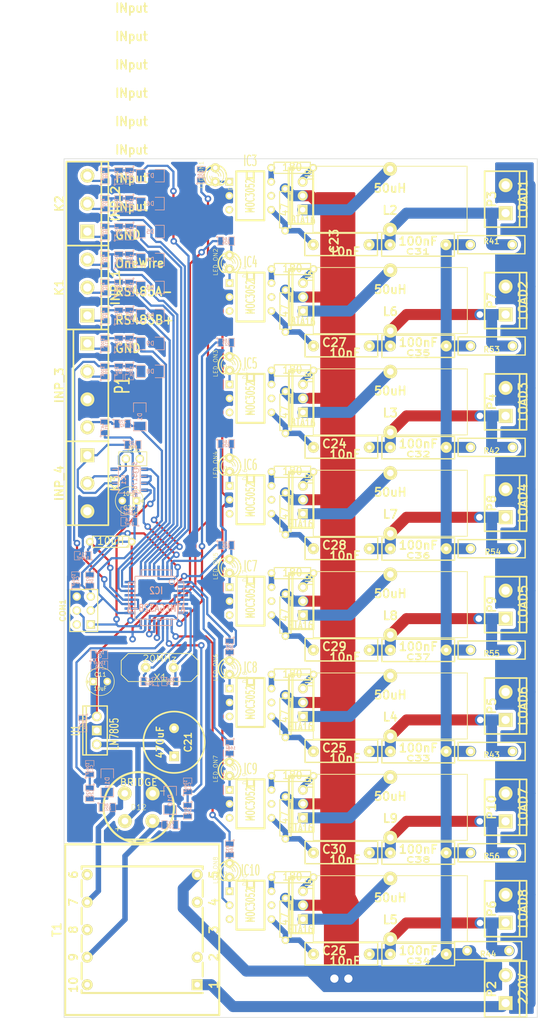
<source format=kicad_pcb>
(kicad_pcb (version 3) (host pcbnew "(2013-07-07 BZR 4022)-stable")
  (layers (15 F.Cu signal) (0 B.Cu signal) (18 B.Paste user) (19 F.Paste user) (20 B.SilkS user) (21 F.SilkS user) (22 B.Mask user) (23 F.Mask user) (28 Edge.Cuts user))
  (net 0 "")
  (net 1 +5V)
  (net 2 220_L)
  (net 3 220_N)
  (net 4 ADC0)
  (net 5 ADC1)
  (net 6 ADC2)
  (net 7 ADC3)
  (net 8 ADC4)
  (net 9 ADC5)
  (net 10 ADC6)
  (net 11 ADC7)
  (net 12 AIN0)
  (net 13 AIN1)
  (net 14 DI)
  (net 15 GND)
  (net 16 IN_1WIRE)
  (net 17 MISO)
  (net 18 MOSI)
  (net 19 N-000001)
  (net 20 N-0000010)
  (net 21 N-00000100)
  (net 22 N-00000101)
  (net 23 N-00000102)
  (net 24 N-00000103)
  (net 25 N-0000011)
  (net 26 N-0000012)
  (net 27 N-0000013)
  (net 28 N-0000014)
  (net 29 N-0000015)
  (net 30 N-0000017)
  (net 31 N-0000018)
  (net 32 N-0000019)
  (net 33 N-0000020)
  (net 34 N-0000021)
  (net 35 N-0000022)
  (net 36 N-0000023)
  (net 37 N-0000024)
  (net 38 N-0000025)
  (net 39 N-0000029)
  (net 40 N-000003)
  (net 41 N-0000030)
  (net 42 N-0000031)
  (net 43 N-0000032)
  (net 44 N-0000033)
  (net 45 N-0000034)
  (net 46 N-0000035)
  (net 47 N-0000036)
  (net 48 N-0000039)
  (net 49 N-000004)
  (net 50 N-0000040)
  (net 51 N-0000041)
  (net 52 N-0000042)
  (net 53 N-0000043)
  (net 54 N-0000044)
  (net 55 N-0000045)
  (net 56 N-0000046)
  (net 57 N-0000047)
  (net 58 N-0000048)
  (net 59 N-0000049)
  (net 60 N-000005)
  (net 61 N-0000050)
  (net 62 N-0000052)
  (net 63 N-0000053)
  (net 64 N-0000054)
  (net 65 N-0000055)
  (net 66 N-0000056)
  (net 67 N-0000057)
  (net 68 N-0000058)
  (net 69 N-0000059)
  (net 70 N-000006)
  (net 71 N-0000060)
  (net 72 N-0000061)
  (net 73 N-0000062)
  (net 74 N-0000063)
  (net 75 N-0000064)
  (net 76 N-0000065)
  (net 77 N-0000066)
  (net 78 N-0000068)
  (net 79 N-0000069)
  (net 80 N-000007)
  (net 81 N-0000070)
  (net 82 N-0000071)
  (net 83 N-0000072)
  (net 84 N-0000073)
  (net 85 N-0000074)
  (net 86 N-0000075)
  (net 87 N-0000076)
  (net 88 N-0000077)
  (net 89 N-0000078)
  (net 90 N-0000079)
  (net 91 N-000008)
  (net 92 N-0000080)
  (net 93 N-0000082)
  (net 94 N-0000083)
  (net 95 N-0000087)
  (net 96 N-0000091)
  (net 97 N-0000093)
  (net 98 N-0000094)
  (net 99 N-0000095)
  (net 100 N-0000099)
  (net 101 RESET)
  (net 102 RO)
  (net 103 SCK)
  (module PUSH_BUTT_SHAPE1 (layer F.Cu) (at 69.215 148.59)
    (fp_text reference D12 (at 0 0) (layer F.SilkS) (effects (font (size 1.00076 1.00076) (thickness 0.09906))))
    (fp_text value BRIDGE (at 0 -4.54914) (layer F.SilkS) (effects (font (size 1.27 1.27) (thickness 0.2032))))
    (fp_text user + (at -3.81 3.81) (layer F.SilkS))
    (fp_text user - (at 4.318 -3.048) (layer F.SilkS))
    (pad 1 thru_hole circle (at 2.54 -2.54) (size 2.54 2.54) (drill 1.2) (layers *.Mask B.Cu F.SilkS) (net 15 GND))
    (pad 2 thru_hole circle (at -2.54 -2.54) (size 2.54 2.54) (drill 1.2) (layers *.Mask B.Cu F.SilkS) (net 50 N-0000040))
    (pad 4 thru_hole circle (at 2.49936 2.49936) (size 2.54 2.54) (drill 1.2) (layers *.Mask B.Cu F.SilkS) (net 64 N-0000054))
    (pad 3 thru_hole circle (at -2.49936 2.49936) (size 2.54 2.54) (drill 1.2) (layers *.Mask B.Cu F.SilkS) (net 29 N-0000015))
  )
  (module bornier4 (layer F.Cu) (at 59.89 71.93 270)
    (fp_text reference P1 (at 0 -6.35 270) (layer F.SilkS) (effects (font (size 2.6162 1.59766) (thickness 0.3048))))
    (fp_text value INP_3 (at 0 5.08 270) (layer F.SilkS) (effects (font (size 1.524 1.524) (thickness 0.3048))))
    (pad 2 thru_hole circle (at -2.54 0 270) (size 2.54 2.54) (drill 1.5) (layers *.Mask B.Cu F.SilkS) (net 76 N-0000065))
    (pad 3 thru_hole circle (at 2.54 0 270) (size 2.54 2.54) (drill 1.5) (layers *.Mask B.Cu F.SilkS) (net 15 GND))
    (pad 1 thru_hole rect (at -7.62 0 270) (size 2.54 2.54) (drill 1.5) (layers *.Mask B.Cu F.SilkS) (net 45 N-0000034))
    (pad 4 thru_hole circle (at 7.62 0 270) (size 2.54 2.54) (drill 1.5) (layers *.Mask B.Cu F.SilkS) (net 16 IN_1WIRE))
  )
  (module TQFP32 (layer B.Cu) (at 72.39 110.49 180)
    (fp_text reference IC2 (at 0 1.27 180) (layer B.SilkS) (effects (font (size 1.27 1.016) (thickness 0.2032)) (justify mirror)))
    (fp_text value ATMEGA328-A (at 0 -1.905 180) (layer B.SilkS) (effects (font (size 1.27 1.016) (thickness 0.2032)) (justify mirror)))
    (pad 8 smd rect (at -4.81584 -2.77622 180) (size 1.99898 0.44958) (layers B.Cu B.Paste B.Mask) (net 94 N-0000083))
    (pad 7 smd rect (at -4.81584 -1.97612 180) (size 1.99898 0.44958) (layers B.Cu B.Paste B.Mask) (net 93 N-0000082))
    (pad 6 smd rect (at -4.81584 -1.17602 180) (size 1.99898 0.44958) (layers B.Cu B.Paste B.Mask) (net 1 +5V))
    (pad 5 smd rect (at -4.81584 -0.37592 180) (size 1.99898 0.44958) (layers B.Cu B.Paste B.Mask) (net 15 GND))
    (pad 4 smd rect (at -4.81584 0.42418 180) (size 1.99898 0.44958) (layers B.Cu B.Paste B.Mask) (net 1 +5V))
    (pad 3 smd rect (at -4.81584 1.22428 180) (size 1.99898 0.44958) (layers B.Cu B.Paste B.Mask) (net 15 GND))
    (pad 2 smd rect (at -4.81584 2.02438 180) (size 1.99898 0.44958) (layers B.Cu B.Paste B.Mask) (net 22 N-00000101))
    (pad 1 smd rect (at -4.81584 2.82448 180) (size 1.99898 0.44958) (layers B.Cu B.Paste B.Mask) (net 21 N-00000100))
    (pad 24 smd rect (at 4.7498 2.8194 180) (size 1.99898 0.44958) (layers B.Cu B.Paste B.Mask) (net 5 ADC1))
    (pad 17 smd rect (at 4.7498 -2.794 180) (size 1.99898 0.44958) (layers B.Cu B.Paste B.Mask) (net 103 SCK))
    (pad 18 smd rect (at 4.7498 -1.9812 180) (size 1.99898 0.44958) (layers B.Cu B.Paste B.Mask) (net 39 N-0000029))
    (pad 19 smd rect (at 4.7498 -1.1684 180) (size 1.99898 0.44958) (layers B.Cu B.Paste B.Mask) (net 10 ADC6))
    (pad 20 smd rect (at 4.7498 -0.381 180) (size 1.99898 0.44958) (layers B.Cu B.Paste B.Mask) (net 39 N-0000029))
    (pad 21 smd rect (at 4.7498 0.4318 180) (size 1.99898 0.44958) (layers B.Cu B.Paste B.Mask) (net 15 GND))
    (pad 22 smd rect (at 4.7498 1.2192 180) (size 1.99898 0.44958) (layers B.Cu B.Paste B.Mask) (net 11 ADC7))
    (pad 23 smd rect (at 4.7498 2.032 180) (size 1.99898 0.44958) (layers B.Cu B.Paste B.Mask) (net 4 ADC0))
    (pad 32 smd rect (at -2.82448 4.826 180) (size 0.44958 1.99898) (layers B.Cu B.Paste B.Mask) (net 100 N-0000099))
    (pad 31 smd rect (at -2.02692 4.826 180) (size 0.44958 1.99898) (layers B.Cu B.Paste B.Mask) (net 14 DI))
    (pad 30 smd rect (at -1.22428 4.826 180) (size 0.44958 1.99898) (layers B.Cu B.Paste B.Mask) (net 102 RO))
    (pad 29 smd rect (at -0.42672 4.826 180) (size 0.44958 1.99898) (layers B.Cu B.Paste B.Mask) (net 101 RESET))
    (pad 28 smd rect (at 0.37592 4.826 180) (size 0.44958 1.99898) (layers B.Cu B.Paste B.Mask) (net 9 ADC5))
    (pad 27 smd rect (at 1.17348 4.826 180) (size 0.44958 1.99898) (layers B.Cu B.Paste B.Mask) (net 8 ADC4))
    (pad 26 smd rect (at 1.97612 4.826 180) (size 0.44958 1.99898) (layers B.Cu B.Paste B.Mask) (net 7 ADC3))
    (pad 25 smd rect (at 2.77368 4.826 180) (size 0.44958 1.99898) (layers B.Cu B.Paste B.Mask) (net 6 ADC2))
    (pad 9 smd rect (at -2.8194 -4.7752 180) (size 0.44958 1.99898) (layers B.Cu B.Paste B.Mask) (net 23 N-00000102))
    (pad 10 smd rect (at -2.032 -4.7752 180) (size 0.44958 1.99898) (layers B.Cu B.Paste B.Mask) (net 12 AIN0))
    (pad 11 smd rect (at -1.2192 -4.7752 180) (size 0.44958 1.99898) (layers B.Cu B.Paste B.Mask) (net 13 AIN1))
    (pad 12 smd rect (at -0.4318 -4.7752 180) (size 0.44958 1.99898) (layers B.Cu B.Paste B.Mask) (net 97 N-0000093))
    (pad 13 smd rect (at 0.3556 -4.7752 180) (size 0.44958 1.99898) (layers B.Cu B.Paste B.Mask) (net 98 N-0000094))
    (pad 14 smd rect (at 1.1684 -4.7752 180) (size 0.44958 1.99898) (layers B.Cu B.Paste B.Mask) (net 99 N-0000095))
    (pad 15 smd rect (at 1.9812 -4.7752 180) (size 0.44958 1.99898) (layers B.Cu B.Paste B.Mask) (net 18 MOSI))
    (pad 16 smd rect (at 2.794 -4.7752 180) (size 0.44958 1.99898) (layers B.Cu B.Paste B.Mask) (net 17 MISO))
  )
  (module TO220_VERT_123 (layer F.Cu) (at 99.06 55.88 180)
    (fp_text reference U6 (at -1.27 3.81 270) (layer F.SilkS) (effects (font (size 1.524 1.016) (thickness 0.2032))))
    (fp_text value BTA16 (at 0 -4.445 180) (layer F.SilkS) (effects (font (size 1.524 1.016) (thickness 0.2032))))
    (pad 1 thru_hole rect (at 0 -2.54 180) (size 1.8 1.8) (drill 1) (layers *.Cu *.Mask F.SilkS) (net 68 N-0000058))
    (pad 2 thru_hole circle (at 0 0 180) (size 1.8 1.8) (drill 1) (layers *.Cu *.Mask F.SilkS) (net 2 220_L))
    (pad 3 thru_hole circle (at 0 2.54 180) (size 1.8 1.8) (drill 1) (layers *.Cu *.Mask F.SilkS) (net 81 N-0000070))
  )
  (module TO220_VERT_123 (layer F.Cu) (at 99.06 92.71 180)
    (fp_text reference U7 (at -1.27 3.81 270) (layer F.SilkS) (effects (font (size 1.524 1.016) (thickness 0.2032))))
    (fp_text value BTA16 (at 0.415 -4.42 180) (layer F.SilkS) (effects (font (size 1.524 1.016) (thickness 0.2032))))
    (pad 1 thru_hole rect (at 0 -2.54 180) (size 1.8 1.8) (drill 1) (layers *.Cu *.Mask F.SilkS) (net 74 N-0000063))
    (pad 2 thru_hole circle (at 0 0 180) (size 1.8 1.8) (drill 1) (layers *.Cu *.Mask F.SilkS) (net 2 220_L))
    (pad 3 thru_hole circle (at 0 2.54 180) (size 1.8 1.8) (drill 1) (layers *.Cu *.Mask F.SilkS) (net 83 N-0000072))
  )
  (module TO220_VERT_123 (layer F.Cu) (at 99.06 129.54 180)
    (fp_text reference U4 (at -1.27 3.81 270) (layer F.SilkS) (effects (font (size 1.524 1.016) (thickness 0.2032))))
    (fp_text value BTA16 (at 0.415 -4.42 180) (layer F.SilkS) (effects (font (size 1.524 1.016) (thickness 0.2032))))
    (pad 1 thru_hole rect (at 0 -2.54 180) (size 1.8 1.8) (drill 1) (layers *.Cu *.Mask F.SilkS) (net 37 N-0000024))
    (pad 2 thru_hole circle (at 0 0 180) (size 1.8 1.8) (drill 1) (layers *.Cu *.Mask F.SilkS) (net 2 220_L))
    (pad 3 thru_hole circle (at 0 2.54 180) (size 1.8 1.8) (drill 1) (layers *.Cu *.Mask F.SilkS) (net 32 N-0000019))
  )
  (module TO220_VERT_123 (layer F.Cu) (at 99.06 147.955 180)
    (fp_text reference U9 (at -1.27 3.81 270) (layer F.SilkS) (effects (font (size 1.524 1.016) (thickness 0.2032))))
    (fp_text value BTA16 (at 0.415 -4.42 180) (layer F.SilkS) (effects (font (size 1.524 1.016) (thickness 0.2032))))
    (pad 1 thru_hole rect (at 0 -2.54 180) (size 1.8 1.8) (drill 1) (layers *.Cu *.Mask F.SilkS) (net 75 N-0000064))
    (pad 2 thru_hole circle (at 0 0 180) (size 1.8 1.8) (drill 1) (layers *.Cu *.Mask F.SilkS) (net 2 220_L))
    (pad 3 thru_hole circle (at 0 2.54 180) (size 1.8 1.8) (drill 1) (layers *.Cu *.Mask F.SilkS) (net 69 N-0000059))
  )
  (module TO220_VERT_123 (layer F.Cu) (at 99.01 37.48 180)
    (fp_text reference U2 (at -1.27 3.81 270) (layer F.SilkS) (effects (font (size 1.524 1.016) (thickness 0.2032))))
    (fp_text value BTA16 (at -0.05 -4.43 180) (layer F.SilkS) (effects (font (size 1.524 1.016) (thickness 0.2032))))
    (pad 1 thru_hole rect (at 0 -2.54 180) (size 1.8 1.8) (drill 1) (layers *.Cu *.Mask F.SilkS) (net 67 N-0000057))
    (pad 2 thru_hole circle (at 0 0 180) (size 1.8 1.8) (drill 1) (layers *.Cu *.Mask F.SilkS) (net 2 220_L))
    (pad 3 thru_hole circle (at 0 2.54 180) (size 1.8 1.8) (drill 1) (layers *.Cu *.Mask F.SilkS) (net 49 N-000004))
  )
  (module TO220_VERT_123 (layer F.Cu) (at 99.06 111.125 180)
    (fp_text reference U8 (at -1.27 3.81 270) (layer F.SilkS) (effects (font (size 1.524 1.016) (thickness 0.2032))))
    (fp_text value BTA16 (at 0.415 -4.42 180) (layer F.SilkS) (effects (font (size 1.524 1.016) (thickness 0.2032))))
    (pad 1 thru_hole rect (at 0 -2.54 180) (size 1.8 1.8) (drill 1) (layers *.Cu *.Mask F.SilkS) (net 79 N-0000069))
    (pad 2 thru_hole circle (at 0 0 180) (size 1.8 1.8) (drill 1) (layers *.Cu *.Mask F.SilkS) (net 2 220_L))
    (pad 3 thru_hole circle (at 0 2.54 180) (size 1.8 1.8) (drill 1) (layers *.Cu *.Mask F.SilkS) (net 88 N-0000077))
  )
  (module TO220_VERT_123 (layer F.Cu) (at 99.06 166.37 180)
    (fp_text reference U5 (at -1.27 3.81 270) (layer F.SilkS) (effects (font (size 1.524 1.016) (thickness 0.2032))))
    (fp_text value BTA16 (at 0.415 -4.42 180) (layer F.SilkS) (effects (font (size 1.524 1.016) (thickness 0.2032))))
    (pad 1 thru_hole rect (at 0 -2.54 180) (size 1.8 1.8) (drill 1) (layers *.Cu *.Mask F.SilkS) (net 30 N-0000017))
    (pad 2 thru_hole circle (at 0 0 180) (size 1.8 1.8) (drill 1) (layers *.Cu *.Mask F.SilkS) (net 2 220_L))
    (pad 3 thru_hole circle (at 0 2.54 180) (size 1.8 1.8) (drill 1) (layers *.Cu *.Mask F.SilkS) (net 34 N-0000021))
  )
  (module TO220_VERT_123 (layer F.Cu) (at 99.06 74.295 180)
    (fp_text reference U3 (at -1.27 3.81 270) (layer F.SilkS) (effects (font (size 1.524 1.016) (thickness 0.2032))))
    (fp_text value BTA16 (at 0 -4.445 180) (layer F.SilkS) (effects (font (size 1.524 1.016) (thickness 0.2032))))
    (pad 1 thru_hole rect (at 0 -2.54 180) (size 1.8 1.8) (drill 1) (layers *.Cu *.Mask F.SilkS) (net 19 N-000001))
    (pad 2 thru_hole circle (at 0 0 180) (size 1.8 1.8) (drill 1) (layers *.Cu *.Mask F.SilkS) (net 2 220_L))
    (pad 3 thru_hole circle (at 0 2.54 180) (size 1.8 1.8) (drill 1) (layers *.Cu *.Mask F.SilkS) (net 70 N-000006))
  )
  (module TEZ-28x33 (layer F.Cu) (at 69.85 170.815 90)
    (fp_text reference T1 (at 0 -15.5 90) (layer F.SilkS) (effects (font (size 1.524 1.524) (thickness 0.3048))))
    (fp_text value TRANSFO hide)
    (fp_text user 10 (at -10 -12.5 90) (layer F.SilkS) (effects (font (size 1.524 1.524) (thickness 0.3048))))
    (fp_text user 9 (at -5 -12.5 90) (layer F.SilkS) (effects (font (size 1.524 1.524) (thickness 0.3048))))
    (fp_text user 8 (at 0 -12.5 90) (layer F.SilkS) (effects (font (size 1.524 1.524) (thickness 0.3048))))
    (fp_text user 7 (at 5 -12.5 90) (layer F.SilkS) (effects (font (size 1.524 1.524) (thickness 0.3048))))
    (fp_text user 6 (at 10 -12.5 90) (layer F.SilkS) (effects (font (size 1.524 1.524) (thickness 0.3048))))
    (fp_text user 5 (at 10 13 90) (layer F.SilkS) (effects (font (size 1.524 1.524) (thickness 0.3048))))
    (fp_text user 4 (at 5 13 90) (layer F.SilkS) (effects (font (size 1.524 1.524) (thickness 0.3048))))
    (fp_text user 3 (at 0 13 90) (layer F.SilkS) (effects (font (size 1.524 1.524) (thickness 0.3048))))
    (fp_text user 2 (at -5 13 90) (layer F.SilkS) (effects (font (size 1.524 1.524) (thickness 0.3048))))
    (fp_text user 1 (at -10 13 90) (layer F.SilkS) (effects (font (size 1.524 1.524) (thickness 0.3048))))
    (pad 1 thru_hole rect (at -10 10 90) (size 2 2) (drill 1) (layers *.Mask B.Cu F.SilkS) (net 3 220_N))
    (pad 2 thru_hole circle (at -5 10 90) (size 2 2) (drill 1) (layers *.Mask B.Cu F.SilkS))
    (pad 4 thru_hole circle (at 5 10 90) (size 2 2) (drill 1) (layers *.Mask B.Cu F.SilkS))
    (pad 5 thru_hole circle (at 10 10 90) (size 2 2) (drill 1) (layers *.Mask B.Cu F.SilkS) (net 2 220_L))
    (pad 6 thru_hole circle (at 10 -10 90) (size 2 2) (drill 1) (layers *.Mask B.Cu F.SilkS))
    (pad 7 thru_hole circle (at 5 -10 90) (size 2 2) (drill 1) (layers *.Mask B.Cu F.SilkS) (net 50 N-0000040))
    (pad 8 thru_hole circle (at 0 -10 90) (size 2 2) (drill 1) (layers *.Mask B.Cu F.SilkS))
    (pad 9 thru_hole circle (at -5 -10 90) (size 2 2) (drill 1) (layers *.Mask B.Cu F.SilkS) (net 64 N-0000054))
    (pad 10 thru_hole circle (at -10 -10 90) (size 2 2) (drill 1) (layers *.Mask B.Cu F.SilkS))
  )
  (module so-8 (layer B.Cu) (at 67.51 89.075 270)
    (fp_text reference IC1 (at 0 1.016 270) (layer B.SilkS) (effects (font (size 0.7493 0.7493) (thickness 0.14986)) (justify mirror)))
    (fp_text value SN75176BD (at 0 -1.016 270) (layer B.SilkS) (effects (font (size 0.7493 0.7493) (thickness 0.14986)) (justify mirror)))
    (pad 1 smd rect (at -1.905 -2.794 270) (size 0.635 1.27) (layers B.Cu B.Paste B.Mask) (net 102 RO))
    (pad 2 smd rect (at -0.635 -2.794 270) (size 0.635 1.27) (layers B.Cu B.Paste B.Mask) (net 17 MISO))
    (pad 3 smd rect (at 0.635 -2.794 270) (size 0.635 1.27) (layers B.Cu B.Paste B.Mask) (net 17 MISO))
    (pad 4 smd rect (at 1.905 -2.794 270) (size 0.635 1.27) (layers B.Cu B.Paste B.Mask) (net 14 DI))
    (pad 5 smd rect (at 1.905 2.794 270) (size 0.635 1.27) (layers B.Cu B.Paste B.Mask) (net 15 GND))
    (pad 6 smd rect (at 0.635 2.794 270) (size 0.635 1.27) (layers B.Cu B.Paste B.Mask) (net 48 N-0000039))
    (pad 7 smd rect (at -0.635 2.794 270) (size 0.635 1.27) (layers B.Cu B.Paste B.Mask) (net 63 N-0000053))
    (pad 8 smd rect (at -1.905 2.794 270) (size 0.635 1.27) (layers B.Cu B.Paste B.Mask) (net 1 +5V))
  )
  (module SM1206 (layer B.Cu) (at 71.32 49.07 180)
    (fp_text reference D4 (at 0 0 180) (layer B.SilkS) (effects (font (size 0.762 0.762) (thickness 0.127)) (justify mirror)))
    (fp_text value 5.1V hide)
    (pad 1 smd rect (at -1.651 0 180) (size 1.524 2.032) (layers B.Cu B.Paste B.Mask) (net 15 GND))
    (pad 2 smd rect (at 1.651 0 180) (size 1.524 2.032) (layers B.Cu B.Paste B.Mask) (net 6 ADC2))
  )
  (module SM1206 (layer B.Cu) (at 71.32 54.15 180)
    (fp_text reference D3 (at 0 0 180) (layer B.SilkS) (effects (font (size 0.762 0.762) (thickness 0.127)) (justify mirror)))
    (fp_text value 5.1V hide)
    (pad 1 smd rect (at -1.651 0 180) (size 1.524 2.032) (layers B.Cu B.Paste B.Mask) (net 15 GND))
    (pad 2 smd rect (at 1.651 0 180) (size 1.524 2.032) (layers B.Cu B.Paste B.Mask) (net 5 ADC1))
  )
  (module SM1206 (layer B.Cu) (at 71.32 59.23 180)
    (fp_text reference D2 (at 0 0 180) (layer B.SilkS) (effects (font (size 0.762 0.762) (thickness 0.127)) (justify mirror)))
    (fp_text value 5.1V hide)
    (pad 1 smd rect (at -1.651 0 180) (size 1.524 2.032) (layers B.Cu B.Paste B.Mask) (net 15 GND))
    (pad 2 smd rect (at 1.651 0 180) (size 1.524 2.032) (layers B.Cu B.Paste B.Mask) (net 4 ADC0))
  )
  (module SM1206 (layer B.Cu) (at 71.32 33.83 180)
    (fp_text reference D7 (at 0 0 180) (layer B.SilkS) (effects (font (size 0.762 0.762) (thickness 0.127)) (justify mirror)))
    (fp_text value 5.1V hide)
    (pad 1 smd rect (at -1.651 0 180) (size 1.524 2.032) (layers B.Cu B.Paste B.Mask) (net 15 GND))
    (pad 2 smd rect (at 1.651 0 180) (size 1.524 2.032) (layers B.Cu B.Paste B.Mask) (net 9 ADC5))
  )
  (module SM1206 (layer B.Cu) (at 71.32 43.99 180)
    (fp_text reference D5 (at 0 0 180) (layer B.SilkS) (effects (font (size 0.762 0.762) (thickness 0.127)) (justify mirror)))
    (fp_text value 5.1V hide)
    (pad 1 smd rect (at -1.651 0 180) (size 1.524 2.032) (layers B.Cu B.Paste B.Mask) (net 15 GND))
    (pad 2 smd rect (at 1.651 0 180) (size 1.524 2.032) (layers B.Cu B.Paste B.Mask) (net 7 ADC3))
  )
  (module SM1206 (layer B.Cu) (at 71.32 38.91 180)
    (fp_text reference D6 (at 0 0 180) (layer B.SilkS) (effects (font (size 0.762 0.762) (thickness 0.127)) (justify mirror)))
    (fp_text value 5.1V hide)
    (pad 1 smd rect (at -1.651 0 180) (size 1.524 2.032) (layers B.Cu B.Paste B.Mask) (net 15 GND))
    (pad 2 smd rect (at 1.651 0 180) (size 1.524 2.032) (layers B.Cu B.Paste B.Mask) (net 8 ADC4))
  )
  (module SM1206 (layer B.Cu) (at 71.32 69.39 180)
    (fp_text reference D8 (at 0 0 180) (layer B.SilkS) (effects (font (size 0.762 0.762) (thickness 0.127)) (justify mirror)))
    (fp_text value 5.1V hide)
    (pad 1 smd rect (at -1.651 0 180) (size 1.524 2.032) (layers B.Cu B.Paste B.Mask) (net 15 GND))
    (pad 2 smd rect (at 1.651 0 180) (size 1.524 2.032) (layers B.Cu B.Paste B.Mask) (net 10 ADC6))
  )
  (module SM1206 (layer B.Cu) (at 63.5 144.145 90)
    (fp_text reference D11 (at 0 0 90) (layer B.SilkS) (effects (font (size 0.762 0.762) (thickness 0.127)) (justify mirror)))
    (fp_text value BYV10-40 hide)
    (pad 1 smd rect (at -1.651 0 90) (size 1.524 2.032) (layers B.Cu B.Paste B.Mask) (net 47 N-0000036))
    (pad 2 smd rect (at 1.651 0 90) (size 1.524 2.032) (layers B.Cu B.Paste B.Mask) (net 15 GND))
  )
  (module SM1206 (layer B.Cu) (at 71.32 64.31 180)
    (fp_text reference D9 (at 0 0 180) (layer B.SilkS) (effects (font (size 0.762 0.762) (thickness 0.127)) (justify mirror)))
    (fp_text value 5.1V hide)
    (pad 1 smd rect (at -1.651 0 180) (size 1.524 2.032) (layers B.Cu B.Paste B.Mask) (net 15 GND))
    (pad 2 smd rect (at 1.651 0 180) (size 1.524 2.032) (layers B.Cu B.Paste B.Mask) (net 11 ADC7))
  )
  (module SM1206 (layer B.Cu) (at 69.415 77.645 270)
    (fp_text reference D1 (at 0 0 270) (layer B.SilkS) (effects (font (size 0.762 0.762) (thickness 0.127)) (justify mirror)))
    (fp_text value 5.1V hide)
    (pad 1 smd rect (at -1.651 0 270) (size 1.524 2.032) (layers B.Cu B.Paste B.Mask) (net 15 GND))
    (pad 2 smd rect (at 1.651 0 270) (size 1.524 2.032) (layers B.Cu B.Paste B.Mask) (net 103 SCK))
  )
  (module SM1206 (layer B.Cu) (at 74.93 147.32 90)
    (fp_text reference D10 (at 0 0 90) (layer B.SilkS) (effects (font (size 0.762 0.762) (thickness 0.127)) (justify mirror)))
    (fp_text value BYV10-40 hide)
    (pad 1 smd rect (at -1.651 0 90) (size 1.524 2.032) (layers B.Cu B.Paste B.Mask) (net 46 N-0000035))
    (pad 2 smd rect (at 1.651 0 90) (size 1.524 2.032) (layers B.Cu B.Paste B.Mask) (net 15 GND))
  )
  (module SM0805 (layer B.Cu) (at 59.055 133.35 270)
    (fp_text reference C22 (at 0 0.3175 270) (layer B.SilkS) (effects (font (size 0.50038 0.50038) (thickness 0.10922)) (justify mirror)))
    (fp_text value 100nF (at 0 -0.381 270) (layer B.SilkS) (effects (font (size 0.50038 0.50038) (thickness 0.10922)) (justify mirror)))
    (pad 1 smd rect (at -0.9525 0 270) (size 0.889 1.397) (layers B.Cu B.Paste B.Mask) (net 1 +5V))
    (pad 2 smd rect (at 0.9525 0 270) (size 0.889 1.397) (layers B.Cu B.Paste B.Mask) (net 15 GND))
  )
  (module SM0805 (layer B.Cu) (at 60.325 107.315 270)
    (fp_text reference R21 (at 0 0.3175 270) (layer B.SilkS) (effects (font (size 0.50038 0.50038) (thickness 0.10922)) (justify mirror)))
    (fp_text value 10K (at 0 -0.381 270) (layer B.SilkS) (effects (font (size 0.50038 0.50038) (thickness 0.10922)) (justify mirror)))
    (pad 1 smd rect (at -0.9525 0 270) (size 0.889 1.397) (layers B.Cu B.Paste B.Mask) (net 1 +5V))
    (pad 2 smd rect (at 0.9525 0 270) (size 0.889 1.397) (layers B.Cu B.Paste B.Mask) (net 101 RESET))
  )
  (module SM0805 (layer B.Cu) (at 59.055 102.87 180)
    (fp_text reference C14 (at 0 0.3175 180) (layer B.SilkS) (effects (font (size 0.50038 0.50038) (thickness 0.10922)) (justify mirror)))
    (fp_text value 100nF (at 0 -0.381 180) (layer B.SilkS) (effects (font (size 0.50038 0.50038) (thickness 0.10922)) (justify mirror)))
    (pad 1 smd rect (at -0.9525 0 180) (size 0.889 1.397) (layers B.Cu B.Paste B.Mask) (net 39 N-0000029))
    (pad 2 smd rect (at 0.9525 0 180) (size 0.889 1.397) (layers B.Cu B.Paste B.Mask) (net 15 GND))
  )
  (module SM0805 (layer B.Cu) (at 68.145 82.725)
    (fp_text reference R24 (at 0 0.3175) (layer B.SilkS) (effects (font (size 0.50038 0.50038) (thickness 0.10922)) (justify mirror)))
    (fp_text value 120 (at 0 -0.381) (layer B.SilkS) (effects (font (size 0.50038 0.50038) (thickness 0.10922)) (justify mirror)))
    (pad 1 smd rect (at -0.9525 0) (size 0.889 1.397) (layers B.Cu B.Paste B.Mask) (net 48 N-0000039))
    (pad 2 smd rect (at 0.9525 0) (size 0.889 1.397) (layers B.Cu B.Paste B.Mask) (net 62 N-0000052))
  )
  (module SM0805 (layer B.Cu) (at 57.785 107.315 90)
    (fp_text reference C15 (at 0 0.3175 90) (layer B.SilkS) (effects (font (size 0.50038 0.50038) (thickness 0.10922)) (justify mirror)))
    (fp_text value 100nF (at 0 -0.381 90) (layer B.SilkS) (effects (font (size 0.50038 0.50038) (thickness 0.10922)) (justify mirror)))
    (pad 1 smd rect (at -0.9525 0 90) (size 0.889 1.397) (layers B.Cu B.Paste B.Mask) (net 101 RESET))
    (pad 2 smd rect (at 0.9525 0 90) (size 0.889 1.397) (layers B.Cu B.Paste B.Mask) (net 15 GND))
  )
  (module SM0805 (layer B.Cu) (at 74.93 125.73)
    (fp_text reference C16 (at 0 0.3175) (layer B.SilkS) (effects (font (size 0.50038 0.50038) (thickness 0.10922)) (justify mirror)))
    (fp_text value 20pF (at 0 -0.381) (layer B.SilkS) (effects (font (size 0.50038 0.50038) (thickness 0.10922)) (justify mirror)))
    (pad 1 smd rect (at -0.9525 0) (size 0.889 1.397) (layers B.Cu B.Paste B.Mask) (net 15 GND))
    (pad 2 smd rect (at 0.9525 0) (size 0.889 1.397) (layers B.Cu B.Paste B.Mask) (net 93 N-0000082))
  )
  (module SM0805 (layer B.Cu) (at 60.325 141.605 90)
    (fp_text reference C13 (at 0 0.3175 90) (layer B.SilkS) (effects (font (size 0.50038 0.50038) (thickness 0.10922)) (justify mirror)))
    (fp_text value 100nF (at 0 -0.381 90) (layer B.SilkS) (effects (font (size 0.50038 0.50038) (thickness 0.10922)) (justify mirror)))
    (pad 1 smd rect (at -0.9525 0 90) (size 0.889 1.397) (layers B.Cu B.Paste B.Mask) (net 13 AIN1))
    (pad 2 smd rect (at 0.9525 0 90) (size 0.889 1.397) (layers B.Cu B.Paste B.Mask) (net 15 GND))
  )
  (module SM0805 (layer B.Cu) (at 78.105 144.78 90)
    (fp_text reference C12 (at 0 0.3175 90) (layer B.SilkS) (effects (font (size 0.50038 0.50038) (thickness 0.10922)) (justify mirror)))
    (fp_text value 100nF (at 0 -0.381 90) (layer B.SilkS) (effects (font (size 0.50038 0.50038) (thickness 0.10922)) (justify mirror)))
    (pad 1 smd rect (at -0.9525 0 90) (size 0.889 1.397) (layers B.Cu B.Paste B.Mask) (net 12 AIN0))
    (pad 2 smd rect (at 0.9525 0 90) (size 0.889 1.397) (layers B.Cu B.Paste B.Mask) (net 15 GND))
  )
  (module SM0805 (layer B.Cu) (at 62.055 122.755)
    (fp_text reference C10 (at 0 0.3175) (layer B.SilkS) (effects (font (size 0.50038 0.50038) (thickness 0.10922)) (justify mirror)))
    (fp_text value 100nF (at 0 -0.381) (layer B.SilkS) (effects (font (size 0.50038 0.50038) (thickness 0.10922)) (justify mirror)))
    (pad 1 smd rect (at -0.9525 0) (size 0.889 1.397) (layers B.Cu B.Paste B.Mask) (net 1 +5V))
    (pad 2 smd rect (at 0.9525 0) (size 0.889 1.397) (layers B.Cu B.Paste B.Mask) (net 15 GND))
  )
  (module SM0805 (layer B.Cu) (at 62.055 120.85)
    (fp_text reference C1 (at 0 0.3175) (layer B.SilkS) (effects (font (size 0.50038 0.50038) (thickness 0.10922)) (justify mirror)))
    (fp_text value 10nF (at 0 -0.381) (layer B.SilkS) (effects (font (size 0.50038 0.50038) (thickness 0.10922)) (justify mirror)))
    (pad 1 smd rect (at -0.9525 0) (size 0.889 1.397) (layers B.Cu B.Paste B.Mask) (net 1 +5V))
    (pad 2 smd rect (at 0.9525 0) (size 0.889 1.397) (layers B.Cu B.Paste B.Mask) (net 15 GND))
  )
  (module SM0805 (layer B.Cu) (at 67.51 94.79 180)
    (fp_text reference C19 (at 0 0.3175 180) (layer B.SilkS) (effects (font (size 0.50038 0.50038) (thickness 0.10922)) (justify mirror)))
    (fp_text value 100nF (at 0 -0.381 180) (layer B.SilkS) (effects (font (size 0.50038 0.50038) (thickness 0.10922)) (justify mirror)))
    (pad 1 smd rect (at -0.9525 0 180) (size 0.889 1.397) (layers B.Cu B.Paste B.Mask) (net 1 +5V))
    (pad 2 smd rect (at 0.9525 0 180) (size 0.889 1.397) (layers B.Cu B.Paste B.Mask) (net 15 GND))
  )
  (module SM0805 (layer B.Cu) (at 67.51 96.695 180)
    (fp_text reference C18 (at 0 0.3175 180) (layer B.SilkS) (effects (font (size 0.50038 0.50038) (thickness 0.10922)) (justify mirror)))
    (fp_text value 10nF (at 0 -0.381 180) (layer B.SilkS) (effects (font (size 0.50038 0.50038) (thickness 0.10922)) (justify mirror)))
    (pad 1 smd rect (at -0.9525 0 180) (size 0.889 1.397) (layers B.Cu B.Paste B.Mask) (net 1 +5V))
    (pad 2 smd rect (at 0.9525 0 180) (size 0.889 1.397) (layers B.Cu B.Paste B.Mask) (net 15 GND))
  )
  (module SM0805 (layer B.Cu) (at 60.325 146.05 270)
    (fp_text reference R20 (at 0 0.3175 270) (layer B.SilkS) (effects (font (size 0.50038 0.50038) (thickness 0.10922)) (justify mirror)))
    (fp_text value 12K (at 0 -0.381 270) (layer B.SilkS) (effects (font (size 0.50038 0.50038) (thickness 0.10922)) (justify mirror)))
    (pad 1 smd rect (at -0.9525 0 270) (size 0.889 1.397) (layers B.Cu B.Paste B.Mask) (net 13 AIN1))
    (pad 2 smd rect (at 0.9525 0 270) (size 0.889 1.397) (layers B.Cu B.Paste B.Mask) (net 47 N-0000036))
  )
  (module SM0805 (layer B.Cu) (at 78.105 149.225 270)
    (fp_text reference R19 (at 0 0.3175 270) (layer B.SilkS) (effects (font (size 0.50038 0.50038) (thickness 0.10922)) (justify mirror)))
    (fp_text value 12K (at 0 -0.381 270) (layer B.SilkS) (effects (font (size 0.50038 0.50038) (thickness 0.10922)) (justify mirror)))
    (pad 1 smd rect (at -0.9525 0 270) (size 0.889 1.397) (layers B.Cu B.Paste B.Mask) (net 12 AIN0))
    (pad 2 smd rect (at 0.9525 0 270) (size 0.889 1.397) (layers B.Cu B.Paste B.Mask) (net 46 N-0000035))
  )
  (module SM0805 (layer B.Cu) (at 63.065 79.55 90)
    (fp_text reference R1 (at 0 0.3175 90) (layer B.SilkS) (effects (font (size 0.50038 0.50038) (thickness 0.10922)) (justify mirror)))
    (fp_text value 4K7 (at 0 -0.381 90) (layer B.SilkS) (effects (font (size 0.50038 0.50038) (thickness 0.10922)) (justify mirror)))
    (pad 1 smd rect (at -0.9525 0 90) (size 0.889 1.397) (layers B.Cu B.Paste B.Mask) (net 1 +5V))
    (pad 2 smd rect (at 0.9525 0 90) (size 0.889 1.397) (layers B.Cu B.Paste B.Mask) (net 16 IN_1WIRE))
  )
  (module SM0805 (layer B.Cu) (at 66.24 78.915)
    (fp_text reference R2 (at 0 0.3175) (layer B.SilkS) (effects (font (size 0.50038 0.50038) (thickness 0.10922)) (justify mirror)))
    (fp_text value 270 (at 0 -0.381) (layer B.SilkS) (effects (font (size 0.50038 0.50038) (thickness 0.10922)) (justify mirror)))
    (pad 1 smd rect (at -0.9525 0) (size 0.889 1.397) (layers B.Cu B.Paste B.Mask) (net 16 IN_1WIRE))
    (pad 2 smd rect (at 0.9525 0) (size 0.889 1.397) (layers B.Cu B.Paste B.Mask) (net 103 SCK))
  )
  (module SM0805 (layer B.Cu) (at 85.09 82.55)
    (fp_text reference R28 (at 0 0.3175) (layer B.SilkS) (effects (font (size 0.50038 0.50038) (thickness 0.10922)) (justify mirror)))
    (fp_text value 160 (at 0 -0.381) (layer B.SilkS) (effects (font (size 0.50038 0.50038) (thickness 0.10922)) (justify mirror)))
    (pad 1 smd rect (at -0.9525 0) (size 0.889 1.397) (layers B.Cu B.Paste B.Mask) (net 18 MOSI))
    (pad 2 smd rect (at 0.9525 0) (size 0.889 1.397) (layers B.Cu B.Paste B.Mask) (net 56 N-0000046))
  )
  (module SM0805 (layer B.Cu) (at 63.065 43.99 90)
    (fp_text reference R6 (at 0 0.3175 90) (layer B.SilkS) (effects (font (size 0.50038 0.50038) (thickness 0.10922)) (justify mirror)))
    (fp_text value 100K (at 0 -0.381 90) (layer B.SilkS) (effects (font (size 0.50038 0.50038) (thickness 0.10922)) (justify mirror)))
    (pad 1 smd rect (at -0.9525 0 90) (size 0.889 1.397) (layers B.Cu B.Paste B.Mask) (net 42 N-0000031))
    (pad 2 smd rect (at 0.9525 0 90) (size 0.889 1.397) (layers B.Cu B.Paste B.Mask) (net 7 ADC3))
  )
  (module SM0805 (layer B.Cu) (at 65.605 49.07 90)
    (fp_text reference C4 (at 0 0.3175 90) (layer B.SilkS) (effects (font (size 0.50038 0.50038) (thickness 0.10922)) (justify mirror)))
    (fp_text value 10nF (at 0 -0.381 90) (layer B.SilkS) (effects (font (size 0.50038 0.50038) (thickness 0.10922)) (justify mirror)))
    (pad 1 smd rect (at -0.9525 0 90) (size 0.889 1.397) (layers B.Cu B.Paste B.Mask) (net 15 GND))
    (pad 2 smd rect (at 0.9525 0 90) (size 0.889 1.397) (layers B.Cu B.Paste B.Mask) (net 6 ADC2))
  )
  (module SM0805 (layer B.Cu) (at 67.51 49.07 270)
    (fp_text reference R13 (at 0 0.3175 270) (layer B.SilkS) (effects (font (size 0.50038 0.50038) (thickness 0.10922)) (justify mirror)))
    (fp_text value 100K (at 0 -0.381 270) (layer B.SilkS) (effects (font (size 0.50038 0.50038) (thickness 0.10922)) (justify mirror)))
    (pad 1 smd rect (at -0.9525 0 270) (size 0.889 1.397) (layers B.Cu B.Paste B.Mask) (net 6 ADC2))
    (pad 2 smd rect (at 0.9525 0 270) (size 0.889 1.397) (layers B.Cu B.Paste B.Mask) (net 15 GND))
  )
  (module SM0805 (layer B.Cu) (at 63.065 49.07 90)
    (fp_text reference R5 (at 0 0.3175 90) (layer B.SilkS) (effects (font (size 0.50038 0.50038) (thickness 0.10922)) (justify mirror)))
    (fp_text value 100K (at 0 -0.381 90) (layer B.SilkS) (effects (font (size 0.50038 0.50038) (thickness 0.10922)) (justify mirror)))
    (pad 1 smd rect (at -0.9525 0 90) (size 0.889 1.397) (layers B.Cu B.Paste B.Mask) (net 41 N-0000030))
    (pad 2 smd rect (at 0.9525 0 90) (size 0.889 1.397) (layers B.Cu B.Paste B.Mask) (net 6 ADC2))
  )
  (module SM0805 (layer B.Cu) (at 65.605 54.15 90)
    (fp_text reference C3 (at 0 0.3175 90) (layer B.SilkS) (effects (font (size 0.50038 0.50038) (thickness 0.10922)) (justify mirror)))
    (fp_text value 10nF (at 0 -0.381 90) (layer B.SilkS) (effects (font (size 0.50038 0.50038) (thickness 0.10922)) (justify mirror)))
    (pad 1 smd rect (at -0.9525 0 90) (size 0.889 1.397) (layers B.Cu B.Paste B.Mask) (net 15 GND))
    (pad 2 smd rect (at 0.9525 0 90) (size 0.889 1.397) (layers B.Cu B.Paste B.Mask) (net 5 ADC1))
  )
  (module SM0805 (layer B.Cu) (at 67.51 54.15 270)
    (fp_text reference R12 (at 0 0.3175 270) (layer B.SilkS) (effects (font (size 0.50038 0.50038) (thickness 0.10922)) (justify mirror)))
    (fp_text value 100K (at 0 -0.381 270) (layer B.SilkS) (effects (font (size 0.50038 0.50038) (thickness 0.10922)) (justify mirror)))
    (pad 1 smd rect (at -0.9525 0 270) (size 0.889 1.397) (layers B.Cu B.Paste B.Mask) (net 5 ADC1))
    (pad 2 smd rect (at 0.9525 0 270) (size 0.889 1.397) (layers B.Cu B.Paste B.Mask) (net 15 GND))
  )
  (module SM0805 (layer B.Cu) (at 63.065 54.15 90)
    (fp_text reference R4 (at 0 0.3175 90) (layer B.SilkS) (effects (font (size 0.50038 0.50038) (thickness 0.10922)) (justify mirror)))
    (fp_text value 100K (at 0 -0.381 90) (layer B.SilkS) (effects (font (size 0.50038 0.50038) (thickness 0.10922)) (justify mirror)))
    (pad 1 smd rect (at -0.9525 0 90) (size 0.889 1.397) (layers B.Cu B.Paste B.Mask) (net 96 N-0000091))
    (pad 2 smd rect (at 0.9525 0 90) (size 0.889 1.397) (layers B.Cu B.Paste B.Mask) (net 5 ADC1))
  )
  (module SM0805 (layer B.Cu) (at 65.605 59.23 90)
    (fp_text reference C2 (at 0 0.3175 90) (layer B.SilkS) (effects (font (size 0.50038 0.50038) (thickness 0.10922)) (justify mirror)))
    (fp_text value 10nF (at 0 -0.381 90) (layer B.SilkS) (effects (font (size 0.50038 0.50038) (thickness 0.10922)) (justify mirror)))
    (pad 1 smd rect (at -0.9525 0 90) (size 0.889 1.397) (layers B.Cu B.Paste B.Mask) (net 15 GND))
    (pad 2 smd rect (at 0.9525 0 90) (size 0.889 1.397) (layers B.Cu B.Paste B.Mask) (net 4 ADC0))
  )
  (module SM0805 (layer B.Cu) (at 67.51 59.23 270)
    (fp_text reference R11 (at 0 0.3175 270) (layer B.SilkS) (effects (font (size 0.50038 0.50038) (thickness 0.10922)) (justify mirror)))
    (fp_text value 100K (at 0 -0.381 270) (layer B.SilkS) (effects (font (size 0.50038 0.50038) (thickness 0.10922)) (justify mirror)))
    (pad 1 smd rect (at -0.9525 0 270) (size 0.889 1.397) (layers B.Cu B.Paste B.Mask) (net 4 ADC0))
    (pad 2 smd rect (at 0.9525 0 270) (size 0.889 1.397) (layers B.Cu B.Paste B.Mask) (net 15 GND))
  )
  (module SM0805 (layer B.Cu) (at 63.065 59.23 90)
    (fp_text reference R3 (at 0 0.3175 90) (layer B.SilkS) (effects (font (size 0.50038 0.50038) (thickness 0.10922)) (justify mirror)))
    (fp_text value 100K (at 0 -0.381 90) (layer B.SilkS) (effects (font (size 0.50038 0.50038) (thickness 0.10922)) (justify mirror)))
    (pad 1 smd rect (at -0.9525 0 90) (size 0.889 1.397) (layers B.Cu B.Paste B.Mask) (net 24 N-00000103))
    (pad 2 smd rect (at 0.9525 0 90) (size 0.889 1.397) (layers B.Cu B.Paste B.Mask) (net 4 ADC0))
  )
  (module SM0805 (layer B.Cu) (at 71.12 125.73 180)
    (fp_text reference C17 (at 0 0.3175 180) (layer B.SilkS) (effects (font (size 0.50038 0.50038) (thickness 0.10922)) (justify mirror)))
    (fp_text value 20pF (at 0 -0.381 180) (layer B.SilkS) (effects (font (size 0.50038 0.50038) (thickness 0.10922)) (justify mirror)))
    (pad 1 smd rect (at -0.9525 0 180) (size 0.889 1.397) (layers B.Cu B.Paste B.Mask) (net 15 GND))
    (pad 2 smd rect (at 0.9525 0 180) (size 0.889 1.397) (layers B.Cu B.Paste B.Mask) (net 94 N-0000083))
  )
  (module SM0805 (layer B.Cu) (at 85.09 64.135)
    (fp_text reference R27 (at 0 0.3175) (layer B.SilkS) (effects (font (size 0.50038 0.50038) (thickness 0.10922)) (justify mirror)))
    (fp_text value 160 (at 0 -0.381) (layer B.SilkS) (effects (font (size 0.50038 0.50038) (thickness 0.10922)) (justify mirror)))
    (pad 1 smd rect (at -0.9525 0) (size 0.889 1.397) (layers B.Cu B.Paste B.Mask) (net 99 N-0000095))
    (pad 2 smd rect (at 0.9525 0) (size 0.889 1.397) (layers B.Cu B.Paste B.Mask) (net 53 N-0000043))
  )
  (module SM0805 (layer B.Cu) (at 85.725 156.21 270)
    (fp_text reference R32 (at 0 0.3175 270) (layer B.SilkS) (effects (font (size 0.50038 0.50038) (thickness 0.10922)) (justify mirror)))
    (fp_text value 160 (at 0 -0.381 270) (layer B.SilkS) (effects (font (size 0.50038 0.50038) (thickness 0.10922)) (justify mirror)))
    (pad 1 smd rect (at -0.9525 0 270) (size 0.889 1.397) (layers B.Cu B.Paste B.Mask) (net 23 N-00000102))
    (pad 2 smd rect (at 0.9525 0 270) (size 0.889 1.397) (layers B.Cu B.Paste B.Mask) (net 28 N-0000014))
  )
  (module SM0805 (layer B.Cu) (at 85.725 137.795 270)
    (fp_text reference R31 (at 0 0.3175 270) (layer B.SilkS) (effects (font (size 0.50038 0.50038) (thickness 0.10922)) (justify mirror)))
    (fp_text value 160 (at 0 -0.381 360) (layer B.SilkS) (effects (font (size 0.50038 0.50038) (thickness 0.10922)) (justify mirror)))
    (pad 1 smd rect (at -0.9525 0 270) (size 0.889 1.397) (layers B.Cu B.Paste B.Mask) (net 22 N-00000101))
    (pad 2 smd rect (at 0.9525 0 270) (size 0.889 1.397) (layers B.Cu B.Paste B.Mask) (net 27 N-0000013))
  )
  (module SM0805 (layer B.Cu) (at 85.725 119.38 270)
    (fp_text reference R30 (at 0 0.3175 270) (layer B.SilkS) (effects (font (size 0.50038 0.50038) (thickness 0.10922)) (justify mirror)))
    (fp_text value 160 (at 0 -0.381 270) (layer B.SilkS) (effects (font (size 0.50038 0.50038) (thickness 0.10922)) (justify mirror)))
    (pad 1 smd rect (at -0.9525 0 270) (size 0.889 1.397) (layers B.Cu B.Paste B.Mask) (net 21 N-00000100))
    (pad 2 smd rect (at 0.9525 0 270) (size 0.889 1.397) (layers B.Cu B.Paste B.Mask) (net 26 N-0000012))
  )
  (module SM0805 (layer B.Cu) (at 85.09 100.965)
    (fp_text reference R29 (at 0 0.3175) (layer B.SilkS) (effects (font (size 0.50038 0.50038) (thickness 0.10922)) (justify mirror)))
    (fp_text value 160 (at 0 -0.381) (layer B.SilkS) (effects (font (size 0.50038 0.50038) (thickness 0.10922)) (justify mirror)))
    (pad 1 smd rect (at -0.9525 0) (size 0.889 1.397) (layers B.Cu B.Paste B.Mask) (net 100 N-0000099))
    (pad 2 smd rect (at 0.9525 0) (size 0.889 1.397) (layers B.Cu B.Paste B.Mask) (net 25 N-0000011))
  )
  (module SM0805 (layer B.Cu) (at 85.09 45.72)
    (fp_text reference R26 (at 0 0.3175) (layer B.SilkS) (effects (font (size 0.50038 0.50038) (thickness 0.10922)) (justify mirror)))
    (fp_text value 160 (at 0 -0.381) (layer B.SilkS) (effects (font (size 0.50038 0.50038) (thickness 0.10922)) (justify mirror)))
    (pad 1 smd rect (at -0.9525 0) (size 0.889 1.397) (layers B.Cu B.Paste B.Mask) (net 98 N-0000094))
    (pad 2 smd rect (at 0.9525 0) (size 0.889 1.397) (layers B.Cu B.Paste B.Mask) (net 52 N-0000042))
  )
  (module SM0805 (layer B.Cu) (at 80.595 33.67 90)
    (fp_text reference R25 (at 0 0.3175 90) (layer B.SilkS) (effects (font (size 0.50038 0.50038) (thickness 0.10922)) (justify mirror)))
    (fp_text value 160 (at 0 -0.381 90) (layer B.SilkS) (effects (font (size 0.50038 0.50038) (thickness 0.10922)) (justify mirror)))
    (pad 1 smd rect (at -0.9525 0 90) (size 0.889 1.397) (layers B.Cu B.Paste B.Mask) (net 97 N-0000093))
    (pad 2 smd rect (at 0.9525 0 90) (size 0.889 1.397) (layers B.Cu B.Paste B.Mask) (net 51 N-0000041))
  )
  (module SM0805 (layer B.Cu) (at 67.51 43.99 270)
    (fp_text reference R14 (at 0 0.3175 270) (layer B.SilkS) (effects (font (size 0.50038 0.50038) (thickness 0.10922)) (justify mirror)))
    (fp_text value 100K (at 0 -0.381 270) (layer B.SilkS) (effects (font (size 0.50038 0.50038) (thickness 0.10922)) (justify mirror)))
    (pad 1 smd rect (at -0.9525 0 270) (size 0.889 1.397) (layers B.Cu B.Paste B.Mask) (net 7 ADC3))
    (pad 2 smd rect (at 0.9525 0 270) (size 0.889 1.397) (layers B.Cu B.Paste B.Mask) (net 15 GND))
  )
  (module SM0805 (layer B.Cu) (at 65.605 64.31 90)
    (fp_text reference C9 (at 0 0.3175 90) (layer B.SilkS) (effects (font (size 0.50038 0.50038) (thickness 0.10922)) (justify mirror)))
    (fp_text value 10nF (at 0 -0.381 90) (layer B.SilkS) (effects (font (size 0.50038 0.50038) (thickness 0.10922)) (justify mirror)))
    (pad 1 smd rect (at -0.9525 0 90) (size 0.889 1.397) (layers B.Cu B.Paste B.Mask) (net 15 GND))
    (pad 2 smd rect (at 0.9525 0 90) (size 0.889 1.397) (layers B.Cu B.Paste B.Mask) (net 11 ADC7))
  )
  (module SM0805 (layer B.Cu) (at 67.51 64.31 270)
    (fp_text reference R18 (at 0 0.3175 270) (layer B.SilkS) (effects (font (size 0.50038 0.50038) (thickness 0.10922)) (justify mirror)))
    (fp_text value 100K (at 0 -0.381 270) (layer B.SilkS) (effects (font (size 0.50038 0.50038) (thickness 0.10922)) (justify mirror)))
    (pad 1 smd rect (at -0.9525 0 270) (size 0.889 1.397) (layers B.Cu B.Paste B.Mask) (net 11 ADC7))
    (pad 2 smd rect (at 0.9525 0 270) (size 0.889 1.397) (layers B.Cu B.Paste B.Mask) (net 15 GND))
  )
  (module SM0805 (layer B.Cu) (at 63.065 64.31 90)
    (fp_text reference R10 (at 0 0.3175 90) (layer B.SilkS) (effects (font (size 0.50038 0.50038) (thickness 0.10922)) (justify mirror)))
    (fp_text value 100K (at 0 -0.381 90) (layer B.SilkS) (effects (font (size 0.50038 0.50038) (thickness 0.10922)) (justify mirror)))
    (pad 1 smd rect (at -0.9525 0 90) (size 0.889 1.397) (layers B.Cu B.Paste B.Mask) (net 45 N-0000034))
    (pad 2 smd rect (at 0.9525 0 90) (size 0.889 1.397) (layers B.Cu B.Paste B.Mask) (net 11 ADC7))
  )
  (module SM0805 (layer B.Cu) (at 65.605 69.39 90)
    (fp_text reference C8 (at 0 0.3175 90) (layer B.SilkS) (effects (font (size 0.50038 0.50038) (thickness 0.10922)) (justify mirror)))
    (fp_text value 10nF (at 0 -0.381 90) (layer B.SilkS) (effects (font (size 0.50038 0.50038) (thickness 0.10922)) (justify mirror)))
    (pad 1 smd rect (at -0.9525 0 90) (size 0.889 1.397) (layers B.Cu B.Paste B.Mask) (net 15 GND))
    (pad 2 smd rect (at 0.9525 0 90) (size 0.889 1.397) (layers B.Cu B.Paste B.Mask) (net 10 ADC6))
  )
  (module SM0805 (layer B.Cu) (at 67.51 69.39 270)
    (fp_text reference R17 (at 0 0.3175 270) (layer B.SilkS) (effects (font (size 0.50038 0.50038) (thickness 0.10922)) (justify mirror)))
    (fp_text value 100K (at 0 -0.381 270) (layer B.SilkS) (effects (font (size 0.50038 0.50038) (thickness 0.10922)) (justify mirror)))
    (pad 1 smd rect (at -0.9525 0 270) (size 0.889 1.397) (layers B.Cu B.Paste B.Mask) (net 10 ADC6))
    (pad 2 smd rect (at 0.9525 0 270) (size 0.889 1.397) (layers B.Cu B.Paste B.Mask) (net 15 GND))
  )
  (module SM0805 (layer B.Cu) (at 63.065 69.39 90)
    (fp_text reference R9 (at 0 0.3175 90) (layer B.SilkS) (effects (font (size 0.50038 0.50038) (thickness 0.10922)) (justify mirror)))
    (fp_text value 100K (at 0 -0.381 90) (layer B.SilkS) (effects (font (size 0.50038 0.50038) (thickness 0.10922)) (justify mirror)))
    (pad 1 smd rect (at -0.9525 0 90) (size 0.889 1.397) (layers B.Cu B.Paste B.Mask) (net 76 N-0000065))
    (pad 2 smd rect (at 0.9525 0 90) (size 0.889 1.397) (layers B.Cu B.Paste B.Mask) (net 10 ADC6))
  )
  (module SM0805 (layer B.Cu) (at 65.605 33.83 90)
    (fp_text reference C7 (at 0 0.3175 90) (layer B.SilkS) (effects (font (size 0.50038 0.50038) (thickness 0.10922)) (justify mirror)))
    (fp_text value 10nF (at 0 -0.381 90) (layer B.SilkS) (effects (font (size 0.50038 0.50038) (thickness 0.10922)) (justify mirror)))
    (pad 1 smd rect (at -0.9525 0 90) (size 0.889 1.397) (layers B.Cu B.Paste B.Mask) (net 15 GND))
    (pad 2 smd rect (at 0.9525 0 90) (size 0.889 1.397) (layers B.Cu B.Paste B.Mask) (net 9 ADC5))
  )
  (module SM0805 (layer B.Cu) (at 67.51 33.83 270)
    (fp_text reference R16 (at 0 0.3175 270) (layer B.SilkS) (effects (font (size 0.50038 0.50038) (thickness 0.10922)) (justify mirror)))
    (fp_text value 100K (at 0 -0.381 270) (layer B.SilkS) (effects (font (size 0.50038 0.50038) (thickness 0.10922)) (justify mirror)))
    (pad 1 smd rect (at -0.9525 0 270) (size 0.889 1.397) (layers B.Cu B.Paste B.Mask) (net 9 ADC5))
    (pad 2 smd rect (at 0.9525 0 270) (size 0.889 1.397) (layers B.Cu B.Paste B.Mask) (net 15 GND))
  )
  (module SM0805 (layer B.Cu) (at 63.065 33.83 90)
    (fp_text reference R8 (at 0 0.3175 90) (layer B.SilkS) (effects (font (size 0.50038 0.50038) (thickness 0.10922)) (justify mirror)))
    (fp_text value 100K (at 0 -0.381 90) (layer B.SilkS) (effects (font (size 0.50038 0.50038) (thickness 0.10922)) (justify mirror)))
    (pad 1 smd rect (at -0.9525 0 90) (size 0.889 1.397) (layers B.Cu B.Paste B.Mask) (net 44 N-0000033))
    (pad 2 smd rect (at 0.9525 0 90) (size 0.889 1.397) (layers B.Cu B.Paste B.Mask) (net 9 ADC5))
  )
  (module SM0805 (layer B.Cu) (at 65.605 38.91 90)
    (fp_text reference C6 (at 0 0.3175 90) (layer B.SilkS) (effects (font (size 0.50038 0.50038) (thickness 0.10922)) (justify mirror)))
    (fp_text value 10nF (at 0 -0.381 90) (layer B.SilkS) (effects (font (size 0.50038 0.50038) (thickness 0.10922)) (justify mirror)))
    (pad 1 smd rect (at -0.9525 0 90) (size 0.889 1.397) (layers B.Cu B.Paste B.Mask) (net 15 GND))
    (pad 2 smd rect (at 0.9525 0 90) (size 0.889 1.397) (layers B.Cu B.Paste B.Mask) (net 8 ADC4))
  )
  (module SM0805 (layer B.Cu) (at 67.51 38.91 270)
    (fp_text reference R15 (at 0 0.3175 270) (layer B.SilkS) (effects (font (size 0.50038 0.50038) (thickness 0.10922)) (justify mirror)))
    (fp_text value 100K (at 0 -0.381 270) (layer B.SilkS) (effects (font (size 0.50038 0.50038) (thickness 0.10922)) (justify mirror)))
    (pad 1 smd rect (at -0.9525 0 270) (size 0.889 1.397) (layers B.Cu B.Paste B.Mask) (net 8 ADC4))
    (pad 2 smd rect (at 0.9525 0 270) (size 0.889 1.397) (layers B.Cu B.Paste B.Mask) (net 15 GND))
  )
  (module SM0805 (layer B.Cu) (at 63.065 38.91 90)
    (fp_text reference R7 (at 0 0.3175 90) (layer B.SilkS) (effects (font (size 0.50038 0.50038) (thickness 0.10922)) (justify mirror)))
    (fp_text value 100K (at 0 -0.381 90) (layer B.SilkS) (effects (font (size 0.50038 0.50038) (thickness 0.10922)) (justify mirror)))
    (pad 1 smd rect (at -0.9525 0 90) (size 0.889 1.397) (layers B.Cu B.Paste B.Mask) (net 43 N-0000032))
    (pad 2 smd rect (at 0.9525 0 90) (size 0.889 1.397) (layers B.Cu B.Paste B.Mask) (net 8 ADC4))
  )
  (module SM0805 (layer B.Cu) (at 65.605 43.99 90)
    (fp_text reference C5 (at 0 0.3175 90) (layer B.SilkS) (effects (font (size 0.50038 0.50038) (thickness 0.10922)) (justify mirror)))
    (fp_text value 10nF (at 0 -0.381 90) (layer B.SilkS) (effects (font (size 0.50038 0.50038) (thickness 0.10922)) (justify mirror)))
    (pad 1 smd rect (at -0.9525 0 90) (size 0.889 1.397) (layers B.Cu B.Paste B.Mask) (net 15 GND))
    (pad 2 smd rect (at 0.9525 0 90) (size 0.889 1.397) (layers B.Cu B.Paste B.Mask) (net 7 ADC3))
  )
  (module pin_array_3x2 (layer F.Cu) (at 59.23 112.83 90)
    (fp_text reference CON1 (at 0 -3.81 90) (layer F.SilkS) (effects (font (size 1.016 1.016) (thickness 0.2032))))
    (fp_text value AVR-ISP-6 hide)
    (pad 1 thru_hole rect (at -2.54 1.27 90) (size 1.524 1.524) (drill 1) (layers *.Mask B.Cu F.SilkS) (net 17 MISO))
    (pad 2 thru_hole circle (at -2.54 -1.27 90) (size 1.524 1.524) (drill 1) (layers *.Mask B.Cu F.SilkS))
    (pad 3 thru_hole circle (at 0 1.27 90) (size 1.524 1.524) (drill 1) (layers *.Mask B.Cu F.SilkS) (net 103 SCK))
    (pad 4 thru_hole circle (at 0 -1.27 90) (size 1.524 1.524) (drill 1) (layers *.Mask B.Cu F.SilkS) (net 18 MOSI))
    (pad 5 thru_hole circle (at 2.54 1.27 90) (size 1.524 1.524) (drill 1) (layers *.Mask B.Cu F.SilkS) (net 101 RESET))
    (pad 6 thru_hole circle (at 2.54 -1.27 90) (size 1.524 1.524) (drill 1) (layers *.Mask B.Cu F.SilkS) (net 15 GND))
  )
  (module PIN_ARRAY_2X1 (layer F.Cu) (at 68.145 85.265)
    (fp_text reference JP1 (at 0 -1.905) (layer F.SilkS) (effects (font (size 0.762 0.762) (thickness 0.1524))))
    (fp_text value JUMPER hide)
    (pad 1 thru_hole circle (at -1.27 0) (size 1.524 1.524) (drill 1) (layers *.Mask B.Cu F.SilkS) (net 63 N-0000053))
    (pad 2 thru_hole circle (at 1.27 0) (size 1.524 1.524) (drill 1) (layers *.Mask B.Cu F.SilkS) (net 62 N-0000052))
  )
  (module LM78XXV (layer F.Cu) (at 61.595 134.62 180)
    (fp_text reference U1 (at 3.81 0 270) (layer F.SilkS) (effects (font (size 1.524 1.016) (thickness 0.2032))))
    (fp_text value LM7805 (at -3.175 -0.635 270) (layer F.SilkS) (effects (font (size 1.524 1.016) (thickness 0.2032))))
    (pad VI thru_hole circle (at 0 -2.54 180) (size 1.778 1.778) (drill 1.143) (layers *.Cu *.Mask F.SilkS) (net 29 N-0000015))
    (pad GND thru_hole rect (at 0 0 180) (size 1.778 1.778) (drill 1.143) (layers *.Cu *.Mask F.SilkS) (net 15 GND))
    (pad VO thru_hole circle (at 0 2.54 180) (size 1.778 1.778) (drill 1.143) (layers *.Cu *.Mask F.SilkS) (net 1 +5V))
  )
  (module LED-3MM (layer F.Cu) (at 85.725 123.19 270)
    (fp_text reference D18 (at 1.778 -2.794 270) (layer F.SilkS) (effects (font (size 0.762 0.762) (thickness 0.0889))))
    (fp_text value LED_ON6 (at 0 2.54 270) (layer F.SilkS) (effects (font (size 0.762 0.762) (thickness 0.0889))))
    (pad 1 thru_hole circle (at -1.27 0 270) (size 1.6764 1.6764) (drill 0.8128) (layers *.Cu *.Mask F.SilkS) (net 26 N-0000012))
    (pad 2 thru_hole circle (at 1.27 0 270) (size 1.6764 1.6764) (drill 0.8128) (layers *.Cu *.Mask F.SilkS) (net 59 N-0000049))
  )
  (module LED-3MM (layer F.Cu) (at 85.725 141.605 270)
    (fp_text reference D19 (at 1.778 -2.794 270) (layer F.SilkS) (effects (font (size 0.762 0.762) (thickness 0.0889))))
    (fp_text value LED_ON7 (at 0 2.54 270) (layer F.SilkS) (effects (font (size 0.762 0.762) (thickness 0.0889))))
    (pad 1 thru_hole circle (at -1.27 0 270) (size 1.6764 1.6764) (drill 0.8128) (layers *.Cu *.Mask F.SilkS) (net 27 N-0000013))
    (pad 2 thru_hole circle (at 1.27 0 270) (size 1.6764 1.6764) (drill 0.8128) (layers *.Cu *.Mask F.SilkS) (net 20 N-0000010))
  )
  (module LED-3MM (layer F.Cu) (at 85.725 160.02 270)
    (fp_text reference D20 (at 1.778 -2.794 270) (layer F.SilkS) (effects (font (size 0.762 0.762) (thickness 0.0889))))
    (fp_text value LED_ON8 (at 0 2.54 270) (layer F.SilkS) (effects (font (size 0.762 0.762) (thickness 0.0889))))
    (pad 1 thru_hole circle (at -1.27 0 270) (size 1.6764 1.6764) (drill 0.8128) (layers *.Cu *.Mask F.SilkS) (net 28 N-0000014))
    (pad 2 thru_hole circle (at 1.27 0 270) (size 1.6764 1.6764) (drill 0.8128) (layers *.Cu *.Mask F.SilkS) (net 38 N-0000025))
  )
  (module LED-3MM (layer F.Cu) (at 85.725 104.775 270)
    (fp_text reference D17 (at 1.778 -2.794 270) (layer F.SilkS) (effects (font (size 0.762 0.762) (thickness 0.0889))))
    (fp_text value LED_ON5 (at 0 2.54 270) (layer F.SilkS) (effects (font (size 0.762 0.762) (thickness 0.0889))))
    (pad 1 thru_hole circle (at -1.27 0 270) (size 1.6764 1.6764) (drill 0.8128) (layers *.Cu *.Mask F.SilkS) (net 25 N-0000011))
    (pad 2 thru_hole circle (at 1.27 0 270) (size 1.6764 1.6764) (drill 0.8128) (layers *.Cu *.Mask F.SilkS) (net 58 N-0000048))
  )
  (module LED-3MM (layer F.Cu) (at 85.725 86.36 270)
    (fp_text reference D16 (at 1.778 -2.794 270) (layer F.SilkS) (effects (font (size 0.762 0.762) (thickness 0.0889))))
    (fp_text value LED_ON4 (at 0 2.54 270) (layer F.SilkS) (effects (font (size 0.762 0.762) (thickness 0.0889))))
    (pad 1 thru_hole circle (at -1.27 0 270) (size 1.6764 1.6764) (drill 0.8128) (layers *.Cu *.Mask F.SilkS) (net 56 N-0000046))
    (pad 2 thru_hole circle (at 1.27 0 270) (size 1.6764 1.6764) (drill 0.8128) (layers *.Cu *.Mask F.SilkS) (net 55 N-0000045))
  )
  (module LED-3MM (layer F.Cu) (at 85.725 67.945 270)
    (fp_text reference D15 (at 1.778 -2.794 270) (layer F.SilkS) (effects (font (size 0.762 0.762) (thickness 0.0889))))
    (fp_text value LED_ON3 (at 0 2.54 270) (layer F.SilkS) (effects (font (size 0.762 0.762) (thickness 0.0889))))
    (pad 1 thru_hole circle (at -1.27 0 270) (size 1.6764 1.6764) (drill 0.8128) (layers *.Cu *.Mask F.SilkS) (net 53 N-0000043))
    (pad 2 thru_hole circle (at 1.27 0 270) (size 1.6764 1.6764) (drill 0.8128) (layers *.Cu *.Mask F.SilkS) (net 54 N-0000044))
  )
  (module LED-3MM (layer F.Cu) (at 85.725 49.53 270)
    (fp_text reference D14 (at 1.778 -2.794 270) (layer F.SilkS) (effects (font (size 0.762 0.762) (thickness 0.0889))))
    (fp_text value LED_ON2 (at 0 2.54 270) (layer F.SilkS) (effects (font (size 0.762 0.762) (thickness 0.0889))))
    (pad 1 thru_hole circle (at -1.27 0 270) (size 1.6764 1.6764) (drill 0.8128) (layers *.Cu *.Mask F.SilkS) (net 52 N-0000042))
    (pad 2 thru_hole circle (at 1.27 0 270) (size 1.6764 1.6764) (drill 0.8128) (layers *.Cu *.Mask F.SilkS) (net 61 N-0000050))
  )
  (module LED-3MM (layer F.Cu) (at 83.135 33.67 270)
    (fp_text reference D13 (at 1.778 -2.794 270) (layer F.SilkS) (effects (font (size 0.762 0.762) (thickness 0.0889))))
    (fp_text value LED_ON1 (at 0 2.54 270) (layer F.SilkS) (effects (font (size 0.762 0.762) (thickness 0.0889))))
    (pad 1 thru_hole circle (at -1.27 0 270) (size 1.6764 1.6764) (drill 0.8128) (layers *.Cu *.Mask F.SilkS) (net 51 N-0000041))
    (pad 2 thru_hole circle (at 1.27 0 270) (size 1.6764 1.6764) (drill 0.8128) (layers *.Cu *.Mask F.SilkS) (net 57 N-0000047))
  )
  (module DIP-6__300 (layer F.Cu) (at 89.535 92.71 270)
    (fp_text reference IC6 (at -6.35 0 360) (layer F.SilkS) (effects (font (size 1.905 1.016) (thickness 0.2032))))
    (fp_text value MOC3052 (at 0 0 270) (layer F.SilkS) (effects (font (size 1.524 0.889) (thickness 0.2032))))
    (pad 1 thru_hole rect (at -2.54 3.81 270) (size 1.397 1.397) (drill 0.8128) (layers *.Cu *.Mask F.SilkS) (net 55 N-0000045))
    (pad 2 thru_hole circle (at 0 3.81 270) (size 1.397 1.397) (drill 0.8128) (layers *.Cu *.Mask F.SilkS) (net 15 GND))
    (pad 3 thru_hole circle (at 2.54 3.81 270) (size 1.397 1.397) (drill 0.8128) (layers *.Cu *.Mask F.SilkS))
    (pad 4 thru_hole circle (at 2.54 -3.81 270) (size 1.397 1.397) (drill 0.8128) (layers *.Cu *.Mask F.SilkS) (net 86 N-0000075))
    (pad 5 thru_hole circle (at 0 -3.81 270) (size 1.397 1.397) (drill 0.8128) (layers *.Cu *.Mask F.SilkS))
    (pad 6 thru_hole circle (at -2.54 -3.81 270) (size 1.397 1.397) (drill 0.8128) (layers *.Cu *.Mask F.SilkS) (net 84 N-0000073))
  )
  (module DIP-6__300 (layer F.Cu) (at 89.535 166.37 270)
    (fp_text reference IC10 (at -6.35 0 360) (layer F.SilkS) (effects (font (size 1.905 1.016) (thickness 0.2032))))
    (fp_text value MOC3052 (at 0 0 270) (layer F.SilkS) (effects (font (size 1.524 0.889) (thickness 0.2032))))
    (pad 1 thru_hole rect (at -2.54 3.81 270) (size 1.397 1.397) (drill 0.8128) (layers *.Cu *.Mask F.SilkS) (net 38 N-0000025))
    (pad 2 thru_hole circle (at 0 3.81 270) (size 1.397 1.397) (drill 0.8128) (layers *.Cu *.Mask F.SilkS) (net 15 GND))
    (pad 3 thru_hole circle (at 2.54 3.81 270) (size 1.397 1.397) (drill 0.8128) (layers *.Cu *.Mask F.SilkS))
    (pad 4 thru_hole circle (at 2.54 -3.81 270) (size 1.397 1.397) (drill 0.8128) (layers *.Cu *.Mask F.SilkS) (net 36 N-0000023))
    (pad 5 thru_hole circle (at 0 -3.81 270) (size 1.397 1.397) (drill 0.8128) (layers *.Cu *.Mask F.SilkS))
    (pad 6 thru_hole circle (at -2.54 -3.81 270) (size 1.397 1.397) (drill 0.8128) (layers *.Cu *.Mask F.SilkS) (net 72 N-0000061))
  )
  (module DIP-6__300 (layer F.Cu) (at 89.535 147.955 270)
    (fp_text reference IC9 (at -6.35 0 360) (layer F.SilkS) (effects (font (size 1.905 1.016) (thickness 0.2032))))
    (fp_text value MOC3052 (at 0 0 270) (layer F.SilkS) (effects (font (size 1.524 0.889) (thickness 0.2032))))
    (pad 1 thru_hole rect (at -2.54 3.81 270) (size 1.397 1.397) (drill 0.8128) (layers *.Cu *.Mask F.SilkS) (net 20 N-0000010))
    (pad 2 thru_hole circle (at 0 3.81 270) (size 1.397 1.397) (drill 0.8128) (layers *.Cu *.Mask F.SilkS) (net 15 GND))
    (pad 3 thru_hole circle (at 2.54 3.81 270) (size 1.397 1.397) (drill 0.8128) (layers *.Cu *.Mask F.SilkS))
    (pad 4 thru_hole circle (at 2.54 -3.81 270) (size 1.397 1.397) (drill 0.8128) (layers *.Cu *.Mask F.SilkS) (net 71 N-0000060))
    (pad 5 thru_hole circle (at 0 -3.81 270) (size 1.397 1.397) (drill 0.8128) (layers *.Cu *.Mask F.SilkS))
    (pad 6 thru_hole circle (at -2.54 -3.81 270) (size 1.397 1.397) (drill 0.8128) (layers *.Cu *.Mask F.SilkS) (net 66 N-0000056))
  )
  (module DIP-6__300 (layer F.Cu) (at 89.535 129.54 270)
    (fp_text reference IC8 (at -6.35 0 360) (layer F.SilkS) (effects (font (size 1.905 1.016) (thickness 0.2032))))
    (fp_text value MOC3052 (at 0 0 270) (layer F.SilkS) (effects (font (size 1.524 0.889) (thickness 0.2032))))
    (pad 1 thru_hole rect (at -2.54 3.81 270) (size 1.397 1.397) (drill 0.8128) (layers *.Cu *.Mask F.SilkS) (net 59 N-0000049))
    (pad 2 thru_hole circle (at 0 3.81 270) (size 1.397 1.397) (drill 0.8128) (layers *.Cu *.Mask F.SilkS) (net 15 GND))
    (pad 3 thru_hole circle (at 2.54 3.81 270) (size 1.397 1.397) (drill 0.8128) (layers *.Cu *.Mask F.SilkS))
    (pad 4 thru_hole circle (at 2.54 -3.81 270) (size 1.397 1.397) (drill 0.8128) (layers *.Cu *.Mask F.SilkS) (net 33 N-0000020))
    (pad 5 thru_hole circle (at 0 -3.81 270) (size 1.397 1.397) (drill 0.8128) (layers *.Cu *.Mask F.SilkS))
    (pad 6 thru_hole circle (at -2.54 -3.81 270) (size 1.397 1.397) (drill 0.8128) (layers *.Cu *.Mask F.SilkS) (net 31 N-0000018))
  )
  (module DIP-6__300 (layer F.Cu) (at 89.535 111.125 270)
    (fp_text reference IC7 (at -6.35 0 360) (layer F.SilkS) (effects (font (size 1.905 1.016) (thickness 0.2032))))
    (fp_text value MOC3052 (at 0 0 270) (layer F.SilkS) (effects (font (size 1.524 0.889) (thickness 0.2032))))
    (pad 1 thru_hole rect (at -2.54 3.81 270) (size 1.397 1.397) (drill 0.8128) (layers *.Cu *.Mask F.SilkS) (net 58 N-0000048))
    (pad 2 thru_hole circle (at 0 3.81 270) (size 1.397 1.397) (drill 0.8128) (layers *.Cu *.Mask F.SilkS) (net 15 GND))
    (pad 3 thru_hole circle (at 2.54 3.81 270) (size 1.397 1.397) (drill 0.8128) (layers *.Cu *.Mask F.SilkS))
    (pad 4 thru_hole circle (at 2.54 -3.81 270) (size 1.397 1.397) (drill 0.8128) (layers *.Cu *.Mask F.SilkS) (net 89 N-0000078))
    (pad 5 thru_hole circle (at 0 -3.81 270) (size 1.397 1.397) (drill 0.8128) (layers *.Cu *.Mask F.SilkS))
    (pad 6 thru_hole circle (at -2.54 -3.81 270) (size 1.397 1.397) (drill 0.8128) (layers *.Cu *.Mask F.SilkS) (net 65 N-0000055))
  )
  (module DIP-6__300 (layer F.Cu) (at 89.535 74.295 270)
    (fp_text reference IC5 (at -6.35 0 360) (layer F.SilkS) (effects (font (size 1.905 1.016) (thickness 0.2032))))
    (fp_text value MOC3052 (at 0 0 270) (layer F.SilkS) (effects (font (size 1.524 0.889) (thickness 0.2032))))
    (pad 1 thru_hole rect (at -2.54 3.81 270) (size 1.397 1.397) (drill 0.8128) (layers *.Cu *.Mask F.SilkS) (net 54 N-0000044))
    (pad 2 thru_hole circle (at 0 3.81 270) (size 1.397 1.397) (drill 0.8128) (layers *.Cu *.Mask F.SilkS) (net 15 GND))
    (pad 3 thru_hole circle (at 2.54 3.81 270) (size 1.397 1.397) (drill 0.8128) (layers *.Cu *.Mask F.SilkS))
    (pad 4 thru_hole circle (at 2.54 -3.81 270) (size 1.397 1.397) (drill 0.8128) (layers *.Cu *.Mask F.SilkS) (net 91 N-000008))
    (pad 5 thru_hole circle (at 0 -3.81 270) (size 1.397 1.397) (drill 0.8128) (layers *.Cu *.Mask F.SilkS))
    (pad 6 thru_hole circle (at -2.54 -3.81 270) (size 1.397 1.397) (drill 0.8128) (layers *.Cu *.Mask F.SilkS) (net 80 N-000007))
  )
  (module DIP-6__300 (layer F.Cu) (at 89.535 55.88 270)
    (fp_text reference IC4 (at -6.35 0 360) (layer F.SilkS) (effects (font (size 1.905 1.016) (thickness 0.2032))))
    (fp_text value MOC3052 (at 0 0 270) (layer F.SilkS) (effects (font (size 1.524 0.889) (thickness 0.2032))))
    (pad 1 thru_hole rect (at -2.54 3.81 270) (size 1.397 1.397) (drill 0.8128) (layers *.Cu *.Mask F.SilkS) (net 61 N-0000050))
    (pad 2 thru_hole circle (at 0 3.81 270) (size 1.397 1.397) (drill 0.8128) (layers *.Cu *.Mask F.SilkS) (net 15 GND))
    (pad 3 thru_hole circle (at 2.54 3.81 270) (size 1.397 1.397) (drill 0.8128) (layers *.Cu *.Mask F.SilkS))
    (pad 4 thru_hole circle (at 2.54 -3.81 270) (size 1.397 1.397) (drill 0.8128) (layers *.Cu *.Mask F.SilkS) (net 82 N-0000071))
    (pad 5 thru_hole circle (at 0 -3.81 270) (size 1.397 1.397) (drill 0.8128) (layers *.Cu *.Mask F.SilkS))
    (pad 6 thru_hole circle (at -2.54 -3.81 270) (size 1.397 1.397) (drill 0.8128) (layers *.Cu *.Mask F.SilkS) (net 73 N-0000062))
  )
  (module DIP-6__300 (layer F.Cu) (at 89.485 37.48 270)
    (fp_text reference IC3 (at -6.35 0 360) (layer F.SilkS) (effects (font (size 1.905 1.016) (thickness 0.2032))))
    (fp_text value MOC3052 (at 0 0 270) (layer F.SilkS) (effects (font (size 1.524 0.889) (thickness 0.2032))))
    (pad 1 thru_hole rect (at -2.54 3.81 270) (size 1.397 1.397) (drill 0.8128) (layers *.Cu *.Mask F.SilkS) (net 57 N-0000047))
    (pad 2 thru_hole circle (at 0 3.81 270) (size 1.397 1.397) (drill 0.8128) (layers *.Cu *.Mask F.SilkS) (net 15 GND))
    (pad 3 thru_hole circle (at 2.54 3.81 270) (size 1.397 1.397) (drill 0.8128) (layers *.Cu *.Mask F.SilkS))
    (pad 4 thru_hole circle (at 2.54 -3.81 270) (size 1.397 1.397) (drill 0.8128) (layers *.Cu *.Mask F.SilkS) (net 60 N-000005))
    (pad 5 thru_hole circle (at 0 -3.81 270) (size 1.397 1.397) (drill 0.8128) (layers *.Cu *.Mask F.SilkS))
    (pad 6 thru_hole circle (at -2.54 -3.81 270) (size 1.397 1.397) (drill 0.8128) (layers *.Cu *.Mask F.SilkS) (net 40 N-000003))
  )
  (module bornier3 (layer F.Cu) (at 59.89 89.71 270)
    (fp_text reference K3 (at 0 -5.08 270) (layer F.SilkS) (effects (font (size 1.524 1.524) (thickness 0.3048))))
    (fp_text value INP_4 (at 0 5.08 270) (layer F.SilkS) (effects (font (size 1.524 1.524) (thickness 0.3048))))
    (pad 1 thru_hole rect (at -5.08 0 270) (size 2.54 2.54) (drill 1.5) (layers *.Mask B.Cu F.SilkS) (net 48 N-0000039))
    (pad 2 thru_hole circle (at 0 0 270) (size 2.54 2.54) (drill 1.5) (layers *.Mask B.Cu F.SilkS) (net 63 N-0000053))
    (pad 3 thru_hole circle (at 5.08 0 270) (size 2.54 2.54) (drill 1.5) (layers *.Mask B.Cu F.SilkS) (net 15 GND))
  )
  (module bornier3 (layer F.Cu) (at 59.89 38.91 90)
    (fp_text reference K2 (at 0 -5.08 90) (layer F.SilkS) (effects (font (size 1.524 1.524) (thickness 0.3048))))
    (fp_text value INP_2 (at 0 5.08 90) (layer F.SilkS) (effects (font (size 1.524 1.524) (thickness 0.3048))))
    (pad 1 thru_hole rect (at -5.08 0 90) (size 2.54 2.54) (drill 1.5) (layers *.Mask B.Cu F.SilkS) (net 42 N-0000031))
    (pad 2 thru_hole circle (at 0 0 90) (size 2.54 2.54) (drill 1.5) (layers *.Mask B.Cu F.SilkS) (net 43 N-0000032))
    (pad 3 thru_hole circle (at 5.08 0 90) (size 2.54 2.54) (drill 1.5) (layers *.Mask B.Cu F.SilkS) (net 44 N-0000033))
  )
  (module bornier3 (layer F.Cu) (at 59.89 54.15 90)
    (fp_text reference K1 (at 0 -5.08 90) (layer F.SilkS) (effects (font (size 1.524 1.524) (thickness 0.3048))))
    (fp_text value INP_1 (at 0 5.08 90) (layer F.SilkS) (effects (font (size 1.524 1.524) (thickness 0.3048))))
    (pad 1 thru_hole rect (at -5.08 0 90) (size 2.54 2.54) (drill 1.5) (layers *.Mask B.Cu F.SilkS) (net 24 N-00000103))
    (pad 2 thru_hole circle (at 0 0 90) (size 2.54 2.54) (drill 1.5) (layers *.Mask B.Cu F.SilkS) (net 96 N-0000091))
    (pad 3 thru_hole circle (at 5.08 0 90) (size 2.54 2.54) (drill 1.5) (layers *.Mask B.Cu F.SilkS) (net 41 N-0000030))
  )
  (module bornier2 (layer F.Cu) (at 135.89 56.515 90)
    (fp_text reference P7 (at 0 -2.54 90) (layer F.SilkS) (effects (font (size 1.524 1.524) (thickness 0.3048))))
    (fp_text value LOAD2 (at 0 3.175 90) (layer F.SilkS) (effects (font (size 1.524 1.524) (thickness 0.3048))))
    (pad 1 thru_hole rect (at -2.54 0 90) (size 2.54 2.54) (drill 1.5) (layers *.Mask B.Cu F.SilkS) (net 87 N-0000076))
    (pad 2 thru_hole circle (at 2.54 0 90) (size 2.54 2.54) (drill 1.5) (layers *.Mask B.Cu F.SilkS) (net 3 220_N))
  )
  (module bornier2 (layer F.Cu) (at 135.89 167.005 90)
    (fp_text reference P6 (at 0 -2.54 90) (layer F.SilkS) (effects (font (size 1.524 1.524) (thickness 0.3048))))
    (fp_text value LOAD8 (at 0 3.175 90) (layer F.SilkS) (effects (font (size 1.524 1.524) (thickness 0.3048))))
    (pad 1 thru_hole rect (at -2.54 0 90) (size 2.54 2.54) (drill 1.5) (layers *.Mask B.Cu F.SilkS) (net 35 N-0000022))
    (pad 2 thru_hole circle (at 2.54 0 90) (size 2.54 2.54) (drill 1.5) (layers *.Mask B.Cu F.SilkS) (net 3 220_N))
  )
  (module bornier2 (layer F.Cu) (at 135.89 93.345 90)
    (fp_text reference P8 (at 0 -2.54 90) (layer F.SilkS) (effects (font (size 1.524 1.524) (thickness 0.3048))))
    (fp_text value LOAD4 (at 0 3.175 90) (layer F.SilkS) (effects (font (size 1.524 1.524) (thickness 0.3048))))
    (pad 1 thru_hole rect (at -2.54 0 90) (size 2.54 2.54) (drill 1.5) (layers *.Mask B.Cu F.SilkS) (net 85 N-0000074))
    (pad 2 thru_hole circle (at 2.54 0 90) (size 2.54 2.54) (drill 1.5) (layers *.Mask B.Cu F.SilkS) (net 3 220_N))
  )
  (module bornier2 (layer F.Cu) (at 135.89 130.175 90)
    (fp_text reference P5 (at 0 -2.54 90) (layer F.SilkS) (effects (font (size 1.524 1.524) (thickness 0.3048))))
    (fp_text value LOAD6 (at 0 3.175 90) (layer F.SilkS) (effects (font (size 1.524 1.524) (thickness 0.3048))))
    (pad 1 thru_hole rect (at -2.54 0 90) (size 2.54 2.54) (drill 1.5) (layers *.Mask B.Cu F.SilkS) (net 77 N-0000066))
    (pad 2 thru_hole circle (at 2.54 0 90) (size 2.54 2.54) (drill 1.5) (layers *.Mask B.Cu F.SilkS) (net 3 220_N))
  )
  (module bornier2 (layer F.Cu) (at 135.89 74.93 90)
    (fp_text reference P4 (at 0 -2.54 90) (layer F.SilkS) (effects (font (size 1.524 1.524) (thickness 0.3048))))
    (fp_text value LOAD3 (at 0 3.175 90) (layer F.SilkS) (effects (font (size 1.524 1.524) (thickness 0.3048))))
    (pad 1 thru_hole rect (at -2.54 0 90) (size 2.54 2.54) (drill 1.5) (layers *.Mask B.Cu F.SilkS) (net 78 N-0000068))
    (pad 2 thru_hole circle (at 2.54 0 90) (size 2.54 2.54) (drill 1.5) (layers *.Mask B.Cu F.SilkS) (net 3 220_N))
  )
  (module bornier2 (layer F.Cu) (at 135.89 111.76 90)
    (fp_text reference P9 (at 0 -2.54 90) (layer F.SilkS) (effects (font (size 1.524 1.524) (thickness 0.3048))))
    (fp_text value LOAD5 (at 0 3.175 90) (layer F.SilkS) (effects (font (size 1.524 1.524) (thickness 0.3048))))
    (pad 1 thru_hole rect (at -2.54 0 90) (size 2.54 2.54) (drill 1.5) (layers *.Mask B.Cu F.SilkS) (net 92 N-0000080))
    (pad 2 thru_hole circle (at 2.54 0 90) (size 2.54 2.54) (drill 1.5) (layers *.Mask B.Cu F.SilkS) (net 3 220_N))
  )
  (module bornier2 (layer F.Cu) (at 135.89 181.61 90)
    (fp_text reference P2 (at 0 -2.54 90) (layer F.SilkS) (effects (font (size 1.524 1.524) (thickness 0.3048))))
    (fp_text value 220V (at 0 3.175 90) (layer F.SilkS) (effects (font (size 1.524 1.524) (thickness 0.3048))))
    (pad 1 thru_hole rect (at -2.54 0 90) (size 2.54 2.54) (drill 1.5) (layers *.Mask B.Cu F.SilkS) (net 3 220_N))
    (pad 2 thru_hole circle (at 2.54 0 90) (size 2.54 2.54) (drill 1.5) (layers *.Mask B.Cu F.SilkS) (net 2 220_L))
  )
  (module bornier2 (layer F.Cu) (at 135.89 38.1 90)
    (fp_text reference P3 (at 0 -2.54 90) (layer F.SilkS) (effects (font (size 1.524 1.524) (thickness 0.3048))))
    (fp_text value LOAD1 (at 0 3.175 90) (layer F.SilkS) (effects (font (size 1.524 1.524) (thickness 0.3048))))
    (pad 1 thru_hole rect (at -2.54 0 90) (size 2.54 2.54) (drill 1.5) (layers *.Mask B.Cu F.SilkS) (net 95 N-0000087))
    (pad 2 thru_hole circle (at 2.54 0 90) (size 2.54 2.54) (drill 1.5) (layers *.Mask B.Cu F.SilkS) (net 3 220_N))
  )
  (module bornier2 (layer F.Cu) (at 135.89 148.59 90)
    (fp_text reference P10 (at 0 -2.54 90) (layer F.SilkS) (effects (font (size 1.524 1.524) (thickness 0.3048))))
    (fp_text value LOAD7 (at 0 3.175 90) (layer F.SilkS) (effects (font (size 1.524 1.524) (thickness 0.3048))))
    (pad 1 thru_hole rect (at -2.54 0 90) (size 2.54 2.54) (drill 1.5) (layers *.Mask B.Cu F.SilkS) (net 90 N-0000079))
    (pad 2 thru_hole circle (at 2.54 0 90) (size 2.54 2.54) (drill 1.5) (layers *.Mask B.Cu F.SilkS) (net 3 220_N))
  )
  (module C1V5 (layer F.Cu) (at 62.23 125.73)
    (fp_text reference C11 (at 0 -1.26746) (layer F.SilkS) (effects (font (size 0.762 0.762) (thickness 0.127))))
    (fp_text value 10uF (at 0 1.27) (layer F.SilkS) (effects (font (size 0.762 0.635) (thickness 0.127))))
    (fp_text user + (at -2.286 0) (layer F.SilkS) (effects (font (size 0.762 0.762) (thickness 0.2032))))
    (pad 1 thru_hole rect (at -1.27 0) (size 1.397 1.397) (drill 0.8) (layers *.Mask B.Cu F.SilkS) (net 1 +5V))
    (pad 2 thru_hole circle (at 1.27 0) (size 1.397 1.397) (drill 0.8) (layers *.Mask B.Cu F.SilkS) (net 15 GND))
  )
  (module C1V5 (layer F.Cu) (at 67.51 92.885 180)
    (fp_text reference C20 (at 0 -1.26746 180) (layer F.SilkS) (effects (font (size 0.762 0.762) (thickness 0.127))))
    (fp_text value 10uF (at 0 1.27 180) (layer F.SilkS) (effects (font (size 0.762 0.635) (thickness 0.127))))
    (fp_text user + (at -2.286 0 180) (layer F.SilkS) (effects (font (size 0.762 0.762) (thickness 0.2032))))
    (pad 1 thru_hole rect (at -1.27 0 180) (size 1.397 1.397) (drill 0.8) (layers *.Mask B.Cu F.SilkS) (net 1 +5V))
    (pad 2 thru_hole circle (at 1.27 0 180) (size 1.397 1.397) (drill 0.8) (layers *.Mask B.Cu F.SilkS) (net 15 GND))
  )
  (module cnp_13x4mm (layer F.Cu) (at 105.995 46.37)
    (fp_text reference C23 (at -1.27 -0.635 90) (layer F.SilkS) (effects (font (size 1.524 1.524) (thickness 0.3048))))
    (fp_text value 10nF (at 0.635 1.27) (layer F.SilkS) (effects (font (size 1.524 1.524) (thickness 0.3048))))
    (pad 1 thru_hole circle (at -5.08 0) (size 1.99898 1.99898) (drill 0.8) (layers *.Mask B.Cu F.SilkS) (net 60 N-000005))
    (pad 2 thru_hole circle (at 5.08 0) (size 1.99898 1.99898) (drill 0.8) (layers *.Mask B.Cu F.SilkS) (net 95 N-0000087))
  )
  (module cnp_13x4mm (layer F.Cu) (at 106.045 175.26)
    (fp_text reference C26 (at -1.27 -0.635) (layer F.SilkS) (effects (font (size 1.524 1.524) (thickness 0.3048))))
    (fp_text value 10nF (at 0.635 1.27) (layer F.SilkS) (effects (font (size 1.524 1.524) (thickness 0.3048))))
    (pad 1 thru_hole circle (at -5.08 0) (size 1.99898 1.99898) (drill 0.8) (layers *.Mask B.Cu F.SilkS) (net 36 N-0000023))
    (pad 2 thru_hole circle (at 5.08 0) (size 1.99898 1.99898) (drill 0.8) (layers *.Mask B.Cu F.SilkS) (net 35 N-0000022))
  )
  (module cnp_13x4mm (layer F.Cu) (at 106.045 101.6)
    (fp_text reference C28 (at -1.27 -0.635) (layer F.SilkS) (effects (font (size 1.524 1.524) (thickness 0.3048))))
    (fp_text value 10nF (at 0.635 1.27) (layer F.SilkS) (effects (font (size 1.524 1.524) (thickness 0.3048))))
    (pad 1 thru_hole circle (at -5.08 0) (size 1.99898 1.99898) (drill 0.8) (layers *.Mask B.Cu F.SilkS) (net 86 N-0000075))
    (pad 2 thru_hole circle (at 5.08 0) (size 1.99898 1.99898) (drill 0.8) (layers *.Mask B.Cu F.SilkS) (net 85 N-0000074))
  )
  (module cnp_13x4mm (layer F.Cu) (at 106.045 64.77)
    (fp_text reference C27 (at -1.27 -0.635) (layer F.SilkS) (effects (font (size 1.524 1.524) (thickness 0.3048))))
    (fp_text value 10nF (at 0.635 1.27) (layer F.SilkS) (effects (font (size 1.524 1.524) (thickness 0.3048))))
    (pad 1 thru_hole circle (at -5.08 0) (size 1.99898 1.99898) (drill 0.8) (layers *.Mask B.Cu F.SilkS) (net 82 N-0000071))
    (pad 2 thru_hole circle (at 5.08 0) (size 1.99898 1.99898) (drill 0.8) (layers *.Mask B.Cu F.SilkS) (net 87 N-0000076))
  )
  (module cnp_13x4mm (layer F.Cu) (at 106.045 138.43)
    (fp_text reference C25 (at -1.27 -0.635) (layer F.SilkS) (effects (font (size 1.524 1.524) (thickness 0.3048))))
    (fp_text value 10nF (at 0.635 1.27) (layer F.SilkS) (effects (font (size 1.524 1.524) (thickness 0.3048))))
    (pad 1 thru_hole circle (at -5.08 0) (size 1.99898 1.99898) (drill 0.8) (layers *.Mask B.Cu F.SilkS) (net 33 N-0000020))
    (pad 2 thru_hole circle (at 5.08 0) (size 1.99898 1.99898) (drill 0.8) (layers *.Mask B.Cu F.SilkS) (net 77 N-0000066))
  )
  (module cnp_13x4mm (layer F.Cu) (at 106.045 120.015)
    (fp_text reference C29 (at -1.27 -0.635) (layer F.SilkS) (effects (font (size 1.524 1.524) (thickness 0.3048))))
    (fp_text value 10nF (at 0.635 1.27) (layer F.SilkS) (effects (font (size 1.524 1.524) (thickness 0.3048))))
    (pad 1 thru_hole circle (at -5.08 0) (size 1.99898 1.99898) (drill 0.8) (layers *.Mask B.Cu F.SilkS) (net 89 N-0000078))
    (pad 2 thru_hole circle (at 5.08 0) (size 1.99898 1.99898) (drill 0.8) (layers *.Mask B.Cu F.SilkS) (net 92 N-0000080))
  )
  (module cnp_13x4mm (layer F.Cu) (at 106.045 156.845)
    (fp_text reference C30 (at -1.27 -0.635) (layer F.SilkS) (effects (font (size 1.524 1.524) (thickness 0.3048))))
    (fp_text value 10nF (at 0.635 1.27) (layer F.SilkS) (effects (font (size 1.524 1.524) (thickness 0.3048))))
    (pad 1 thru_hole circle (at -5.08 0) (size 1.99898 1.99898) (drill 0.8) (layers *.Mask B.Cu F.SilkS) (net 71 N-0000060))
    (pad 2 thru_hole circle (at 5.08 0) (size 1.99898 1.99898) (drill 0.8) (layers *.Mask B.Cu F.SilkS) (net 90 N-0000079))
  )
  (module cnp_13x4mm (layer F.Cu) (at 106.045 83.185)
    (fp_text reference C24 (at -1.27 -0.635) (layer F.SilkS) (effects (font (size 1.524 1.524) (thickness 0.3048))))
    (fp_text value 10nF (at 0.635 1.27) (layer F.SilkS) (effects (font (size 1.524 1.524) (thickness 0.3048))))
    (pad 1 thru_hole circle (at -5.08 0) (size 1.99898 1.99898) (drill 0.8) (layers *.Mask B.Cu F.SilkS) (net 91 N-000008))
    (pad 2 thru_hole circle (at 5.08 0) (size 1.99898 1.99898) (drill 0.8) (layers *.Mask B.Cu F.SilkS) (net 78 N-0000068))
  )
  (module cnp_13x4mm (layer F.Cu) (at 119.965 46.37 180)
    (fp_text reference C31 (at 0 -1.27 180) (layer F.SilkS) (effects (font (size 1 1.524) (thickness 0.25))))
    (fp_text value 100nF (at 0 0.635 180) (layer F.SilkS) (effects (font (size 1.524 1.524) (thickness 0.3048))))
    (pad 1 thru_hole circle (at -5.08 0 180) (size 1.99898 1.99898) (drill 0.8) (layers *.Mask B.Cu F.SilkS) (net 2 220_L))
    (pad 2 thru_hole circle (at 5.08 0 180) (size 1.99898 1.99898) (drill 0.8) (layers *.Mask B.Cu F.SilkS) (net 95 N-0000087))
  )
  (module cnp_13x4mm (layer F.Cu) (at 120.015 64.77 180)
    (fp_text reference C35 (at 0 -1.27 180) (layer F.SilkS) (effects (font (size 1 1.524) (thickness 0.25))))
    (fp_text value 100nF (at 0 0.635 180) (layer F.SilkS) (effects (font (size 1.524 1.524) (thickness 0.3048))))
    (pad 1 thru_hole circle (at -5.08 0 180) (size 1.99898 1.99898) (drill 0.8) (layers *.Mask B.Cu F.SilkS) (net 2 220_L))
    (pad 2 thru_hole circle (at 5.08 0 180) (size 1.99898 1.99898) (drill 0.8) (layers *.Mask B.Cu F.SilkS) (net 87 N-0000076))
  )
  (module cnp_13x4mm (layer F.Cu) (at 120.015 83.185 180)
    (fp_text reference C32 (at 0 -1.27 180) (layer F.SilkS) (effects (font (size 1 1.524) (thickness 0.25))))
    (fp_text value 100nF (at 0 0.635 180) (layer F.SilkS) (effects (font (size 1.524 1.524) (thickness 0.3048))))
    (pad 1 thru_hole circle (at -5.08 0 180) (size 1.99898 1.99898) (drill 0.8) (layers *.Mask B.Cu F.SilkS) (net 2 220_L))
    (pad 2 thru_hole circle (at 5.08 0 180) (size 1.99898 1.99898) (drill 0.8) (layers *.Mask B.Cu F.SilkS) (net 78 N-0000068))
  )
  (module cnp_13x4mm (layer F.Cu) (at 120.015 138.43 180)
    (fp_text reference C33 (at 0 -1.27 180) (layer F.SilkS) (effects (font (size 1 1.524) (thickness 0.25))))
    (fp_text value 100nF (at 0 0.635 180) (layer F.SilkS) (effects (font (size 1.524 1.524) (thickness 0.3048))))
    (pad 1 thru_hole circle (at -5.08 0 180) (size 1.99898 1.99898) (drill 0.8) (layers *.Mask B.Cu F.SilkS) (net 2 220_L))
    (pad 2 thru_hole circle (at 5.08 0 180) (size 1.99898 1.99898) (drill 0.8) (layers *.Mask B.Cu F.SilkS) (net 77 N-0000066))
  )
  (module cnp_13x4mm (layer F.Cu) (at 120.015 120.015 180)
    (fp_text reference C37 (at 0 -1.27 180) (layer F.SilkS) (effects (font (size 1 1.524) (thickness 0.25))))
    (fp_text value 100nF (at 0 0.635 180) (layer F.SilkS) (effects (font (size 1.524 1.524) (thickness 0.3048))))
    (pad 1 thru_hole circle (at -5.08 0 180) (size 1.99898 1.99898) (drill 0.8) (layers *.Mask B.Cu F.SilkS) (net 2 220_L))
    (pad 2 thru_hole circle (at 5.08 0 180) (size 1.99898 1.99898) (drill 0.8) (layers *.Mask B.Cu F.SilkS) (net 92 N-0000080))
  )
  (module cnp_13x4mm (layer F.Cu) (at 120.015 101.6 180)
    (fp_text reference C36 (at 0 -1.27 180) (layer F.SilkS) (effects (font (size 1 1.524) (thickness 0.25))))
    (fp_text value 100nF (at 0 0.635 180) (layer F.SilkS) (effects (font (size 1.524 1.524) (thickness 0.3048))))
    (pad 1 thru_hole circle (at -5.08 0 180) (size 1.99898 1.99898) (drill 0.8) (layers *.Mask B.Cu F.SilkS) (net 2 220_L))
    (pad 2 thru_hole circle (at 5.08 0 180) (size 1.99898 1.99898) (drill 0.8) (layers *.Mask B.Cu F.SilkS) (net 85 N-0000074))
  )
  (module cnp_13x4mm (layer F.Cu) (at 120.015 156.845 180)
    (fp_text reference C38 (at 0 -1.27 180) (layer F.SilkS) (effects (font (size 1 1.524) (thickness 0.25))))
    (fp_text value 100nF (at 0 0.635 180) (layer F.SilkS) (effects (font (size 1.524 1.524) (thickness 0.3048))))
    (pad 1 thru_hole circle (at -5.08 0 180) (size 1.99898 1.99898) (drill 0.8) (layers *.Mask B.Cu F.SilkS) (net 2 220_L))
    (pad 2 thru_hole circle (at 5.08 0 180) (size 1.99898 1.99898) (drill 0.8) (layers *.Mask B.Cu F.SilkS) (net 90 N-0000079))
  )
  (module cnp_13x4mm (layer F.Cu) (at 120.015 175.26 180)
    (fp_text reference C34 (at 0 -1.27 180) (layer F.SilkS) (effects (font (size 1 1.524) (thickness 0.25))))
    (fp_text value 100nF (at 0 0.635 180) (layer F.SilkS) (effects (font (size 1.524 1.524) (thickness 0.3048))))
    (pad 1 thru_hole circle (at -5.08 0 180) (size 1.99898 1.99898) (drill 0.8) (layers *.Mask B.Cu F.SilkS) (net 2 220_L))
    (pad 2 thru_hole circle (at 5.08 0 180) (size 1.99898 1.99898) (drill 0.8) (layers *.Mask B.Cu F.SilkS) (net 35 N-0000022))
  )
  (module R3 (layer F.Cu) (at 64.135 100.33 180)
    (fp_text reference L1 hide)
    (fp_text value 10uH (at 0 0.127 180) (layer F.SilkS) (effects (font (size 1.397 1.27) (thickness 0.2032))))
    (pad 1 thru_hole circle (at -3.81 0 180) (size 1.397 1.397) (drill 0.8128) (layers *.Cu *.Mask F.SilkS) (net 1 +5V))
    (pad 2 thru_hole circle (at 3.81 0 180) (size 1.397 1.397) (drill 0.8128) (layers *.Cu *.Mask F.SilkS) (net 39 N-0000029))
  )
  (module cnp_12mm_disc (layer F.Cu) (at 132.715 174.625)
    (fp_text reference R44 (at 0 0.635) (layer F.SilkS) (effects (font (size 1.016 1.016) (thickness 0.2032))))
    (fp_text value RVAR hide)
    (pad 1 thru_hole circle (at -3.81 0) (size 1.8 1.8) (drill 1) (layers *.Mask B.Cu F.SilkS) (net 2 220_L))
    (pad 2 thru_hole circle (at 3.81 0) (size 1.8 1.8) (drill 1) (layers *.Mask B.Cu F.SilkS) (net 35 N-0000022))
  )
  (module cnp_12mm_disc (layer F.Cu) (at 133.35 101.6)
    (fp_text reference R54 (at 0.22 0.61) (layer F.SilkS) (effects (font (size 1.016 1.016) (thickness 0.2032))))
    (fp_text value RVAR hide)
    (pad 1 thru_hole circle (at -3.81 0) (size 1.8 1.8) (drill 1) (layers *.Mask B.Cu F.SilkS) (net 2 220_L))
    (pad 2 thru_hole circle (at 3.81 0) (size 1.8 1.8) (drill 1) (layers *.Mask B.Cu F.SilkS) (net 85 N-0000074))
  )
  (module cnp_12mm_disc (layer F.Cu) (at 133.35 156.845)
    (fp_text reference R56 (at 0 0.635) (layer F.SilkS) (effects (font (size 1.016 1.016) (thickness 0.2032))))
    (fp_text value RVAR hide)
    (pad 1 thru_hole circle (at -3.81 0) (size 1.8 1.8) (drill 1) (layers *.Mask B.Cu F.SilkS) (net 2 220_L))
    (pad 2 thru_hole circle (at 3.81 0) (size 1.8 1.8) (drill 1) (layers *.Mask B.Cu F.SilkS) (net 90 N-0000079))
  )
  (module cnp_12mm_disc (layer F.Cu) (at 133.35 120.015)
    (fp_text reference R55 (at 0 0.635) (layer F.SilkS) (effects (font (size 1.016 1.016) (thickness 0.2032))))
    (fp_text value RVAR hide)
    (pad 1 thru_hole circle (at -3.81 0) (size 1.8 1.8) (drill 1) (layers *.Mask B.Cu F.SilkS) (net 2 220_L))
    (pad 2 thru_hole circle (at 3.81 0) (size 1.8 1.8) (drill 1) (layers *.Mask B.Cu F.SilkS) (net 92 N-0000080))
  )
  (module cnp_12mm_disc (layer F.Cu) (at 133.35 138.43)
    (fp_text reference R43 (at 0 0.635) (layer F.SilkS) (effects (font (size 1.016 1.016) (thickness 0.2032))))
    (fp_text value RVAR hide)
    (pad 1 thru_hole circle (at -3.81 0) (size 1.8 1.8) (drill 1) (layers *.Mask B.Cu F.SilkS) (net 2 220_L))
    (pad 2 thru_hole circle (at 3.81 0) (size 1.8 1.8) (drill 1) (layers *.Mask B.Cu F.SilkS) (net 77 N-0000066))
  )
  (module cnp_12mm_disc (layer F.Cu) (at 133.3 46.37)
    (fp_text reference R41 (at 0 -0.635) (layer F.SilkS) (effects (font (size 1.016 1.016) (thickness 0.2032))))
    (fp_text value RVAR hide)
    (pad 1 thru_hole circle (at -3.81 0) (size 1.8 1.8) (drill 1) (layers *.Mask B.Cu F.SilkS) (net 2 220_L))
    (pad 2 thru_hole circle (at 3.81 0) (size 1.8 1.8) (drill 1) (layers *.Mask B.Cu F.SilkS) (net 95 N-0000087))
  )
  (module cnp_12mm_disc (layer F.Cu) (at 133.35 64.77)
    (fp_text reference R53 (at 0 0.635) (layer F.SilkS) (effects (font (size 1.016 1.016) (thickness 0.2032))))
    (fp_text value RVAR hide)
    (pad 1 thru_hole circle (at -3.81 0) (size 1.8 1.8) (drill 1) (layers *.Mask B.Cu F.SilkS) (net 2 220_L))
    (pad 2 thru_hole circle (at 3.81 0) (size 1.8 1.8) (drill 1) (layers *.Mask B.Cu F.SilkS) (net 87 N-0000076))
  )
  (module cnp_12mm_disc (layer F.Cu) (at 133.35 83.185)
    (fp_text reference R42 (at 0 0.635) (layer F.SilkS) (effects (font (size 1.016 1.016) (thickness 0.2032))))
    (fp_text value RVAR hide)
    (pad 1 thru_hole circle (at -3.81 0) (size 1.8 1.8) (drill 1) (layers *.Mask B.Cu F.SilkS) (net 2 220_L))
    (pad 2 thru_hole circle (at 3.81 0) (size 1.8 1.8) (drill 1) (layers *.Mask B.Cu F.SilkS) (net 78 N-0000068))
  )
  (module droselis27x12 (layer F.Cu) (at 114.935 56.515 180)
    (fp_text reference L6 (at 0 -2 180) (layer F.SilkS) (effects (font (size 1.524 1.524) (thickness 0.3048))))
    (fp_text value 50uH (at 0 2 180) (layer F.SilkS) (effects (font (size 1.524 1.524) (thickness 0.3048))))
    (pad 1 thru_hole circle (at 0 5.5 180) (size 2.5 2.5) (drill 1.2) (layers *.Cu *.Mask F.SilkS) (net 68 N-0000058))
    (pad 2 thru_hole circle (at 0 -5.5 180) (size 2.5 2.5) (drill 1.2) (layers *.Cu *.Mask F.SilkS) (net 87 N-0000076))
  )
  (module droselis27x12 (layer F.Cu) (at 114.935 74.93 180)
    (fp_text reference L3 (at 0 -2 180) (layer F.SilkS) (effects (font (size 1.524 1.524) (thickness 0.3048))))
    (fp_text value 50uH (at 0 2 180) (layer F.SilkS) (effects (font (size 1.524 1.524) (thickness 0.3048))))
    (pad 1 thru_hole circle (at 0 5.5 180) (size 2.5 2.5) (drill 1.2) (layers *.Cu *.Mask F.SilkS) (net 19 N-000001))
    (pad 2 thru_hole circle (at 0 -5.5 180) (size 2.5 2.5) (drill 1.2) (layers *.Cu *.Mask F.SilkS) (net 78 N-0000068))
  )
  (module droselis27x12 (layer F.Cu) (at 114.935 130.175 180)
    (fp_text reference L4 (at 0 -2 180) (layer F.SilkS) (effects (font (size 1.524 1.524) (thickness 0.3048))))
    (fp_text value 50uH (at 0 2 180) (layer F.SilkS) (effects (font (size 1.524 1.524) (thickness 0.3048))))
    (pad 1 thru_hole circle (at 0 5.5 180) (size 2.5 2.5) (drill 1.2) (layers *.Cu *.Mask F.SilkS) (net 37 N-0000024))
    (pad 2 thru_hole circle (at 0 -5.5 180) (size 2.5 2.5) (drill 1.2) (layers *.Cu *.Mask F.SilkS) (net 77 N-0000066))
  )
  (module droselis27x12 (layer F.Cu) (at 114.935 111.76 180)
    (fp_text reference L8 (at 0 -2 180) (layer F.SilkS) (effects (font (size 1.524 1.524) (thickness 0.3048))))
    (fp_text value 50uH (at 0 2 180) (layer F.SilkS) (effects (font (size 1.524 1.524) (thickness 0.3048))))
    (pad 1 thru_hole circle (at 0 5.5 180) (size 2.5 2.5) (drill 1.2) (layers *.Cu *.Mask F.SilkS) (net 79 N-0000069))
    (pad 2 thru_hole circle (at 0 -5.5 180) (size 2.5 2.5) (drill 1.2) (layers *.Cu *.Mask F.SilkS) (net 92 N-0000080))
  )
  (module droselis27x12 (layer F.Cu) (at 114.935 93.345 180)
    (fp_text reference L7 (at 0 -2 180) (layer F.SilkS) (effects (font (size 1.524 1.524) (thickness 0.3048))))
    (fp_text value 50uH (at 0 2 180) (layer F.SilkS) (effects (font (size 1.524 1.524) (thickness 0.3048))))
    (pad 1 thru_hole circle (at 0 5.5 180) (size 2.5 2.5) (drill 1.2) (layers *.Cu *.Mask F.SilkS) (net 74 N-0000063))
    (pad 2 thru_hole circle (at 0 -5.5 180) (size 2.5 2.5) (drill 1.2) (layers *.Cu *.Mask F.SilkS) (net 85 N-0000074))
  )
  (module droselis27x12 (layer F.Cu) (at 114.935 148.59 180)
    (fp_text reference L9 (at 0 -2 180) (layer F.SilkS) (effects (font (size 1.524 1.524) (thickness 0.3048))))
    (fp_text value 50uH (at 0 2 180) (layer F.SilkS) (effects (font (size 1.524 1.524) (thickness 0.3048))))
    (pad 1 thru_hole circle (at 0 5.5 180) (size 2.5 2.5) (drill 1.2) (layers *.Cu *.Mask F.SilkS) (net 75 N-0000064))
    (pad 2 thru_hole circle (at 0 -5.5 180) (size 2.5 2.5) (drill 1.2) (layers *.Cu *.Mask F.SilkS) (net 90 N-0000079))
  )
  (module droselis27x12 (layer F.Cu) (at 114.935 167.005 180)
    (fp_text reference L5 (at 0 -2 180) (layer F.SilkS) (effects (font (size 1.524 1.524) (thickness 0.3048))))
    (fp_text value 50uH (at 0 2 180) (layer F.SilkS) (effects (font (size 1.524 1.524) (thickness 0.3048))))
    (pad 1 thru_hole circle (at 0 5.5 180) (size 2.5 2.5) (drill 1.2) (layers *.Cu *.Mask F.SilkS) (net 30 N-0000017))
    (pad 2 thru_hole circle (at 0 -5.5 180) (size 2.5 2.5) (drill 1.2) (layers *.Cu *.Mask F.SilkS) (net 35 N-0000022))
  )
  (module R3 (layer F.Cu) (at 97.155 106.045 180)
    (fp_text reference R47 hide)
    (fp_text value 180 (at 0 0.127 180) (layer F.SilkS) (effects (font (size 1.397 1.27) (thickness 0.2032))))
    (pad 1 thru_hole circle (at -3.81 0 180) (size 1.397 1.397) (drill 0.8128) (layers *.Cu *.Mask F.SilkS) (net 88 N-0000077))
    (pad 2 thru_hole circle (at 3.81 0 180) (size 1.397 1.397) (drill 0.8128) (layers *.Cu *.Mask F.SilkS) (net 65 N-0000055))
  )
  (module R3 (layer F.Cu) (at 97.155 69.215 180)
    (fp_text reference R34 hide)
    (fp_text value 180 (at 0 0.127 180) (layer F.SilkS) (effects (font (size 1.397 1.27) (thickness 0.2032))))
    (pad 1 thru_hole circle (at -3.81 0 180) (size 1.397 1.397) (drill 0.8128) (layers *.Cu *.Mask F.SilkS) (net 70 N-000006))
    (pad 2 thru_hole circle (at 3.81 0 180) (size 1.397 1.397) (drill 0.8128) (layers *.Cu *.Mask F.SilkS) (net 80 N-000007))
  )
  (module R3 (layer F.Cu) (at 97.155 124.46 180)
    (fp_text reference R35 hide)
    (fp_text value 180 (at 0 0.127 180) (layer F.SilkS) (effects (font (size 1.397 1.27) (thickness 0.2032))))
    (pad 1 thru_hole circle (at -3.81 0 180) (size 1.397 1.397) (drill 0.8128) (layers *.Cu *.Mask F.SilkS) (net 32 N-0000019))
    (pad 2 thru_hole circle (at 3.81 0 180) (size 1.397 1.397) (drill 0.8128) (layers *.Cu *.Mask F.SilkS) (net 31 N-0000018))
  )
  (module R3 (layer F.Cu) (at 97.155 161.29 180)
    (fp_text reference R36 hide)
    (fp_text value 180 (at 0 0.127 180) (layer F.SilkS) (effects (font (size 1.397 1.27) (thickness 0.2032))))
    (pad 1 thru_hole circle (at -3.81 0 180) (size 1.397 1.397) (drill 0.8128) (layers *.Cu *.Mask F.SilkS) (net 34 N-0000021))
    (pad 2 thru_hole circle (at 3.81 0 180) (size 1.397 1.397) (drill 0.8128) (layers *.Cu *.Mask F.SilkS) (net 72 N-0000061))
  )
  (module R3 (layer F.Cu) (at 97.155 50.8 180)
    (fp_text reference R45 hide)
    (fp_text value 180 (at 0 0.127 180) (layer F.SilkS) (effects (font (size 1.397 1.27) (thickness 0.2032))))
    (pad 1 thru_hole circle (at -3.81 0 180) (size 1.397 1.397) (drill 0.8128) (layers *.Cu *.Mask F.SilkS) (net 81 N-0000070))
    (pad 2 thru_hole circle (at 3.81 0 180) (size 1.397 1.397) (drill 0.8128) (layers *.Cu *.Mask F.SilkS) (net 73 N-0000062))
  )
  (module R3 (layer F.Cu) (at 97.155 87.63 180)
    (fp_text reference R46 hide)
    (fp_text value 180 (at 0 0.127 180) (layer F.SilkS) (effects (font (size 1.397 1.27) (thickness 0.2032))))
    (pad 1 thru_hole circle (at -3.81 0 180) (size 1.397 1.397) (drill 0.8128) (layers *.Cu *.Mask F.SilkS) (net 83 N-0000072))
    (pad 2 thru_hole circle (at 3.81 0 180) (size 1.397 1.397) (drill 0.8128) (layers *.Cu *.Mask F.SilkS) (net 84 N-0000073))
  )
  (module R3 (layer F.Cu) (at 97.155 142.875 180)
    (fp_text reference R48 hide)
    (fp_text value 180 (at 0 0.127 180) (layer F.SilkS) (effects (font (size 1.397 1.27) (thickness 0.2032))))
    (pad 1 thru_hole circle (at -3.81 0 180) (size 1.397 1.397) (drill 0.8128) (layers *.Cu *.Mask F.SilkS) (net 69 N-0000059))
    (pad 2 thru_hole circle (at 3.81 0 180) (size 1.397 1.397) (drill 0.8128) (layers *.Cu *.Mask F.SilkS) (net 66 N-0000056))
  )
  (module R3 (layer F.Cu) (at 97.105 32.4 180)
    (fp_text reference R33 hide)
    (fp_text value 180 (at 0 0.127 180) (layer F.SilkS) (effects (font (size 1.397 1.27) (thickness 0.2032))))
    (pad 1 thru_hole circle (at -3.81 0 180) (size 1.397 1.397) (drill 0.8128) (layers *.Cu *.Mask F.SilkS) (net 49 N-000004))
    (pad 2 thru_hole circle (at 3.81 0 180) (size 1.397 1.397) (drill 0.8128) (layers *.Cu *.Mask F.SilkS) (net 40 N-000003))
  )
  (module R3 (layer F.Cu) (at 95.885 76.835 270)
    (fp_text reference R38 hide)
    (fp_text value 47 (at 0 0.127 270) (layer F.SilkS) (effects (font (size 1.397 1.27) (thickness 0.2032))))
    (pad 1 thru_hole circle (at -3.81 0 270) (size 1.397 1.397) (drill 0.8128) (layers *.Cu *.Mask F.SilkS) (net 2 220_L))
    (pad 2 thru_hole circle (at 3.81 0 270) (size 1.397 1.397) (drill 0.8128) (layers *.Cu *.Mask F.SilkS) (net 91 N-000008))
  )
  (module R3 (layer F.Cu) (at 95.885 113.665 270)
    (fp_text reference R51 hide)
    (fp_text value 47 (at 0 0.127 270) (layer F.SilkS) (effects (font (size 1.397 1.27) (thickness 0.2032))))
    (pad 1 thru_hole circle (at -3.81 0 270) (size 1.397 1.397) (drill 0.8128) (layers *.Cu *.Mask F.SilkS) (net 2 220_L))
    (pad 2 thru_hole circle (at 3.81 0 270) (size 1.397 1.397) (drill 0.8128) (layers *.Cu *.Mask F.SilkS) (net 89 N-0000078))
  )
  (module R3 (layer F.Cu) (at 95.885 132.08 270)
    (fp_text reference R39 hide)
    (fp_text value 47 (at 0 0.127 270) (layer F.SilkS) (effects (font (size 1.397 1.27) (thickness 0.2032))))
    (pad 1 thru_hole circle (at -3.81 0 270) (size 1.397 1.397) (drill 0.8128) (layers *.Cu *.Mask F.SilkS) (net 2 220_L))
    (pad 2 thru_hole circle (at 3.81 0 270) (size 1.397 1.397) (drill 0.8128) (layers *.Cu *.Mask F.SilkS) (net 33 N-0000020))
  )
  (module R3 (layer F.Cu) (at 95.885 58.42 270)
    (fp_text reference R49 hide)
    (fp_text value 47 (at 0 0.127 270) (layer F.SilkS) (effects (font (size 1.397 1.27) (thickness 0.2032))))
    (pad 1 thru_hole circle (at -3.81 0 270) (size 1.397 1.397) (drill 0.8128) (layers *.Cu *.Mask F.SilkS) (net 2 220_L))
    (pad 2 thru_hole circle (at 3.81 0 270) (size 1.397 1.397) (drill 0.8128) (layers *.Cu *.Mask F.SilkS) (net 82 N-0000071))
  )
  (module R3 (layer F.Cu) (at 95.835 40.02 270)
    (fp_text reference R37 hide)
    (fp_text value 47 (at 0 0.127 270) (layer F.SilkS) (effects (font (size 1.397 1.27) (thickness 0.2032))))
    (pad 1 thru_hole circle (at -3.81 0 270) (size 1.397 1.397) (drill 0.8128) (layers *.Cu *.Mask F.SilkS) (net 2 220_L))
    (pad 2 thru_hole circle (at 3.81 0 270) (size 1.397 1.397) (drill 0.8128) (layers *.Cu *.Mask F.SilkS) (net 60 N-000005))
  )
  (module R3 (layer F.Cu) (at 95.885 168.91 270)
    (fp_text reference R40 hide)
    (fp_text value 47 (at 0 0.127 270) (layer F.SilkS) (effects (font (size 1.397 1.27) (thickness 0.2032))))
    (pad 1 thru_hole circle (at -3.81 0 270) (size 1.397 1.397) (drill 0.8128) (layers *.Cu *.Mask F.SilkS) (net 2 220_L))
    (pad 2 thru_hole circle (at 3.81 0 270) (size 1.397 1.397) (drill 0.8128) (layers *.Cu *.Mask F.SilkS) (net 36 N-0000023))
  )
  (module R3 (layer F.Cu) (at 95.885 95.25 270)
    (fp_text reference R50 hide)
    (fp_text value 47 (at 0 0.127 270) (layer F.SilkS) (effects (font (size 1.397 1.27) (thickness 0.2032))))
    (pad 1 thru_hole circle (at -3.81 0 270) (size 1.397 1.397) (drill 0.8128) (layers *.Cu *.Mask F.SilkS) (net 2 220_L))
    (pad 2 thru_hole circle (at 3.81 0 270) (size 1.397 1.397) (drill 0.8128) (layers *.Cu *.Mask F.SilkS) (net 86 N-0000075))
  )
  (module R3 (layer F.Cu) (at 95.885 150.495 270)
    (fp_text reference R52 hide)
    (fp_text value 47 (at 0 0.127 270) (layer F.SilkS) (effects (font (size 1.397 1.27) (thickness 0.2032))))
    (pad 1 thru_hole circle (at -3.81 0 270) (size 1.397 1.397) (drill 0.8128) (layers *.Cu *.Mask F.SilkS) (net 2 220_L))
    (pad 2 thru_hole circle (at 3.81 0 270) (size 1.397 1.397) (drill 0.8128) (layers *.Cu *.Mask F.SilkS) (net 71 N-0000060))
  )
  (module droselis27x12 (layer F.Cu) (at 114.885 38.115 180)
    (fp_text reference L2 (at 0 -2 180) (layer F.SilkS) (effects (font (size 1.524 1.524) (thickness 0.3048))))
    (fp_text value 50uH (at 0 2 180) (layer F.SilkS) (effects (font (size 1.524 1.524) (thickness 0.3048))))
    (pad 1 thru_hole circle (at 0 5.5 180) (size 2.5 2.5) (drill 1.2) (layers *.Cu *.Mask F.SilkS) (net 67 N-0000057))
    (pad 2 thru_hole circle (at 0 -5.5 180) (size 2.5 2.5) (drill 1.2) (layers *.Cu *.Mask F.SilkS) (net 95 N-0000087))
  )
  (module SM0805 (layer B.Cu) (at 63.5 148.59)
    (fp_text reference R23 (at 0 0.3175) (layer B.SilkS) (effects (font (size 0.50038 0.50038) (thickness 0.10922)) (justify mirror)))
    (fp_text value 10K (at 0 -0.381) (layer B.SilkS) (effects (font (size 0.50038 0.50038) (thickness 0.10922)) (justify mirror)))
    (pad 1 smd rect (at -0.9525 0) (size 0.889 1.397) (layers B.Cu B.Paste B.Mask) (net 47 N-0000036))
    (pad 2 smd rect (at 0.9525 0) (size 0.889 1.397) (layers B.Cu B.Paste B.Mask) (net 50 N-0000040))
  )
  (module SM0805 (layer B.Cu) (at 74.93 151.765 180)
    (fp_text reference R22 (at 0 0.3175 180) (layer B.SilkS) (effects (font (size 0.50038 0.50038) (thickness 0.10922)) (justify mirror)))
    (fp_text value 10K (at 0 -0.381 180) (layer B.SilkS) (effects (font (size 0.50038 0.50038) (thickness 0.10922)) (justify mirror)))
    (pad 1 smd rect (at -0.9525 0 180) (size 0.889 1.397) (layers B.Cu B.Paste B.Mask) (net 46 N-0000035))
    (pad 2 smd rect (at 0.9525 0 180) (size 0.889 1.397) (layers B.Cu B.Paste B.Mask) (net 64 N-0000054))
  )
  (module C2V10 (layer F.Cu) (at 75.645 136.76 90)
    (fp_text reference C21 (at 0 2.54 90) (layer F.SilkS) (effects (font (size 1.27 1.27) (thickness 0.254))))
    (fp_text value 470uF (at 0 -2.54 90) (layer F.SilkS) (effects (font (size 1.27 1.27) (thickness 0.254))))
    (pad 1 thru_hole rect (at -2.54 0 90) (size 1.778 1.778) (drill 0.9) (layers *.Mask B.Cu F.SilkS) (net 29 N-0000015))
    (pad 2 thru_hole circle (at 2.54 0 90) (size 1.778 1.778) (drill 0.9) (layers *.Mask B.Cu F.SilkS) (net 15 GND))
  )
  (module HC-18UV (layer F.Cu) (at 73.025 123.19 180)
    (fp_text reference X1 (at -0.127 -1.778 180) (layer F.SilkS) (effects (font (size 1.143 1.27) (thickness 0.1524))))
    (fp_text value 20MHz (at 0 1.651 180) (layer F.SilkS) (effects (font (size 1.143 1.27) (thickness 0.1524))))
    (pad 1 thru_hole circle (at -2.54 0 180) (size 1.778 1.778) (drill 0.8) (layers *.Mask B.Cu F.SilkS) (net 93 N-0000082))
    (pad 3 thru_hole circle (at 2.54 0 180) (size 1.778 1.778) (drill 0.8) (layers *.Mask B.Cu F.SilkS) (net 94 N-0000083))
  )
  (gr_line (start 141.645 186.76) (end 141.645 30.76) (angle 90) (layer Edge.Cuts) (width 0.1))
  (gr_line (start 55.645 186.76) (end 141.645 186.76) (angle 90) (layer Edge.Cuts) (width 0.1))
  (gr_line (start 55.645 30.76) (end 55.645 186.76) (angle 90) (layer Edge.Cuts) (width 0.1))
  (gr_line (start 141.645 30.76) (end 55.645 30.76) (angle 90) (layer Edge.Cuts) (width 0.1))
  (gr_text "INput\n\nINput\n\nINput\n\nINput\n\nINput\n\nINput\n\nINput\n\nINput\n\nGND\n\nOneWire\n\nRS485A-\n\nRS485B+\n\nGND" (at 64.77 34.29) (layer F.SilkS) (effects (font (size 1.6 1.5) (thickness 0.3)) (justify left)))
  (segment (start 59.055 132.3975) (end 60.2038 132.3975) (width 0.4) (layer B.Cu) (net 1))
  (segment (start 61.595 132.08) (end 60.96 132.08) (width 0.4) (layer B.Cu) (net 1))
  (segment (start 60.5213 132.08) (end 60.2038 132.3975) (width 0.4) (layer B.Cu) (net 1))
  (segment (start 60.96 132.08) (end 60.5213 132.08) (width 0.4) (layer B.Cu) (net 1))
  (segment (start 60.96 125.73) (end 60.96 122.8975) (width 1) (layer B.Cu) (net 1))
  (segment (start 60.96 122.8975) (end 61.1025 122.755) (width 1) (layer B.Cu) (net 1))
  (segment (start 60.96 125.73) (end 60.96 131.445) (width 1) (layer B.Cu) (net 1))
  (segment (start 60.96 131.445) (end 61.595 132.08) (width 1) (layer B.Cu) (net 1))
  (segment (start 61.1025 122.755) (end 61.1025 120.85) (width 0.4) (layer B.Cu) (net 1))
  (via (at 67.7188 114.6318) (size 1.2) (layers F.Cu B.Cu) (net 1))
  (segment (start 68.4625 94.3513) (end 68.4625 94.79) (width 0.4) (layer B.Cu) (net 1))
  (segment (start 68.78 94.0338) (end 68.4625 94.3513) (width 0.4) (layer B.Cu) (net 1))
  (segment (start 68.78 92.885) (end 68.78 94.0338) (width 0.4) (layer B.Cu) (net 1))
  (segment (start 64.716 87.17) (end 65.8013 87.17) (width 0.4) (layer B.Cu) (net 1))
  (segment (start 68.4625 94.79) (end 68.4625 95.9388) (width 0.4) (layer B.Cu) (net 1))
  (segment (start 68.4625 96.695) (end 68.4625 95.9388) (width 0.4) (layer B.Cu) (net 1))
  (segment (start 63.065 80.5025) (end 63.065 81.3973) (width 0.4) (layer B.Cu) (net 1))
  (segment (start 68.78 92.885) (end 68.78 91.7362) (width 0.4) (layer B.Cu) (net 1))
  (segment (start 68.1239 91.0801) (end 68.78 91.7362) (width 0.4) (layer B.Cu) (net 1))
  (segment (start 68.1239 84.3465) (end 68.1239 91.0801) (width 0.4) (layer B.Cu) (net 1))
  (segment (start 67.7406 83.9632) (end 68.1239 84.3465) (width 0.4) (layer B.Cu) (net 1))
  (segment (start 68.0874 83.6164) (end 67.7406 83.9632) (width 0.4) (layer B.Cu) (net 1))
  (segment (start 68.0874 81.7815) (end 68.0874 83.6164) (width 0.4) (layer B.Cu) (net 1))
  (segment (start 67.7032 81.3973) (end 68.0874 81.7815) (width 0.4) (layer B.Cu) (net 1))
  (segment (start 63.065 81.3973) (end 67.7032 81.3973) (width 0.4) (layer B.Cu) (net 1))
  (segment (start 65.8013 86.4021) (end 65.8013 87.17) (width 0.4) (layer B.Cu) (net 1))
  (segment (start 65.6326 86.2334) (end 65.8013 86.4021) (width 0.4) (layer B.Cu) (net 1))
  (segment (start 65.6326 84.7726) (end 65.6326 86.2334) (width 0.4) (layer B.Cu) (net 1))
  (segment (start 66.442 83.9632) (end 65.6326 84.7726) (width 0.4) (layer B.Cu) (net 1))
  (segment (start 67.7406 83.9632) (end 66.442 83.9632) (width 0.4) (layer B.Cu) (net 1))
  (segment (start 77.2058 110.0658) (end 75.756 110.0658) (width 0.4) (layer B.Cu) (net 1))
  (segment (start 77.2058 111.666) (end 75.9186 111.666) (width 0.4) (layer B.Cu) (net 1))
  (segment (start 68.4625 96.695) (end 68.4625 97.8438) (width 0.4) (layer B.Cu) (net 1))
  (segment (start 60.325 106.3625) (end 60.325 105.4677) (width 0.4) (layer B.Cu) (net 1))
  (segment (start 65.4627 100.33) (end 67.945 100.33) (width 0.4) (layer B.Cu) (net 1))
  (segment (start 60.325 105.4677) (end 65.4627 100.33) (width 0.4) (layer B.Cu) (net 1))
  (segment (start 75.8373 111.666) (end 75.756 111.5847) (width 0.4) (layer B.Cu) (net 1))
  (segment (start 75.9186 111.666) (end 75.8373 111.666) (width 0.4) (layer B.Cu) (net 1))
  (segment (start 75.756 111.5847) (end 75.756 110.0658) (width 0.4) (layer B.Cu) (net 1))
  (segment (start 68.4625 99.8125) (end 68.4625 97.8438) (width 0.4) (layer B.Cu) (net 1))
  (segment (start 67.945 100.33) (end 68.4625 99.8125) (width 0.4) (layer B.Cu) (net 1))
  (segment (start 68.2736 114.6318) (end 67.7188 114.6318) (width 0.4) (layer B.Cu) (net 1))
  (segment (start 71.3207 111.5847) (end 68.2736 114.6318) (width 0.4) (layer B.Cu) (net 1))
  (segment (start 75.756 111.5847) (end 71.3207 111.5847) (width 0.4) (layer B.Cu) (net 1))
  (segment (start 67.945 114.4056) (end 67.7188 114.6318) (width 0.4) (layer F.Cu) (net 1))
  (segment (start 67.945 100.33) (end 67.945 114.4056) (width 0.4) (layer F.Cu) (net 1))
  (segment (start 61.595 120.7556) (end 67.7188 114.6318) (width 0.4) (layer F.Cu) (net 1))
  (segment (start 61.595 132.08) (end 61.595 120.7556) (width 0.4) (layer F.Cu) (net 1))
  (segment (start 104.775 179.705) (end 107.315 179.705) (width 2) (layer F.Cu) (net 2))
  (segment (start 107.315 179.705) (end 107.315 178.3349) (width 2) (layer B.Cu) (net 2))
  (via (at 107.315 179.705) (size 1.5) (layers F.Cu B.Cu) (net 2))
  (segment (start 103.1228 166.37) (end 104.14 166.37) (width 2) (layer F.Cu) (net 2))
  (segment (start 104.775 179.705) (end 105.1153 178.3349) (width 2) (layer B.Cu) (net 2))
  (via (at 104.775 179.705) (size 1.5) (layers F.Cu B.Cu) (net 2))
  (segment (start 104.775 167.005) (end 104.775 179.705) (width 2) (layer F.Cu) (net 2))
  (segment (start 104.14 166.37) (end 104.775 167.005) (width 2) (layer F.Cu) (net 2))
  (segment (start 135.89 179.07) (end 133.35 179.07) (width 2) (layer B.Cu) (net 2))
  (segment (start 129.2225 174.9425) (end 128.905 174.625) (width 2) (layer B.Cu) (net 2))
  (segment (start 133.35 179.07) (end 129.2225 174.9425) (width 2) (layer B.Cu) (net 2))
  (segment (start 97.155 147.955) (end 99.06 147.955) (width 2) (layer B.Cu) (net 2))
  (segment (start 95.885 146.685) (end 97.155 147.955) (width 2) (layer B.Cu) (net 2))
  (segment (start 97.105 37.48) (end 99.01 37.48) (width 2) (layer B.Cu) (net 2))
  (segment (start 95.835 36.21) (end 97.105 37.48) (width 2) (layer B.Cu) (net 2))
  (segment (start 97.155 55.88) (end 99.06 55.88) (width 2) (layer B.Cu) (net 2))
  (segment (start 95.885 54.61) (end 97.155 55.88) (width 2) (layer B.Cu) (net 2))
  (segment (start 97.155 111.125) (end 99.06 111.125) (width 2) (layer B.Cu) (net 2))
  (segment (start 95.885 109.855) (end 97.155 111.125) (width 2) (layer B.Cu) (net 2))
  (segment (start 97.155 74.295) (end 99.06 74.295) (width 2) (layer B.Cu) (net 2))
  (segment (start 95.885 73.025) (end 97.155 74.295) (width 2) (layer B.Cu) (net 2))
  (segment (start 97.155 92.71) (end 95.885 91.44) (width 2) (layer B.Cu) (net 2))
  (segment (start 99.06 92.71) (end 97.155 92.71) (width 2) (layer B.Cu) (net 2))
  (segment (start 97.155 129.54) (end 95.885 128.27) (width 2) (layer B.Cu) (net 2))
  (segment (start 99.06 129.54) (end 97.155 129.54) (width 2) (layer B.Cu) (net 2))
  (segment (start 125.095 138.43) (end 125.095 120.015) (width 2) (layer B.Cu) (net 2))
  (segment (start 125.095 101.6) (end 125.095 120.015) (width 2) (layer B.Cu) (net 2))
  (segment (start 129.54 120.015) (end 125.095 120.015) (width 2) (layer B.Cu) (net 2))
  (segment (start 129.54 64.77) (end 125.095 64.77) (width 2) (layer B.Cu) (net 2))
  (segment (start 125.145 46.37) (end 125.095 46.42) (width 2) (layer B.Cu) (net 2))
  (segment (start 129.49 46.37) (end 125.145 46.37) (width 2) (layer B.Cu) (net 2))
  (segment (start 125.095 46.42) (end 125.045 46.37) (width 2) (layer B.Cu) (net 2))
  (segment (start 125.095 138.43) (end 129.54 138.43) (width 2) (layer B.Cu) (net 2))
  (segment (start 97.155 166.37) (end 95.885 165.1) (width 2) (layer B.Cu) (net 2))
  (segment (start 99.06 166.37) (end 97.155 166.37) (width 2) (layer B.Cu) (net 2))
  (segment (start 125.095 138.43) (end 125.095 156.845) (width 2) (layer B.Cu) (net 2))
  (segment (start 125.095 64.77) (end 125.095 46.42) (width 2) (layer B.Cu) (net 2))
  (segment (start 125.095 83.185) (end 125.095 64.77) (width 2) (layer B.Cu) (net 2))
  (segment (start 129.54 101.6) (end 125.095 101.6) (width 2) (layer B.Cu) (net 2))
  (segment (start 129.54 83.185) (end 125.095 83.185) (width 2) (layer B.Cu) (net 2))
  (segment (start 125.095 83.185) (end 125.095 101.6) (width 2) (layer B.Cu) (net 2))
  (segment (start 99.7991 55.88) (end 99.8 55.8791) (width 1.7998) (layer F.Cu) (net 2))
  (segment (start 99.06 55.88) (end 99.7991 55.88) (width 1.7998) (layer F.Cu) (net 2))
  (segment (start 99.8 55.8791) (end 103.2109 55.8791) (width 2) (layer F.Cu) (net 2))
  (segment (start 100.4695 37.48) (end 99.01 37.48) (width 2) (layer F.Cu) (net 2))
  (segment (start 103.2109 40.2214) (end 100.4695 37.48) (width 2) (layer F.Cu) (net 2))
  (segment (start 103.2109 55.8791) (end 103.2109 40.2214) (width 2) (layer F.Cu) (net 2))
  (segment (start 100.3051 74.295) (end 100.3292 74.2709) (width 1.7998) (layer F.Cu) (net 2))
  (segment (start 99.06 74.295) (end 100.3051 74.295) (width 1.7998) (layer F.Cu) (net 2))
  (segment (start 100.3292 74.2709) (end 103.2109 74.2709) (width 2) (layer F.Cu) (net 2))
  (segment (start 103.2109 74.2709) (end 103.2109 55.8791) (width 2) (layer F.Cu) (net 2))
  (segment (start 99.06 92.71) (end 103.2109 92.71) (width 2) (layer F.Cu) (net 2))
  (segment (start 103.2109 92.71) (end 103.2109 74.2709) (width 2) (layer F.Cu) (net 2))
  (segment (start 99.06 111.125) (end 103.2109 111.125) (width 2) (layer F.Cu) (net 2))
  (segment (start 103.2109 111.125) (end 103.2109 92.71) (width 2) (layer F.Cu) (net 2))
  (segment (start 99.06 129.54) (end 103.2109 129.54) (width 2) (layer F.Cu) (net 2))
  (segment (start 103.2109 129.54) (end 103.2109 111.125) (width 2) (layer F.Cu) (net 2))
  (segment (start 99.06 147.955) (end 103.2109 147.955) (width 2) (layer F.Cu) (net 2))
  (segment (start 103.2109 147.955) (end 103.2109 129.54) (width 2) (layer F.Cu) (net 2))
  (segment (start 99.06 166.37) (end 102.616 166.37) (width 2) (layer F.Cu) (net 2))
  (segment (start 102.616 166.37) (end 103.1228 166.37) (width 2) (layer F.Cu) (net 2))
  (segment (start 103.2109 166.2819) (end 103.2109 147.955) (width 2) (layer F.Cu) (net 2))
  (segment (start 103.1228 166.37) (end 103.2109 166.2819) (width 2) (layer F.Cu) (net 2))
  (segment (start 129.54 156.845) (end 125.095 156.845) (width 2) (layer B.Cu) (net 2))
  (segment (start 125.095 175.0598) (end 125.1951 175.1599) (width 2) (layer B.Cu) (net 2))
  (segment (start 125.095 156.845) (end 125.095 175.0598) (width 2) (layer B.Cu) (net 2))
  (segment (start 125.1951 175.1599) (end 125.095 175.26) (width 2) (layer B.Cu) (net 2))
  (segment (start 129.0051 175.1599) (end 129.54 174.625) (width 2) (layer B.Cu) (net 2))
  (segment (start 125.1951 175.1599) (end 129.0051 175.1599) (width 2) (layer B.Cu) (net 2))
  (segment (start 88.7549 178.3349) (end 105.1153 178.3349) (width 2) (layer B.Cu) (net 2))
  (segment (start 79.85 160.815) (end 77.2966 163.3684) (width 2) (layer B.Cu) (net 2))
  (segment (start 77.2966 163.3684) (end 77.2966 166.8766) (width 2) (layer B.Cu) (net 2))
  (segment (start 77.2966 166.8766) (end 88.7549 178.3349) (width 2) (layer B.Cu) (net 2))
  (segment (start 122.0201 178.3349) (end 125.095 175.26) (width 2) (layer B.Cu) (net 2))
  (segment (start 107.315 178.3349) (end 122.0201 178.3349) (width 2) (layer B.Cu) (net 2))
  (segment (start 105.1153 178.3349) (end 107.315 178.3349) (width 2) (layer B.Cu) (net 2))
  (segment (start 82.3503 180.815) (end 82.39 180.815) (width 2) (layer B.Cu) (net 3))
  (segment (start 79.85 180.815) (end 82.3503 180.815) (width 2) (layer B.Cu) (net 3))
  (segment (start 135.255 184.785) (end 135.89 184.15) (width 2) (layer B.Cu) (net 3))
  (segment (start 86.36 184.785) (end 135.255 184.785) (width 2) (layer B.Cu) (net 3))
  (segment (start 82.39 180.815) (end 86.36 184.785) (width 2) (layer B.Cu) (net 3))
  (segment (start 135.89 164.465) (end 140.335 164.465) (width 2) (layer B.Cu) (net 3))
  (segment (start 135.89 146.05) (end 140.335 146.05) (width 2) (layer B.Cu) (net 3))
  (segment (start 135.89 127.635) (end 140.335 127.635) (width 2) (layer B.Cu) (net 3))
  (segment (start 135.89 109.22) (end 140.335 109.22) (width 2) (layer B.Cu) (net 3))
  (segment (start 135.89 90.805) (end 140.335 90.805) (width 2) (layer B.Cu) (net 3))
  (segment (start 135.89 72.39) (end 140.335 72.39) (width 2) (layer B.Cu) (net 3))
  (segment (start 135.89 53.975) (end 140.335 53.975) (width 2) (layer B.Cu) (net 3))
  (segment (start 135.89 184.15) (end 140.335 184.15) (width 2) (layer B.Cu) (net 3))
  (segment (start 140.335 35.56) (end 135.89 35.56) (width 2) (layer B.Cu) (net 3))
  (segment (start 140.335 184.15) (end 140.335 164.465) (width 2) (layer B.Cu) (net 3))
  (segment (start 140.335 164.465) (end 140.335 146.05) (width 2) (layer B.Cu) (net 3))
  (segment (start 140.335 146.05) (end 140.335 127.635) (width 2) (layer B.Cu) (net 3))
  (segment (start 140.335 127.635) (end 140.335 109.22) (width 2) (layer B.Cu) (net 3))
  (segment (start 140.335 109.22) (end 140.335 90.805) (width 2) (layer B.Cu) (net 3))
  (segment (start 140.335 90.805) (end 140.335 72.39) (width 2) (layer B.Cu) (net 3))
  (segment (start 140.335 72.39) (end 140.335 53.975) (width 2) (layer B.Cu) (net 3))
  (segment (start 140.335 53.975) (end 140.335 35.56) (width 2) (layer B.Cu) (net 3))
  (segment (start 67.51 58.2775) (end 68.7165 58.2775) (width 0.4) (layer B.Cu) (net 4))
  (segment (start 68.7165 58.2775) (end 69.669 59.23) (width 0.4) (layer B.Cu) (net 4))
  (segment (start 63.065 58.2775) (end 65.605 58.2775) (width 0.4) (layer B.Cu) (net 4))
  (segment (start 69.669 59.23) (end 70.8813 59.23) (width 0.4) (layer B.Cu) (net 4))
  (segment (start 70.8813 59.23) (end 70.8813 59.7819) (width 0.4) (layer B.Cu) (net 4))
  (segment (start 70.8813 59.7819) (end 74.839 63.7396) (width 0.4) (layer B.Cu) (net 4))
  (segment (start 74.839 63.7396) (end 74.839 96.9231) (width 0.4) (layer B.Cu) (net 4))
  (segment (start 74.839 96.9231) (end 66.1904 105.5717) (width 0.4) (layer B.Cu) (net 4))
  (segment (start 66.1904 105.5717) (end 66.1904 108.458) (width 0.4) (layer B.Cu) (net 4))
  (segment (start 67.6402 108.458) (end 66.1904 108.458) (width 0.4) (layer B.Cu) (net 4))
  (segment (start 65.605 58.2775) (end 67.51 58.2775) (width 0.4) (layer B.Cu) (net 4))
  (segment (start 67.51 53.1975) (end 68.7165 53.1975) (width 0.4) (layer B.Cu) (net 5))
  (segment (start 68.7165 53.1975) (end 69.669 54.15) (width 0.4) (layer B.Cu) (net 5))
  (segment (start 63.065 53.1975) (end 65.605 53.1975) (width 0.4) (layer B.Cu) (net 5))
  (segment (start 69.669 54.15) (end 69.669 55.6163) (width 0.4) (layer B.Cu) (net 5))
  (segment (start 69.669 55.6163) (end 71.4956 57.4429) (width 0.4) (layer B.Cu) (net 5))
  (segment (start 71.4956 57.4429) (end 73.6637 57.4429) (width 0.4) (layer B.Cu) (net 5))
  (segment (start 73.6637 57.4429) (end 75.5408 59.32) (width 0.4) (layer B.Cu) (net 5))
  (segment (start 75.5408 59.32) (end 75.5408 97.1409) (width 0.4) (layer B.Cu) (net 5))
  (segment (start 75.5408 97.1409) (end 67.6402 105.0415) (width 0.4) (layer B.Cu) (net 5))
  (segment (start 67.6402 105.0415) (end 67.6402 107.6706) (width 0.4) (layer B.Cu) (net 5))
  (segment (start 65.605 53.1975) (end 67.51 53.1975) (width 0.4) (layer B.Cu) (net 5))
  (segment (start 67.51 48.1175) (end 68.7165 48.1175) (width 0.4) (layer B.Cu) (net 6))
  (segment (start 68.7165 48.1175) (end 69.669 49.07) (width 0.4) (layer B.Cu) (net 6))
  (segment (start 65.605 48.1175) (end 67.51 48.1175) (width 0.4) (layer B.Cu) (net 6))
  (segment (start 69.6163 105.664) (end 69.6163 104.2142) (width 0.4) (layer B.Cu) (net 6))
  (segment (start 69.6163 103.985) (end 69.6163 104.2142) (width 0.4) (layer B.Cu) (net 6))
  (segment (start 76.2338 97.3675) (end 69.6163 103.985) (width 0.4) (layer B.Cu) (net 6))
  (segment (start 76.2338 59.0934) (end 76.2338 97.3675) (width 0.4) (layer B.Cu) (net 6))
  (segment (start 73.703 56.5626) (end 76.2338 59.0934) (width 0.4) (layer B.Cu) (net 6))
  (segment (start 72.8984 56.5626) (end 73.703 56.5626) (width 0.4) (layer B.Cu) (net 6))
  (segment (start 71.5316 55.1958) (end 72.8984 56.5626) (width 0.4) (layer B.Cu) (net 6))
  (segment (start 71.5316 53.5972) (end 71.5316 55.1958) (width 0.4) (layer B.Cu) (net 6))
  (segment (start 69.7968 51.8624) (end 71.5316 53.5972) (width 0.4) (layer B.Cu) (net 6))
  (segment (start 65.334 51.8624) (end 69.7968 51.8624) (width 0.4) (layer B.Cu) (net 6))
  (segment (start 64.3483 50.8767) (end 65.334 51.8624) (width 0.4) (layer B.Cu) (net 6))
  (segment (start 64.3483 48.1175) (end 64.3483 50.8767) (width 0.4) (layer B.Cu) (net 6))
  (segment (start 65.605 48.1175) (end 64.3483 48.1175) (width 0.4) (layer B.Cu) (net 6))
  (segment (start 64.3483 48.1175) (end 63.065 48.1175) (width 0.4) (layer B.Cu) (net 6))
  (segment (start 67.51 43.0375) (end 68.7165 43.0375) (width 0.4) (layer B.Cu) (net 7))
  (segment (start 68.7165 43.0375) (end 69.669 43.99) (width 0.4) (layer B.Cu) (net 7))
  (segment (start 65.605 43.0375) (end 67.51 43.0375) (width 0.4) (layer B.Cu) (net 7))
  (segment (start 65.605 43.0375) (end 63.065 43.0375) (width 0.4) (layer B.Cu) (net 7))
  (segment (start 70.4139 104.107) (end 70.4139 105.664) (width 0.4) (layer B.Cu) (net 7))
  (segment (start 69.669 43.99) (end 69.669 45.4563) (width 0.4) (layer B.Cu) (net 7))
  (segment (start 69.669 45.4563) (end 70.9614 46.7487) (width 0.4) (layer B.Cu) (net 7))
  (segment (start 70.9614 46.7487) (end 73.1387 46.7487) (width 0.4) (layer B.Cu) (net 7))
  (segment (start 73.1387 46.7487) (end 76.9429 50.5529) (width 0.4) (layer B.Cu) (net 7))
  (segment (start 76.9429 50.5529) (end 76.9429 97.578) (width 0.4) (layer B.Cu) (net 7))
  (segment (start 76.9429 97.578) (end 70.4139 104.107) (width 0.4) (layer B.Cu) (net 7))
  (segment (start 67.51 37.9575) (end 68.7165 37.9575) (width 0.4) (layer B.Cu) (net 8))
  (segment (start 68.7165 37.9575) (end 69.669 38.91) (width 0.4) (layer B.Cu) (net 8))
  (segment (start 65.605 37.9575) (end 67.51 37.9575) (width 0.4) (layer B.Cu) (net 8))
  (segment (start 71.2165 104.224) (end 71.2165 105.664) (width 0.4) (layer B.Cu) (net 8))
  (segment (start 77.5985 97.842) (end 71.2165 104.224) (width 0.4) (layer B.Cu) (net 8))
  (segment (start 77.5985 50.2872) (end 77.5985 97.842) (width 0.4) (layer B.Cu) (net 8))
  (segment (start 73.1797 45.8684) (end 77.5985 50.2872) (width 0.4) (layer B.Cu) (net 8))
  (segment (start 72.3733 45.8684) (end 73.1797 45.8684) (width 0.4) (layer B.Cu) (net 8))
  (segment (start 71.5316 45.0267) (end 72.3733 45.8684) (width 0.4) (layer B.Cu) (net 8))
  (segment (start 71.5316 43.392) (end 71.5316 45.0267) (width 0.4) (layer B.Cu) (net 8))
  (segment (start 70.0264 41.8868) (end 71.5316 43.392) (width 0.4) (layer B.Cu) (net 8))
  (segment (start 65.4447 41.8868) (end 70.0264 41.8868) (width 0.4) (layer B.Cu) (net 8))
  (segment (start 64.2616 40.7037) (end 65.4447 41.8868) (width 0.4) (layer B.Cu) (net 8))
  (segment (start 64.2616 37.9575) (end 64.2616 40.7037) (width 0.4) (layer B.Cu) (net 8))
  (segment (start 65.605 37.9575) (end 64.2616 37.9575) (width 0.4) (layer B.Cu) (net 8))
  (segment (start 64.2616 37.9575) (end 63.065 37.9575) (width 0.4) (layer B.Cu) (net 8))
  (via (at 75.5291 36.6236) (size 1.2) (layers F.Cu B.Cu) (net 9))
  (via (at 75.584 45.7451) (size 1.2) (layers F.Cu B.Cu) (net 9))
  (segment (start 63.065 32.8775) (end 65.605 32.8775) (width 0.4) (layer B.Cu) (net 9))
  (segment (start 69.669 33.83) (end 69.0629 33.83) (width 0.4) (layer B.Cu) (net 9))
  (segment (start 65.605 32.8775) (end 67.51 32.8775) (width 0.4) (layer B.Cu) (net 9))
  (segment (start 67.51 32.8775) (end 68.6588 32.8775) (width 0.4) (layer B.Cu) (net 9))
  (segment (start 78.2743 48.4354) (end 75.584 45.7451) (width 0.4) (layer B.Cu) (net 9))
  (segment (start 78.2743 98.0858) (end 78.2743 48.4354) (width 0.4) (layer B.Cu) (net 9))
  (segment (start 72.0141 104.346) (end 78.2743 98.0858) (width 0.4) (layer B.Cu) (net 9))
  (segment (start 72.0141 105.664) (end 72.0141 104.346) (width 0.4) (layer B.Cu) (net 9))
  (segment (start 75.5291 45.6902) (end 75.584 45.7451) (width 0.4) (layer F.Cu) (net 9))
  (segment (start 75.5291 36.6236) (end 75.5291 45.6902) (width 0.4) (layer F.Cu) (net 9))
  (segment (start 69.0629 33.2816) (end 68.6588 32.8775) (width 0.4) (layer B.Cu) (net 9))
  (segment (start 69.0629 33.83) (end 69.0629 33.2816) (width 0.4) (layer B.Cu) (net 9))
  (segment (start 70.8527 32.0402) (end 69.0629 33.83) (width 0.4) (layer B.Cu) (net 9))
  (segment (start 74.4612 32.0402) (end 70.8527 32.0402) (width 0.4) (layer B.Cu) (net 9))
  (segment (start 75.5291 33.1081) (end 74.4612 32.0402) (width 0.4) (layer B.Cu) (net 9))
  (segment (start 75.5291 36.6236) (end 75.5291 33.1081) (width 0.4) (layer B.Cu) (net 9))
  (via (at 58.0056 100.5915) (size 1.2) (layers F.Cu B.Cu) (net 10))
  (via (at 62.9601 107.1577) (size 1.2) (layers F.Cu B.Cu) (net 10))
  (segment (start 65.605 68.4375) (end 67.51 68.4375) (width 0.4) (layer B.Cu) (net 10))
  (segment (start 62.9601 108.4281) (end 66.1904 111.6584) (width 0.4) (layer B.Cu) (net 10))
  (segment (start 62.9601 107.1577) (end 62.9601 108.4281) (width 0.4) (layer B.Cu) (net 10))
  (segment (start 67.6402 111.6584) (end 66.1904 111.6584) (width 0.4) (layer B.Cu) (net 10))
  (segment (start 63.065 68.4375) (end 65.605 68.4375) (width 0.4) (layer B.Cu) (net 10))
  (segment (start 58.0056 102.2032) (end 58.0056 100.5915) (width 0.4) (layer F.Cu) (net 10))
  (segment (start 62.9601 107.1577) (end 58.0056 102.2032) (width 0.4) (layer F.Cu) (net 10))
  (segment (start 61.1309 67.6522) (end 61.9162 68.4375) (width 0.4) (layer B.Cu) (net 10))
  (segment (start 59.1327 67.6522) (end 61.1309 67.6522) (width 0.4) (layer B.Cu) (net 10))
  (segment (start 57.4827 69.3022) (end 59.1327 67.6522) (width 0.4) (layer B.Cu) (net 10))
  (segment (start 57.4827 100.0686) (end 57.4827 69.3022) (width 0.4) (layer B.Cu) (net 10))
  (segment (start 58.0056 100.5915) (end 57.4827 100.0686) (width 0.4) (layer B.Cu) (net 10))
  (segment (start 63.065 68.4375) (end 61.9162 68.4375) (width 0.4) (layer B.Cu) (net 10))
  (segment (start 67.51 68.4375) (end 68.6588 68.4375) (width 0.4) (layer B.Cu) (net 10))
  (segment (start 69.6113 69.39) (end 68.6588 68.4375) (width 0.4) (layer B.Cu) (net 10))
  (segment (start 69.669 69.39) (end 69.6113 69.39) (width 0.4) (layer B.Cu) (net 10))
  (segment (start 67.51 63.3575) (end 68.7165 63.3575) (width 0.4) (layer B.Cu) (net 11))
  (segment (start 68.7165 63.3575) (end 69.669 64.31) (width 0.4) (layer B.Cu) (net 11))
  (segment (start 63.065 63.3575) (end 65.605 63.3575) (width 0.4) (layer B.Cu) (net 11))
  (segment (start 65.605 63.3575) (end 67.51 63.3575) (width 0.4) (layer B.Cu) (net 11))
  (segment (start 66.0415 109.2708) (end 67.6402 109.2708) (width 0.4) (layer B.Cu) (net 11))
  (segment (start 69.669 64.31) (end 69.669 65.7763) (width 0.4) (layer B.Cu) (net 11))
  (segment (start 69.669 65.7763) (end 71.7797 65.7763) (width 0.4) (layer B.Cu) (net 11))
  (segment (start 71.7797 65.7763) (end 74.1841 68.1807) (width 0.4) (layer B.Cu) (net 11))
  (segment (start 74.1841 68.1807) (end 74.1841 96.6584) (width 0.4) (layer B.Cu) (net 11))
  (segment (start 74.1841 96.6584) (end 65.535 105.3075) (width 0.4) (layer B.Cu) (net 11))
  (segment (start 65.535 105.3075) (end 65.535 108.7643) (width 0.4) (layer B.Cu) (net 11))
  (segment (start 65.535 108.7643) (end 66.0415 109.2708) (width 0.4) (layer B.Cu) (net 11))
  (via (at 80.5891 119.1612) (size 1.2) (layers F.Cu B.Cu) (net 12))
  (via (at 74.7199 118.8218) (size 1.2) (layers F.Cu B.Cu) (net 12))
  (segment (start 74.422 118.5239) (end 74.7199 118.8218) (width 0.4) (layer B.Cu) (net 12))
  (segment (start 74.422 115.2652) (end 74.422 118.5239) (width 0.4) (layer B.Cu) (net 12))
  (segment (start 75.0593 119.1612) (end 80.5891 119.1612) (width 0.4) (layer F.Cu) (net 12))
  (segment (start 74.7199 118.8218) (end 75.0593 119.1612) (width 0.4) (layer F.Cu) (net 12))
  (segment (start 78.105 145.7325) (end 78.105 148.2725) (width 0.4) (layer B.Cu) (net 12))
  (segment (start 80.5891 144.3972) (end 80.5891 119.1612) (width 0.4) (layer B.Cu) (net 12))
  (segment (start 79.2538 145.7325) (end 80.5891 144.3972) (width 0.4) (layer B.Cu) (net 12))
  (segment (start 78.105 145.7325) (end 79.2538 145.7325) (width 0.4) (layer B.Cu) (net 12))
  (segment (start 73.6092 115.2652) (end 73.6092 116.715) (width 0.4) (layer B.Cu) (net 13))
  (segment (start 60.325 145.0975) (end 60.325 142.5575) (width 0.4) (layer B.Cu) (net 13))
  (segment (start 57.9061 141.2874) (end 59.1762 142.5575) (width 0.4) (layer B.Cu) (net 13))
  (segment (start 57.9061 122.2641) (end 57.9061 141.2874) (width 0.4) (layer B.Cu) (net 13))
  (segment (start 60.4759 119.6943) (end 57.9061 122.2641) (width 0.4) (layer B.Cu) (net 13))
  (segment (start 72.1626 119.6943) (end 60.4759 119.6943) (width 0.4) (layer B.Cu) (net 13))
  (segment (start 73.6092 118.2477) (end 72.1626 119.6943) (width 0.4) (layer B.Cu) (net 13))
  (segment (start 73.6092 116.715) (end 73.6092 118.2477) (width 0.4) (layer B.Cu) (net 13))
  (segment (start 60.325 142.5575) (end 59.1762 142.5575) (width 0.4) (layer B.Cu) (net 13))
  (via (at 70.8477 97.5814) (size 1.2) (layers F.Cu B.Cu) (net 14))
  (via (at 76.0637 102.7013) (size 1.2) (layers F.Cu B.Cu) (net 14))
  (segment (start 70.304 90.98) (end 71.3893 90.98) (width 0.4) (layer B.Cu) (net 14))
  (segment (start 75.7717 102.7013) (end 76.0637 102.7013) (width 0.4) (layer B.Cu) (net 14))
  (segment (start 74.4169 104.0561) (end 75.7717 102.7013) (width 0.4) (layer B.Cu) (net 14))
  (segment (start 74.4169 105.664) (end 74.4169 104.0561) (width 0.4) (layer B.Cu) (net 14))
  (segment (start 75.9676 102.7013) (end 76.0637 102.7013) (width 0.4) (layer F.Cu) (net 14))
  (segment (start 70.8477 97.5814) (end 75.9676 102.7013) (width 0.4) (layer F.Cu) (net 14))
  (segment (start 70.1237 96.8574) (end 70.8477 97.5814) (width 0.4) (layer B.Cu) (net 14))
  (segment (start 70.1237 92.7333) (end 70.1237 96.8574) (width 0.4) (layer B.Cu) (net 14))
  (segment (start 71.3261 91.5309) (end 70.1237 92.7333) (width 0.4) (layer B.Cu) (net 14))
  (segment (start 71.3262 91.5309) (end 71.3261 91.5309) (width 0.4) (layer B.Cu) (net 14))
  (segment (start 71.3893 91.4678) (end 71.3262 91.5309) (width 0.4) (layer B.Cu) (net 14))
  (segment (start 71.3893 90.98) (end 71.3893 91.4678) (width 0.4) (layer B.Cu) (net 14))
  (segment (start 63.0075 122.755) (end 63.0075 123.9038) (width 0.4) (layer B.Cu) (net 15))
  (segment (start 59.055 134.3025) (end 60.2038 134.3025) (width 0.4) (layer B.Cu) (net 15))
  (segment (start 72.971 69.39) (end 71.7587 69.39) (width 0.4) (layer B.Cu) (net 15))
  (segment (start 66.5575 96.695) (end 66.5575 94.79) (width 0.4) (layer B.Cu) (net 15))
  (segment (start 63.0075 120.85) (end 63.0075 122.755) (width 0.4) (layer B.Cu) (net 15))
  (segment (start 63.5 124.3963) (end 63.5 125.73) (width 0.4) (layer B.Cu) (net 15))
  (segment (start 63.0075 123.9038) (end 63.5 124.3963) (width 0.4) (layer B.Cu) (net 15))
  (segment (start 61.595 134.62) (end 60.4183 134.62) (width 0.4) (layer B.Cu) (net 15))
  (segment (start 67.51 65.2625) (end 67.51 66.1573) (width 0.4) (layer B.Cu) (net 15))
  (segment (start 84.4364 128.2514) (end 85.725 129.54) (width 0.4) (layer B.Cu) (net 15))
  (segment (start 84.4364 119.7813) (end 84.4364 128.2514) (width 0.4) (layer B.Cu) (net 15))
  (segment (start 84.8377 119.38) (end 84.4364 119.7813) (width 0.4) (layer B.Cu) (net 15))
  (segment (start 86.5769 119.38) (end 84.8377 119.38) (width 0.4) (layer B.Cu) (net 15))
  (segment (start 86.8739 119.083) (end 86.5769 119.38) (width 0.4) (layer B.Cu) (net 15))
  (segment (start 86.8739 116.5189) (end 86.8739 119.083) (width 0.4) (layer B.Cu) (net 15))
  (segment (start 84.5545 114.1995) (end 86.8739 116.5189) (width 0.4) (layer B.Cu) (net 15))
  (segment (start 84.5545 112.2955) (end 84.5545 114.1995) (width 0.4) (layer B.Cu) (net 15))
  (segment (start 85.725 111.125) (end 84.5545 112.2955) (width 0.4) (layer B.Cu) (net 15))
  (segment (start 84.4364 57.1686) (end 85.725 55.88) (width 0.4) (layer F.Cu) (net 15))
  (segment (start 84.4364 73.0064) (end 84.4364 57.1686) (width 0.4) (layer F.Cu) (net 15))
  (segment (start 85.725 74.295) (end 84.4364 73.0064) (width 0.4) (layer F.Cu) (net 15))
  (segment (start 72.0725 125.73) (end 73.9775 125.73) (width 0.4) (layer B.Cu) (net 15))
  (segment (start 60.2557 134.3544) (end 60.2038 134.3025) (width 0.4) (layer B.Cu) (net 15))
  (segment (start 60.2557 134.62) (end 60.2557 134.3544) (width 0.4) (layer B.Cu) (net 15))
  (segment (start 60.4183 134.62) (end 60.2557 134.62) (width 0.4) (layer B.Cu) (net 15))
  (segment (start 60.2557 139.6884) (end 60.325 139.7577) (width 0.4) (layer B.Cu) (net 15))
  (segment (start 60.2557 134.62) (end 60.2557 139.6884) (width 0.4) (layer B.Cu) (net 15))
  (segment (start 60.325 140.6525) (end 60.325 140.2051) (width 0.4) (layer B.Cu) (net 15))
  (segment (start 60.325 140.2051) (end 60.325 139.7577) (width 0.4) (layer B.Cu) (net 15))
  (segment (start 62.4234 140.2051) (end 63.5 141.2817) (width 0.4) (layer B.Cu) (net 15))
  (segment (start 60.325 140.2051) (end 62.4234 140.2051) (width 0.4) (layer B.Cu) (net 15))
  (segment (start 63.5 142.494) (end 63.5 141.2817) (width 0.4) (layer B.Cu) (net 15))
  (segment (start 65.605 70.3425) (end 65.605 70.7899) (width 0.4) (layer B.Cu) (net 15))
  (segment (start 67.51 70.3425) (end 66.3612 70.3425) (width 0.4) (layer B.Cu) (net 15))
  (segment (start 67.51 39.8625) (end 67.51 40.3099) (width 0.4) (layer B.Cu) (net 15))
  (segment (start 67.2012 40.3099) (end 66.7538 39.8625) (width 0.4) (layer B.Cu) (net 15))
  (segment (start 67.51 40.3099) (end 67.2012 40.3099) (width 0.4) (layer B.Cu) (net 15))
  (segment (start 65.605 39.8625) (end 66.7538 39.8625) (width 0.4) (layer B.Cu) (net 15))
  (segment (start 67.51 34.7825) (end 66.7538 34.7825) (width 0.4) (layer B.Cu) (net 15))
  (segment (start 71.7587 58.8822) (end 71.7587 59.23) (width 0.4) (layer B.Cu) (net 15))
  (segment (start 67.979 55.1025) (end 71.7587 58.8822) (width 0.4) (layer B.Cu) (net 15))
  (segment (start 67.51 55.1025) (end 67.979 55.1025) (width 0.4) (layer B.Cu) (net 15))
  (segment (start 72.971 59.23) (end 71.7587 59.23) (width 0.4) (layer B.Cu) (net 15))
  (segment (start 72.1374 64.31) (end 72.971 64.31) (width 0.4) (layer B.Cu) (net 15))
  (segment (start 68.0099 60.1825) (end 72.1374 64.31) (width 0.4) (layer B.Cu) (net 15))
  (segment (start 67.51 60.1825) (end 68.0099 60.1825) (width 0.4) (layer B.Cu) (net 15))
  (segment (start 72.971 43.99) (end 72.971 42.5237) (width 0.4) (layer B.Cu) (net 15))
  (segment (start 65.605 65.2625) (end 67.51 65.2625) (width 0.4) (layer B.Cu) (net 15))
  (segment (start 65.605 65.2625) (end 65.605 66.1573) (width 0.4) (layer B.Cu) (net 15))
  (segment (start 66.5575 93.2025) (end 66.5575 94.79) (width 0.4) (layer B.Cu) (net 15))
  (segment (start 66.24 92.885) (end 66.5575 93.2025) (width 0.4) (layer B.Cu) (net 15))
  (segment (start 64.1734 90.98) (end 64.335 90.98) (width 0.4) (layer B.Cu) (net 15))
  (segment (start 64.1734 90.98) (end 63.6307 90.98) (width 0.4) (layer B.Cu) (net 15))
  (segment (start 64.716 90.98) (end 64.335 90.98) (width 0.4) (layer B.Cu) (net 15))
  (segment (start 64.335 90.98) (end 66.24 92.885) (width 0.4) (layer B.Cu) (net 15))
  (segment (start 65.605 60.1825) (end 65.605 60.6299) (width 0.4) (layer B.Cu) (net 15))
  (segment (start 65.9138 60.6299) (end 66.3612 60.1825) (width 0.4) (layer B.Cu) (net 15))
  (segment (start 65.605 60.6299) (end 65.9138 60.6299) (width 0.4) (layer B.Cu) (net 15))
  (segment (start 67.51 60.1825) (end 66.3612 60.1825) (width 0.4) (layer B.Cu) (net 15))
  (segment (start 65.605 55.1025) (end 65.605 55.5499) (width 0.4) (layer B.Cu) (net 15))
  (segment (start 65.605 55.5499) (end 65.605 55.9973) (width 0.4) (layer B.Cu) (net 15))
  (segment (start 65.9138 55.5499) (end 66.3612 55.1025) (width 0.4) (layer B.Cu) (net 15))
  (segment (start 65.605 55.5499) (end 65.9138 55.5499) (width 0.4) (layer B.Cu) (net 15))
  (segment (start 67.51 55.1025) (end 66.3612 55.1025) (width 0.4) (layer B.Cu) (net 15))
  (segment (start 65.605 50.0225) (end 66.7538 50.0225) (width 0.4) (layer B.Cu) (net 15))
  (segment (start 67.51 50.0225) (end 66.7538 50.0225) (width 0.4) (layer B.Cu) (net 15))
  (segment (start 84.4208 130.8442) (end 85.725 129.54) (width 0.4) (layer F.Cu) (net 15))
  (segment (start 84.4208 146.6508) (end 84.4208 130.8442) (width 0.4) (layer F.Cu) (net 15))
  (segment (start 85.725 147.955) (end 84.4208 146.6508) (width 0.4) (layer F.Cu) (net 15))
  (segment (start 58.1025 102.87) (end 58.1025 104.0188) (width 0.4) (layer B.Cu) (net 15))
  (segment (start 63.6307 91.0493) (end 63.6307 90.98) (width 0.4) (layer B.Cu) (net 15))
  (segment (start 59.89 94.79) (end 63.6307 91.0493) (width 0.4) (layer B.Cu) (net 15))
  (segment (start 59.0559 95.6241) (end 59.89 94.79) (width 0.4) (layer B.Cu) (net 15))
  (segment (start 59.0559 102.8114) (end 59.0559 95.6241) (width 0.4) (layer B.Cu) (net 15))
  (segment (start 58.9973 102.87) (end 59.0559 102.8114) (width 0.4) (layer B.Cu) (net 15))
  (segment (start 58.1025 102.87) (end 58.9973 102.87) (width 0.4) (layer B.Cu) (net 15))
  (segment (start 58.1025 102.87) (end 57.2077 102.87) (width 0.4) (layer B.Cu) (net 15))
  (segment (start 72.971 33.83) (end 71.7587 33.83) (width 0.4) (layer B.Cu) (net 15))
  (segment (start 72.971 49.07) (end 71.7587 49.07) (width 0.4) (layer B.Cu) (net 15))
  (segment (start 72.971 42.5237) (end 70.7785 40.3312) (width 0.4) (layer B.Cu) (net 15))
  (segment (start 70.7333 40.3764) (end 70.7785 40.3312) (width 0.4) (layer B.Cu) (net 15))
  (segment (start 67.5765 40.3764) (end 70.7333 40.3764) (width 0.4) (layer B.Cu) (net 15))
  (segment (start 67.51 40.3099) (end 67.5765 40.3764) (width 0.4) (layer B.Cu) (net 15))
  (segment (start 71.7587 39.351) (end 71.7587 38.91) (width 0.4) (layer B.Cu) (net 15))
  (segment (start 70.7785 40.3312) (end 71.7587 39.351) (width 0.4) (layer B.Cu) (net 15))
  (segment (start 72.971 38.91) (end 71.7587 38.91) (width 0.4) (layer B.Cu) (net 15))
  (segment (start 71.7587 48.6912) (end 71.7587 49.07) (width 0.4) (layer B.Cu) (net 15))
  (segment (start 68.01 44.9425) (end 71.7587 48.6912) (width 0.4) (layer B.Cu) (net 15))
  (segment (start 67.51 44.9425) (end 68.01 44.9425) (width 0.4) (layer B.Cu) (net 15))
  (segment (start 72.971 54.15) (end 72.971 52.6837) (width 0.4) (layer B.Cu) (net 15))
  (segment (start 74.93 145.669) (end 74.93 146.2751) (width 0.4) (layer B.Cu) (net 15))
  (segment (start 74.93 146.2751) (end 74.93 146.8813) (width 0.4) (layer B.Cu) (net 15))
  (segment (start 71.9801 146.2751) (end 71.755 146.05) (width 0.4) (layer B.Cu) (net 15))
  (segment (start 74.93 146.2751) (end 71.9801 146.2751) (width 0.4) (layer B.Cu) (net 15))
  (segment (start 79.3919 45.8363) (end 78.3553 44.7997) (width 0.4) (layer B.Cu) (net 15))
  (segment (start 79.3919 49.5469) (end 79.3919 45.8363) (width 0.4) (layer B.Cu) (net 15))
  (segment (start 85.725 55.88) (end 79.3919 49.5469) (width 0.4) (layer B.Cu) (net 15))
  (segment (start 77.5456 43.99) (end 78.3553 44.7997) (width 0.4) (layer B.Cu) (net 15))
  (segment (start 72.971 43.99) (end 77.5456 43.99) (width 0.4) (layer B.Cu) (net 15))
  (segment (start 78.3553 44.7997) (end 85.675 37.48) (width 0.4) (layer B.Cu) (net 15))
  (segment (start 57.785 104.3363) (end 57.785 106.3625) (width 0.4) (layer B.Cu) (net 15))
  (segment (start 58.1025 104.0188) (end 57.785 104.3363) (width 0.4) (layer B.Cu) (net 15))
  (segment (start 65.605 44.9425) (end 65.605 45.3899) (width 0.4) (layer B.Cu) (net 15))
  (segment (start 65.9138 45.3899) (end 66.3612 44.9425) (width 0.4) (layer B.Cu) (net 15))
  (segment (start 65.605 45.3899) (end 65.9138 45.3899) (width 0.4) (layer B.Cu) (net 15))
  (segment (start 67.51 44.9425) (end 66.3612 44.9425) (width 0.4) (layer B.Cu) (net 15))
  (segment (start 77.0674 142.9327) (end 77.0174 142.8827) (width 0.4) (layer B.Cu) (net 15))
  (segment (start 78.105 142.9327) (end 77.0674 142.9327) (width 0.4) (layer B.Cu) (net 15))
  (segment (start 75.4434 144.4567) (end 74.93 144.4567) (width 0.4) (layer B.Cu) (net 15))
  (segment (start 77.0174 142.8827) (end 75.4434 144.4567) (width 0.4) (layer B.Cu) (net 15))
  (segment (start 74.93 145.669) (end 74.93 144.4567) (width 0.4) (layer B.Cu) (net 15))
  (segment (start 78.105 143.8275) (end 78.105 142.9327) (width 0.4) (layer B.Cu) (net 15))
  (segment (start 65.605 34.7825) (end 66.1794 34.7825) (width 0.4) (layer B.Cu) (net 15))
  (segment (start 66.1794 34.7825) (end 66.7538 34.7825) (width 0.4) (layer B.Cu) (net 15))
  (segment (start 84.4208 94.0142) (end 85.725 92.71) (width 0.4) (layer F.Cu) (net 15))
  (segment (start 84.4208 109.8208) (end 84.4208 94.0142) (width 0.4) (layer F.Cu) (net 15))
  (segment (start 85.725 111.125) (end 84.4208 109.8208) (width 0.4) (layer F.Cu) (net 15))
  (segment (start 84.3982 75.6218) (end 85.725 74.295) (width 0.4) (layer F.Cu) (net 15))
  (segment (start 84.3982 91.3832) (end 84.3982 75.6218) (width 0.4) (layer F.Cu) (net 15))
  (segment (start 85.725 92.71) (end 84.3982 91.3832) (width 0.4) (layer F.Cu) (net 15))
  (segment (start 77.0174 135.5924) (end 75.645 134.22) (width 0.4) (layer B.Cu) (net 15))
  (segment (start 77.0174 142.8827) (end 77.0174 135.5924) (width 0.4) (layer B.Cu) (net 15))
  (segment (start 77.2058 110.8659) (end 78.6556 110.8659) (width 0.4) (layer B.Cu) (net 15))
  (segment (start 75.645 134.22) (end 75.645 126.9541) (width 0.4) (layer B.Cu) (net 15))
  (segment (start 72.817 109.2657) (end 77.2058 109.2657) (width 0.4) (layer B.Cu) (net 15))
  (segment (start 72.0245 110.0582) (end 72.817 109.2657) (width 0.4) (layer B.Cu) (net 15))
  (segment (start 67.6402 110.0582) (end 72.0245 110.0582) (width 0.4) (layer B.Cu) (net 15))
  (segment (start 78.6556 109.6467) (end 78.6556 110.8659) (width 0.4) (layer B.Cu) (net 15))
  (segment (start 78.2746 109.2657) (end 78.6556 109.6467) (width 0.4) (layer B.Cu) (net 15))
  (segment (start 77.2058 109.2657) (end 78.2746 109.2657) (width 0.4) (layer B.Cu) (net 15))
  (segment (start 57.785 106.3625) (end 56.6362 106.3625) (width 0.4) (layer B.Cu) (net 15))
  (segment (start 72.0725 125.73) (end 72.0725 126.5965) (width 0.4) (layer B.Cu) (net 15))
  (segment (start 63.5 125.73) (end 63.5 126.9541) (width 0.4) (layer B.Cu) (net 15))
  (segment (start 63.5 132.715) (end 61.595 134.62) (width 0.4) (layer B.Cu) (net 15))
  (segment (start 63.5 126.9541) (end 63.5 132.715) (width 0.4) (layer B.Cu) (net 15))
  (segment (start 72.0725 126.9541) (end 72.0725 126.5965) (width 0.4) (layer B.Cu) (net 15))
  (segment (start 63.5 126.9541) (end 72.0725 126.9541) (width 0.4) (layer B.Cu) (net 15))
  (segment (start 72.0725 126.9541) (end 75.645 126.9541) (width 0.4) (layer B.Cu) (net 15))
  (segment (start 79.8908 149.1674) (end 80.4744 149.751) (width 0.4) (layer B.Cu) (net 15))
  (segment (start 77.2132 149.1674) (end 79.8908 149.1674) (width 0.4) (layer B.Cu) (net 15))
  (segment (start 76.4096 148.3638) (end 77.2132 149.1674) (width 0.4) (layer B.Cu) (net 15))
  (segment (start 76.4096 147.9821) (end 76.4096 148.3638) (width 0.4) (layer B.Cu) (net 15))
  (segment (start 75.3088 146.8813) (end 76.4096 147.9821) (width 0.4) (layer B.Cu) (net 15))
  (segment (start 74.93 146.8813) (end 75.3088 146.8813) (width 0.4) (layer B.Cu) (net 15))
  (segment (start 82.2704 147.955) (end 80.4744 149.751) (width 0.4) (layer B.Cu) (net 15))
  (segment (start 85.725 147.955) (end 82.2704 147.955) (width 0.4) (layer B.Cu) (net 15))
  (segment (start 84.4364 165.0814) (end 85.725 166.37) (width 0.4) (layer B.Cu) (net 15))
  (segment (start 84.4364 153.713) (end 84.4364 165.0814) (width 0.4) (layer B.Cu) (net 15))
  (segment (start 80.4744 149.751) (end 84.4364 153.713) (width 0.4) (layer B.Cu) (net 15))
  (segment (start 76.46 126.9541) (end 75.645 126.9541) (width 0.4) (layer B.Cu) (net 15))
  (segment (start 79.3183 124.0958) (end 76.46 126.9541) (width 0.4) (layer B.Cu) (net 15))
  (segment (start 79.3183 111.5286) (end 79.3183 124.0958) (width 0.4) (layer B.Cu) (net 15))
  (segment (start 78.6556 110.8659) (end 79.3183 111.5286) (width 0.4) (layer B.Cu) (net 15))
  (segment (start 57.5757 110.29) (end 57.96 110.29) (width 0.4) (layer B.Cu) (net 15))
  (segment (start 56.3888 109.1031) (end 57.5757 110.29) (width 0.4) (layer B.Cu) (net 15))
  (segment (start 56.3888 106.6099) (end 56.3888 109.1031) (width 0.4) (layer B.Cu) (net 15))
  (segment (start 56.6362 106.3625) (end 56.3888 106.6099) (width 0.4) (layer B.Cu) (net 15))
  (segment (start 66.0524 70.3425) (end 65.605 70.7899) (width 0.4) (layer B.Cu) (net 15))
  (segment (start 66.3612 70.3425) (end 66.0524 70.3425) (width 0.4) (layer B.Cu) (net 15))
  (segment (start 65.605 71.1074) (end 65.605 70.7899) (width 0.4) (layer B.Cu) (net 15))
  (segment (start 62.2424 74.47) (end 65.605 71.1074) (width 0.4) (layer B.Cu) (net 15))
  (segment (start 59.89 74.47) (end 62.2424 74.47) (width 0.4) (layer B.Cu) (net 15))
  (segment (start 68.3222 71.1547) (end 69.415 71.1547) (width 0.4) (layer B.Cu) (net 15))
  (segment (start 67.51 70.3425) (end 68.3222 71.1547) (width 0.4) (layer B.Cu) (net 15))
  (segment (start 69.415 71.1547) (end 69.415 75.994) (width 0.4) (layer B.Cu) (net 15))
  (segment (start 71.7587 69.7626) (end 71.7587 69.39) (width 0.4) (layer B.Cu) (net 15))
  (segment (start 70.3666 71.1547) (end 71.7587 69.7626) (width 0.4) (layer B.Cu) (net 15))
  (segment (start 69.415 71.1547) (end 70.3666 71.1547) (width 0.4) (layer B.Cu) (net 15))
  (segment (start 71.7587 69.0261) (end 71.7587 69.39) (width 0.4) (layer B.Cu) (net 15))
  (segment (start 68.8899 66.1573) (end 71.7587 69.0261) (width 0.4) (layer B.Cu) (net 15))
  (segment (start 67.51 66.1573) (end 68.8899 66.1573) (width 0.4) (layer B.Cu) (net 15))
  (segment (start 71.7587 49.6656) (end 70.8558 50.5685) (width 0.4) (layer B.Cu) (net 15))
  (segment (start 71.7587 49.07) (end 71.7587 49.6656) (width 0.4) (layer B.Cu) (net 15))
  (segment (start 70.8558 50.5685) (end 72.971 52.6837) (width 0.4) (layer B.Cu) (net 15))
  (segment (start 67.51 50.0225) (end 67.51 50.9173) (width 0.4) (layer B.Cu) (net 15))
  (segment (start 70.507 50.9173) (end 70.8558 50.5685) (width 0.4) (layer B.Cu) (net 15))
  (segment (start 67.51 50.9173) (end 70.507 50.9173) (width 0.4) (layer B.Cu) (net 15))
  (segment (start 65.2546 56.3477) (end 65.605 55.9973) (width 0.4) (layer B.Cu) (net 15))
  (segment (start 59.5831 56.3477) (end 65.2546 56.3477) (width 0.4) (layer B.Cu) (net 15))
  (segment (start 58.1642 60.6833) (end 58.876 61.3951) (width 0.4) (layer B.Cu) (net 15))
  (segment (start 58.1642 57.7666) (end 58.1642 60.6833) (width 0.4) (layer B.Cu) (net 15))
  (segment (start 59.5831 56.3477) (end 58.1642 57.7666) (width 0.4) (layer B.Cu) (net 15))
  (segment (start 64.8398 61.3951) (end 65.605 60.6299) (width 0.4) (layer B.Cu) (net 15))
  (segment (start 58.876 61.3951) (end 64.8398 61.3951) (width 0.4) (layer B.Cu) (net 15))
  (segment (start 56.8054 102.4677) (end 57.2077 102.87) (width 0.4) (layer B.Cu) (net 15))
  (segment (start 56.8054 68.0806) (end 56.8054 102.4677) (width 0.4) (layer B.Cu) (net 15))
  (segment (start 58.4434 66.4426) (end 56.8054 68.0806) (width 0.4) (layer B.Cu) (net 15))
  (segment (start 58.1581 66.1573) (end 58.4434 66.4426) (width 0.4) (layer B.Cu) (net 15))
  (segment (start 58.1581 62.113) (end 58.1581 66.1573) (width 0.4) (layer B.Cu) (net 15))
  (segment (start 58.876 61.3951) (end 58.1581 62.113) (width 0.4) (layer B.Cu) (net 15))
  (segment (start 65.3197 66.4426) (end 65.605 66.1573) (width 0.4) (layer B.Cu) (net 15))
  (segment (start 58.4434 66.4426) (end 65.3197 66.4426) (width 0.4) (layer B.Cu) (net 15))
  (segment (start 58.1696 54.9342) (end 59.5831 56.3477) (width 0.4) (layer B.Cu) (net 15))
  (segment (start 58.1696 47.1647) (end 58.1696 54.9342) (width 0.4) (layer B.Cu) (net 15))
  (segment (start 58.9959 46.3384) (end 58.1696 47.1647) (width 0.4) (layer B.Cu) (net 15))
  (segment (start 58.1696 45.5121) (end 58.9959 46.3384) (width 0.4) (layer B.Cu) (net 15))
  (segment (start 58.1696 38.1762) (end 58.1696 45.5121) (width 0.4) (layer B.Cu) (net 15))
  (segment (start 59.9758 36.37) (end 58.1696 38.1762) (width 0.4) (layer B.Cu) (net 15))
  (segment (start 64.5919 36.37) (end 59.9758 36.37) (width 0.4) (layer B.Cu) (net 15))
  (segment (start 66.1794 34.7825) (end 64.5919 36.37) (width 0.4) (layer B.Cu) (net 15))
  (segment (start 64.6565 46.3384) (end 65.605 45.3899) (width 0.4) (layer B.Cu) (net 15))
  (segment (start 58.9959 46.3384) (end 64.6565 46.3384) (width 0.4) (layer B.Cu) (net 15))
  (segment (start 71.7587 36.8054) (end 70.6528 35.6995) (width 0.4) (layer B.Cu) (net 15))
  (segment (start 71.7587 38.91) (end 71.7587 36.8054) (width 0.4) (layer B.Cu) (net 15))
  (segment (start 67.5322 35.6995) (end 70.6528 35.6995) (width 0.4) (layer B.Cu) (net 15))
  (segment (start 67.51 35.6773) (end 67.5322 35.6995) (width 0.4) (layer B.Cu) (net 15))
  (segment (start 71.7587 34.5936) (end 71.7587 33.83) (width 0.4) (layer B.Cu) (net 15))
  (segment (start 70.6528 35.6995) (end 71.7587 34.5936) (width 0.4) (layer B.Cu) (net 15))
  (segment (start 67.51 34.7825) (end 67.51 35.6773) (width 0.4) (layer B.Cu) (net 15))
  (segment (start 60.8425 78.5975) (end 59.89 79.55) (width 0.4) (layer B.Cu) (net 16))
  (segment (start 63.065 78.5975) (end 60.8425 78.5975) (width 0.4) (layer B.Cu) (net 16))
  (segment (start 64.3927 78.7764) (end 64.2138 78.5975) (width 0.4) (layer B.Cu) (net 16))
  (segment (start 64.3927 78.915) (end 64.3927 78.7764) (width 0.4) (layer B.Cu) (net 16))
  (segment (start 63.065 78.5975) (end 64.2138 78.5975) (width 0.4) (layer B.Cu) (net 16))
  (segment (start 65.2875 78.915) (end 64.3927 78.915) (width 0.4) (layer B.Cu) (net 16))
  (via (at 65.1871 114.4142) (size 1.2) (layers F.Cu B.Cu) (net 17))
  (via (at 71.3139 93.468) (size 1.2) (layers F.Cu B.Cu) (net 17))
  (segment (start 70.304 89.71) (end 70.8467 89.71) (width 0.4) (layer B.Cu) (net 17))
  (segment (start 70.304 88.44) (end 71.3893 88.44) (width 0.4) (layer B.Cu) (net 17))
  (segment (start 60.5 115.37) (end 61.7123 115.37) (width 0.4) (layer B.Cu) (net 17))
  (segment (start 70.8467 89.71) (end 70.9733 89.5834) (width 0.4) (layer B.Cu) (net 17))
  (segment (start 71.3893 89.1674) (end 71.3893 88.44) (width 0.4) (layer B.Cu) (net 17))
  (segment (start 70.9733 89.5834) (end 71.3893 89.1674) (width 0.4) (layer B.Cu) (net 17))
  (segment (start 72.0608 92.7211) (end 71.3139 93.468) (width 0.4) (layer B.Cu) (net 17))
  (segment (start 72.0608 90.6709) (end 72.0608 92.7211) (width 0.4) (layer B.Cu) (net 17))
  (segment (start 70.9733 89.5834) (end 72.0608 90.6709) (width 0.4) (layer B.Cu) (net 17))
  (segment (start 65.4992 115.6821) (end 65.1871 115.37) (width 0.4) (layer B.Cu) (net 17))
  (segment (start 69.1791 115.6821) (end 65.4992 115.6821) (width 0.4) (layer B.Cu) (net 17))
  (segment (start 69.596 115.2652) (end 69.1791 115.6821) (width 0.4) (layer B.Cu) (net 17))
  (segment (start 65.1871 115.37) (end 61.7123 115.37) (width 0.4) (layer B.Cu) (net 17))
  (segment (start 65.1871 115.37) (end 65.1871 114.4142) (width 0.4) (layer B.Cu) (net 17))
  (segment (start 65.1871 99.247) (end 65.1871 114.4142) (width 0.4) (layer F.Cu) (net 17))
  (segment (start 70.9661 93.468) (end 65.1871 99.247) (width 0.4) (layer F.Cu) (net 17))
  (segment (start 71.3139 93.468) (end 70.9661 93.468) (width 0.4) (layer F.Cu) (net 17))
  (via (at 68.1018 118.0344) (size 1.2) (layers F.Cu B.Cu) (net 18))
  (via (at 77.4819 106.58) (size 1.2) (layers F.Cu B.Cu) (net 18))
  (segment (start 84.1375 82.55) (end 84.1375 83.6988) (width 0.4) (layer B.Cu) (net 18))
  (segment (start 80.3406 106.58) (end 77.4819 106.58) (width 0.4) (layer B.Cu) (net 18))
  (segment (start 85.0324 101.8882) (end 80.3406 106.58) (width 0.4) (layer B.Cu) (net 18))
  (segment (start 85.0324 98.3469) (end 85.0324 101.8882) (width 0.4) (layer B.Cu) (net 18))
  (segment (start 84.1375 97.452) (end 85.0324 98.3469) (width 0.4) (layer B.Cu) (net 18))
  (segment (start 84.1375 83.6988) (end 84.1375 97.452) (width 0.4) (layer B.Cu) (net 18))
  (segment (start 59.6533 116.715) (end 68.1018 116.715) (width 0.4) (layer B.Cu) (net 18))
  (segment (start 59.2081 116.2698) (end 59.6533 116.715) (width 0.4) (layer B.Cu) (net 18))
  (segment (start 59.2081 114.0781) (end 59.2081 116.2698) (width 0.4) (layer B.Cu) (net 18))
  (segment (start 57.96 112.83) (end 59.2081 114.0781) (width 0.4) (layer B.Cu) (net 18))
  (segment (start 70.4088 116.3558) (end 70.4088 115.2652) (width 0.4) (layer B.Cu) (net 18))
  (segment (start 70.0496 116.715) (end 70.4088 116.3558) (width 0.4) (layer B.Cu) (net 18))
  (segment (start 68.1018 116.715) (end 70.0496 116.715) (width 0.4) (layer B.Cu) (net 18))
  (segment (start 68.1018 116.715) (end 68.1018 118.0344) (width 0.4) (layer B.Cu) (net 18))
  (segment (start 68.1018 115.9601) (end 68.1018 118.0344) (width 0.4) (layer F.Cu) (net 18))
  (segment (start 77.4819 106.58) (end 68.1018 115.9601) (width 0.4) (layer F.Cu) (net 18))
  (segment (start 107.53 76.835) (end 99.06 76.835) (width 2) (layer B.Cu) (net 19))
  (segment (start 114.935 69.43) (end 107.53 76.835) (width 2) (layer B.Cu) (net 19))
  (segment (start 85.725 145.415) (end 85.725 142.875) (width 0.4) (layer B.Cu) (net 20))
  (segment (start 85.725 118.4275) (end 85.725 117.5327) (width 0.4) (layer B.Cu) (net 21))
  (segment (start 77.2058 107.6655) (end 78.6556 107.6655) (width 0.4) (layer B.Cu) (net 21))
  (segment (start 78.8004 107.6655) (end 78.6556 107.6655) (width 0.4) (layer B.Cu) (net 21))
  (segment (start 81.6686 110.5337) (end 78.8004 107.6655) (width 0.4) (layer B.Cu) (net 21))
  (segment (start 81.6686 113.4763) (end 81.6686 110.5337) (width 0.4) (layer B.Cu) (net 21))
  (segment (start 85.725 117.5327) (end 81.6686 113.4763) (width 0.4) (layer B.Cu) (net 21))
  (segment (start 82.9698 118.1113) (end 82.9698 134.0873) (width 0.4) (layer B.Cu) (net 22))
  (segment (start 78.6556 108.4656) (end 81.0147 110.8247) (width 0.4) (layer B.Cu) (net 22))
  (segment (start 81.0147 110.8247) (end 81.0147 116.1562) (width 0.4) (layer B.Cu) (net 22))
  (segment (start 81.0147 116.1562) (end 82.9698 118.1113) (width 0.4) (layer B.Cu) (net 22))
  (segment (start 77.2058 108.4656) (end 78.6556 108.4656) (width 0.4) (layer B.Cu) (net 22))
  (segment (start 82.9698 134.0873) (end 85.725 136.8425) (width 0.4) (layer B.Cu) (net 22))
  (via (at 82.638 149.9696) (size 1.2) (layers F.Cu B.Cu) (net 23))
  (via (at 75.9268 117.5434) (size 1.2) (layers F.Cu B.Cu) (net 23))
  (segment (start 75.2094 115.2652) (end 75.2094 116.715) (width 0.4) (layer B.Cu) (net 23))
  (segment (start 75.9268 117.4324) (end 75.9268 117.5434) (width 0.4) (layer B.Cu) (net 23))
  (segment (start 75.2094 116.715) (end 75.9268 117.4324) (width 0.4) (layer B.Cu) (net 23))
  (segment (start 85.725 153.0566) (end 82.638 149.9696) (width 0.4) (layer B.Cu) (net 23))
  (segment (start 85.725 155.2575) (end 85.725 153.0566) (width 0.4) (layer B.Cu) (net 23))
  (segment (start 81.4214 117.5434) (end 75.9268 117.5434) (width 0.4) (layer F.Cu) (net 23))
  (segment (start 82.638 118.76) (end 81.4214 117.5434) (width 0.4) (layer F.Cu) (net 23))
  (segment (start 82.638 149.9696) (end 82.638 118.76) (width 0.4) (layer F.Cu) (net 23))
  (segment (start 63.065 60.1825) (end 60.8425 60.1825) (width 0.4) (layer B.Cu) (net 24))
  (segment (start 60.8425 60.1825) (end 59.89 59.23) (width 0.4) (layer B.Cu) (net 24))
  (segment (start 86.0425 103.1875) (end 86.0425 100.965) (width 0.4) (layer B.Cu) (net 25))
  (segment (start 85.725 103.505) (end 86.0425 103.1875) (width 0.4) (layer B.Cu) (net 25))
  (segment (start 85.725 121.92) (end 85.725 120.3325) (width 0.4) (layer B.Cu) (net 26))
  (segment (start 85.725 138.7475) (end 85.725 140.335) (width 0.4) (layer B.Cu) (net 27))
  (segment (start 85.725 158.75) (end 85.725 157.1625) (width 0.4) (layer B.Cu) (net 28))
  (segment (start 66.71564 151.08936) (end 66.84264 151.08936) (width 1) (layer B.Cu) (net 29))
  (segment (start 69.088 148.844) (end 69.088 137.16) (width 1) (layer B.Cu) (net 29))
  (segment (start 66.84264 151.08936) (end 69.088 148.844) (width 1) (layer B.Cu) (net 29))
  (segment (start 61.595 137.16) (end 69.088 137.16) (width 1) (layer B.Cu) (net 29))
  (segment (start 69.088 137.16) (end 73.505 137.16) (width 1) (layer B.Cu) (net 29))
  (segment (start 73.505 137.16) (end 75.645 139.3) (width 1) (layer B.Cu) (net 29))
  (segment (start 107.53 168.91) (end 99.06 168.91) (width 2) (layer B.Cu) (net 30))
  (segment (start 114.935 161.505) (end 107.53 168.91) (width 2) (layer B.Cu) (net 30))
  (segment (start 93.345 127) (end 93.345 124.46) (width 1) (layer B.Cu) (net 31))
  (segment (start 99.06 126.365) (end 99.06 127) (width 1) (layer B.Cu) (net 32))
  (segment (start 100.965 124.46) (end 99.06 126.365) (width 1) (layer B.Cu) (net 32))
  (segment (start 98.425 135.89) (end 100.965 138.43) (width 1) (layer B.Cu) (net 33))
  (segment (start 95.885 135.89) (end 98.425 135.89) (width 1) (layer B.Cu) (net 33))
  (segment (start 95.885 134.62) (end 93.345 132.08) (width 1) (layer B.Cu) (net 33))
  (segment (start 95.885 135.89) (end 95.885 134.62) (width 1) (layer B.Cu) (net 33))
  (segment (start 99.06 163.195) (end 99.06 163.83) (width 1) (layer B.Cu) (net 34))
  (segment (start 100.965 161.29) (end 99.06 163.195) (width 1) (layer B.Cu) (net 34))
  (segment (start 133.35 169.5916) (end 133.35 173.99) (width 2) (layer B.Cu) (net 35))
  (segment (start 133.985 174.625) (end 136.525 174.625) (width 2) (layer B.Cu) (net 35))
  (segment (start 133.35 173.99) (end 133.985 174.625) (width 2) (layer B.Cu) (net 35))
  (segment (start 131.2541 169.5916) (end 133.35 169.5916) (width 2) (layer B.Cu) (net 35))
  (segment (start 133.35 169.5916) (end 135.8434 169.5916) (width 2) (layer B.Cu) (net 35))
  (segment (start 135.8434 169.5916) (end 135.89 169.545) (width 2) (layer B.Cu) (net 35))
  (via (at 131.2541 169.5916) (size 1.2) (layers F.Cu B.Cu) (net 35))
  (segment (start 131.3007 169.545) (end 131.2541 169.5916) (width 2) (layer B.Cu) (net 35))
  (segment (start 131.2541 169.5916) (end 117.8484 169.5916) (width 2) (layer F.Cu) (net 35))
  (segment (start 114.935 172.505) (end 114.935 175.26) (width 2) (layer B.Cu) (net 35))
  (segment (start 114.935 175.26) (end 111.125 175.26) (width 2) (layer B.Cu) (net 35))
  (segment (start 117.8484 169.5916) (end 114.935 172.505) (width 2) (layer F.Cu) (net 35))
  (segment (start 98.425 172.72) (end 100.965 175.26) (width 1) (layer B.Cu) (net 36))
  (segment (start 95.885 172.72) (end 98.425 172.72) (width 1) (layer B.Cu) (net 36))
  (segment (start 95.885 171.45) (end 93.345 168.91) (width 1) (layer B.Cu) (net 36))
  (segment (start 95.885 172.72) (end 95.885 171.45) (width 1) (layer B.Cu) (net 36))
  (segment (start 107.53 132.08) (end 99.06 132.08) (width 2) (layer B.Cu) (net 37))
  (segment (start 114.935 124.675) (end 107.53 132.08) (width 2) (layer B.Cu) (net 37))
  (segment (start 85.725 163.83) (end 85.725 161.29) (width 0.4) (layer B.Cu) (net 38))
  (via (at 64.0429 105.0744) (size 1.2) (layers F.Cu B.Cu) (net 39))
  (segment (start 67.6402 110.871) (end 66.353 110.871) (width 0.4) (layer B.Cu) (net 39))
  (segment (start 69.09 112.4712) (end 69.09 110.871) (width 0.4) (layer B.Cu) (net 39))
  (segment (start 67.6402 112.4712) (end 69.09 112.4712) (width 0.4) (layer B.Cu) (net 39))
  (segment (start 67.6402 110.871) (end 69.09 110.871) (width 0.4) (layer B.Cu) (net 39))
  (segment (start 64.0429 108.5609) (end 64.0429 105.0744) (width 0.4) (layer B.Cu) (net 39))
  (segment (start 66.353 110.871) (end 64.0429 108.5609) (width 0.4) (layer B.Cu) (net 39))
  (segment (start 63.7714 104.8029) (end 64.0429 105.0744) (width 0.4) (layer F.Cu) (net 39))
  (segment (start 63.7713 104.8029) (end 63.7714 104.8029) (width 0.4) (layer F.Cu) (net 39))
  (segment (start 63.7713 103.7763) (end 63.7713 104.8029) (width 0.4) (layer F.Cu) (net 39))
  (segment (start 60.325 100.33) (end 63.7713 103.7763) (width 0.4) (layer F.Cu) (net 39))
  (segment (start 60.325 101.4037) (end 60.0075 101.7212) (width 0.4) (layer B.Cu) (net 39))
  (segment (start 60.325 100.33) (end 60.325 101.4037) (width 0.4) (layer B.Cu) (net 39))
  (segment (start 60.0075 102.87) (end 60.0075 101.7212) (width 0.4) (layer B.Cu) (net 39))
  (segment (start 93.295 34.94) (end 93.295 32.4) (width 1) (layer B.Cu) (net 40))
  (segment (start 63.065 50.0225) (end 60.8425 50.0225) (width 0.4) (layer B.Cu) (net 41))
  (segment (start 60.8425 50.0225) (end 59.89 49.07) (width 0.4) (layer B.Cu) (net 41))
  (segment (start 63.065 44.9425) (end 60.8425 44.9425) (width 0.4) (layer B.Cu) (net 42))
  (segment (start 60.8425 44.9425) (end 59.89 43.99) (width 0.4) (layer B.Cu) (net 42))
  (segment (start 63.065 39.8625) (end 60.8425 39.8625) (width 0.4) (layer B.Cu) (net 43))
  (segment (start 60.8425 39.8625) (end 59.89 38.91) (width 0.4) (layer B.Cu) (net 43))
  (segment (start 63.065 34.7825) (end 60.8425 34.7825) (width 0.4) (layer B.Cu) (net 44))
  (segment (start 60.8425 34.7825) (end 59.89 33.83) (width 0.4) (layer B.Cu) (net 44))
  (segment (start 63.065 65.2625) (end 60.8425 65.2625) (width 0.4) (layer B.Cu) (net 45))
  (segment (start 60.8425 65.2625) (end 59.89 64.31) (width 0.4) (layer B.Cu) (net 45))
  (segment (start 74.93 148.971) (end 74.93 150.1833) (width 0.4) (layer B.Cu) (net 46))
  (segment (start 75.8825 151.765) (end 75.8825 150.6162) (width 0.4) (layer B.Cu) (net 46))
  (segment (start 78.105 150.1775) (end 76.9562 150.1775) (width 0.4) (layer B.Cu) (net 46))
  (segment (start 75.8825 150.6162) (end 75.8825 150.1833) (width 0.4) (layer B.Cu) (net 46))
  (segment (start 76.9504 150.1833) (end 75.8825 150.1833) (width 0.4) (layer B.Cu) (net 46))
  (segment (start 76.9562 150.1775) (end 76.9504 150.1833) (width 0.4) (layer B.Cu) (net 46))
  (segment (start 75.8825 150.1833) (end 74.93 150.1833) (width 0.4) (layer B.Cu) (net 46))
  (segment (start 63.5 145.796) (end 63.5 147.0083) (width 0.4) (layer B.Cu) (net 47))
  (segment (start 62.5475 148.59) (end 62.5475 147.4412) (width 0.4) (layer B.Cu) (net 47))
  (segment (start 60.325 147.0025) (end 61.4738 147.0025) (width 0.4) (layer B.Cu) (net 47))
  (segment (start 62.5475 147.4412) (end 62.5475 147.0083) (width 0.4) (layer B.Cu) (net 47))
  (segment (start 61.4796 147.0083) (end 62.5475 147.0083) (width 0.4) (layer B.Cu) (net 47))
  (segment (start 61.4738 147.0025) (end 61.4796 147.0083) (width 0.4) (layer B.Cu) (net 47))
  (segment (start 62.5475 147.0083) (end 63.5 147.0083) (width 0.4) (layer B.Cu) (net 47))
  (segment (start 63.5153 82.725) (end 67.1925 82.725) (width 0.4) (layer B.Cu) (net 48))
  (segment (start 61.6103 84.63) (end 63.5153 82.725) (width 0.4) (layer B.Cu) (net 48))
  (segment (start 59.89 84.63) (end 60.7502 84.63) (width 0.4) (layer B.Cu) (net 48))
  (segment (start 60.7502 84.63) (end 61.6103 84.63) (width 0.4) (layer B.Cu) (net 48))
  (segment (start 58.1413 87.2389) (end 60.7502 84.63) (width 0.4) (layer B.Cu) (net 48))
  (segment (start 58.1413 90.4174) (end 58.1413 87.2389) (width 0.4) (layer B.Cu) (net 48))
  (segment (start 59.1805 91.4566) (end 58.1413 90.4174) (width 0.4) (layer B.Cu) (net 48))
  (segment (start 61.3448 91.4566) (end 59.1805 91.4566) (width 0.4) (layer B.Cu) (net 48))
  (segment (start 63.0914 89.71) (end 61.3448 91.4566) (width 0.4) (layer B.Cu) (net 48))
  (segment (start 64.716 89.71) (end 63.0914 89.71) (width 0.4) (layer B.Cu) (net 48))
  (segment (start 99.01 34.305) (end 99.01 34.94) (width 1) (layer B.Cu) (net 49))
  (segment (start 100.915 32.4) (end 99.01 34.305) (width 1) (layer B.Cu) (net 49))
  (segment (start 65.8973 146.8277) (end 66.675 146.05) (width 1) (layer B.Cu) (net 50))
  (segment (start 65.8973 148.59) (end 65.8973 146.8277) (width 1) (layer B.Cu) (net 50))
  (segment (start 64.4525 148.59) (end 65.8973 148.59) (width 1) (layer B.Cu) (net 50))
  (segment (start 64.4525 149.7655) (end 64.4525 148.59) (width 1) (layer B.Cu) (net 50))
  (segment (start 61.8882 152.3298) (end 64.4525 149.7655) (width 1) (layer B.Cu) (net 50))
  (segment (start 61.8882 163.7768) (end 61.8882 152.3298) (width 1) (layer B.Cu) (net 50))
  (segment (start 59.85 165.815) (end 61.8882 163.7768) (width 1) (layer B.Cu) (net 50))
  (segment (start 82.0613 32.4) (end 81.7438 32.7175) (width 0.4) (layer B.Cu) (net 51))
  (segment (start 83.135 32.4) (end 82.0613 32.4) (width 0.4) (layer B.Cu) (net 51))
  (segment (start 80.595 32.7175) (end 81.7438 32.7175) (width 0.4) (layer B.Cu) (net 51))
  (segment (start 86.0425 47.9425) (end 86.0425 45.72) (width 0.4) (layer B.Cu) (net 52))
  (segment (start 85.725 48.26) (end 86.0425 47.9425) (width 0.4) (layer B.Cu) (net 52))
  (segment (start 86.0425 66.3575) (end 86.0425 64.135) (width 0.4) (layer B.Cu) (net 53))
  (segment (start 85.725 66.675) (end 86.0425 66.3575) (width 0.4) (layer B.Cu) (net 53))
  (segment (start 85.725 71.755) (end 85.725 69.215) (width 0.4) (layer B.Cu) (net 54))
  (segment (start 85.725 90.17) (end 85.725 87.63) (width 0.4) (layer B.Cu) (net 55))
  (segment (start 86.0425 84.7725) (end 86.0425 82.55) (width 0.4) (layer B.Cu) (net 56))
  (segment (start 85.725 85.09) (end 86.0425 84.7725) (width 0.4) (layer B.Cu) (net 56))
  (segment (start 85.675 34.94) (end 83.135 34.94) (width 0.4) (layer B.Cu) (net 57))
  (segment (start 85.725 108.585) (end 85.725 106.045) (width 0.4) (layer B.Cu) (net 58))
  (segment (start 85.725 127) (end 85.725 124.46) (width 0.4) (layer B.Cu) (net 59))
  (segment (start 98.375 43.83) (end 100.915 46.37) (width 1) (layer B.Cu) (net 60))
  (segment (start 95.835 43.83) (end 98.375 43.83) (width 1) (layer B.Cu) (net 60))
  (segment (start 95.835 42.56) (end 93.295 40.02) (width 1) (layer B.Cu) (net 60))
  (segment (start 95.835 43.83) (end 95.835 42.56) (width 1) (layer B.Cu) (net 60))
  (segment (start 85.725 53.34) (end 85.725 50.8) (width 0.4) (layer B.Cu) (net 61))
  (segment (start 69.415 84.1913) (end 69.0975 83.8738) (width 0.4) (layer B.Cu) (net 62))
  (segment (start 69.415 85.265) (end 69.415 84.1913) (width 0.4) (layer B.Cu) (net 62))
  (segment (start 69.0975 82.725) (end 69.0975 83.8738) (width 0.4) (layer B.Cu) (net 62))
  (segment (start 61.16 88.44) (end 64.716 88.44) (width 0.4) (layer B.Cu) (net 63))
  (segment (start 59.89 89.71) (end 61.16 88.44) (width 0.4) (layer B.Cu) (net 63))
  (segment (start 66.875 87.3663) (end 66.875 85.265) (width 0.4) (layer B.Cu) (net 63))
  (segment (start 65.8013 88.44) (end 66.875 87.3663) (width 0.4) (layer B.Cu) (net 63))
  (segment (start 64.716 88.44) (end 65.8013 88.44) (width 0.4) (layer B.Cu) (net 63))
  (segment (start 73.9775 151.765) (end 72.39 151.765) (width 1) (layer B.Cu) (net 64))
  (segment (start 72.39 151.765) (end 71.7144 151.0894) (width 1) (layer B.Cu) (net 64))
  (segment (start 66.7282 168.9368) (end 59.85 175.815) (width 1) (layer B.Cu) (net 64))
  (segment (start 66.7282 157.4268) (end 66.7282 168.9368) (width 1) (layer B.Cu) (net 64))
  (segment (start 72.39 151.765) (end 66.7282 157.4268) (width 1) (layer B.Cu) (net 64))
  (segment (start 93.345 108.585) (end 93.345 106.045) (width 1) (layer B.Cu) (net 65))
  (segment (start 93.345 145.415) (end 93.345 142.875) (width 1) (layer B.Cu) (net 66))
  (segment (start 107.48 40.02) (end 99.01 40.02) (width 2) (layer B.Cu) (net 67))
  (segment (start 114.885 32.615) (end 107.48 40.02) (width 2) (layer B.Cu) (net 67))
  (segment (start 107.53 58.42) (end 99.06 58.42) (width 2) (layer B.Cu) (net 68))
  (segment (start 114.935 51.015) (end 107.53 58.42) (width 2) (layer B.Cu) (net 68))
  (segment (start 99.06 144.78) (end 99.06 145.415) (width 1) (layer B.Cu) (net 69))
  (segment (start 100.965 142.875) (end 99.06 144.78) (width 1) (layer B.Cu) (net 69))
  (segment (start 99.06 71.12) (end 99.06 71.755) (width 1) (layer B.Cu) (net 70))
  (segment (start 100.965 69.215) (end 99.06 71.12) (width 1) (layer B.Cu) (net 70))
  (segment (start 98.425 154.305) (end 100.965 156.845) (width 1) (layer B.Cu) (net 71))
  (segment (start 95.885 154.305) (end 98.425 154.305) (width 1) (layer B.Cu) (net 71))
  (segment (start 95.885 153.035) (end 93.345 150.495) (width 1) (layer B.Cu) (net 71))
  (segment (start 95.885 154.305) (end 95.885 153.035) (width 1) (layer B.Cu) (net 71))
  (segment (start 93.345 163.83) (end 93.345 161.29) (width 1) (layer B.Cu) (net 72))
  (segment (start 93.345 53.34) (end 93.345 50.8) (width 1) (layer B.Cu) (net 73))
  (segment (start 107.53 95.25) (end 99.06 95.25) (width 2) (layer B.Cu) (net 74))
  (segment (start 114.935 87.845) (end 107.53 95.25) (width 2) (layer B.Cu) (net 74))
  (segment (start 107.53 150.495) (end 99.06 150.495) (width 2) (layer B.Cu) (net 75))
  (segment (start 114.935 143.09) (end 107.53 150.495) (width 2) (layer B.Cu) (net 75))
  (segment (start 60.8425 70.3425) (end 59.89 69.39) (width 0.4) (layer B.Cu) (net 76))
  (segment (start 63.065 70.3425) (end 60.8425 70.3425) (width 0.4) (layer B.Cu) (net 76))
  (segment (start 133.35 132.7038) (end 133.35 138.43) (width 2) (layer B.Cu) (net 77))
  (segment (start 133.35 138.43) (end 137.16 138.43) (width 2) (layer B.Cu) (net 77))
  (segment (start 131.2927 132.7038) (end 133.35 132.7038) (width 2) (layer B.Cu) (net 77))
  (segment (start 133.35 132.7038) (end 135.8788 132.7038) (width 2) (layer B.Cu) (net 77))
  (segment (start 135.8788 132.7038) (end 135.89 132.715) (width 2) (layer B.Cu) (net 77))
  (via (at 131.2927 132.7038) (size 1.2) (layers F.Cu B.Cu) (net 77))
  (segment (start 131.3039 132.715) (end 131.2927 132.7038) (width 2) (layer B.Cu) (net 77))
  (segment (start 131.2927 132.7038) (end 117.9062 132.7038) (width 2) (layer F.Cu) (net 77))
  (segment (start 114.935 135.675) (end 114.935 138.43) (width 2) (layer B.Cu) (net 77))
  (segment (start 114.935 138.43) (end 111.125 138.43) (width 2) (layer B.Cu) (net 77))
  (segment (start 117.9062 132.7038) (end 114.935 135.675) (width 2) (layer F.Cu) (net 77))
  (segment (start 133.35 77.4731) (end 133.35 83.185) (width 2) (layer B.Cu) (net 78))
  (segment (start 133.35 83.185) (end 137.16 83.185) (width 2) (layer B.Cu) (net 78))
  (segment (start 131.233 77.4731) (end 133.35 77.4731) (width 2) (layer B.Cu) (net 78))
  (segment (start 133.35 77.4731) (end 135.8869 77.4731) (width 2) (layer B.Cu) (net 78))
  (segment (start 135.8869 77.4731) (end 135.89 77.47) (width 2) (layer B.Cu) (net 78))
  (via (at 131.233 77.4731) (size 1.2) (layers F.Cu B.Cu) (net 78))
  (segment (start 131.2361 77.47) (end 131.233 77.4731) (width 2) (layer B.Cu) (net 78))
  (segment (start 131.233 77.4731) (end 117.8919 77.4731) (width 2) (layer F.Cu) (net 78))
  (segment (start 114.935 80.43) (end 114.935 83.185) (width 2) (layer B.Cu) (net 78))
  (segment (start 114.935 83.185) (end 111.125 83.185) (width 2) (layer B.Cu) (net 78))
  (segment (start 117.8919 77.4731) (end 114.935 80.43) (width 2) (layer F.Cu) (net 78))
  (segment (start 107.53 113.665) (end 99.06 113.665) (width 2) (layer B.Cu) (net 79))
  (segment (start 114.935 106.26) (end 107.53 113.665) (width 2) (layer B.Cu) (net 79))
  (segment (start 93.345 71.755) (end 93.345 69.215) (width 1) (layer B.Cu) (net 80))
  (segment (start 99.06 52.705) (end 99.06 53.34) (width 1) (layer B.Cu) (net 81))
  (segment (start 100.965 50.8) (end 99.06 52.705) (width 1) (layer B.Cu) (net 81))
  (segment (start 98.425 62.23) (end 100.965 64.77) (width 1) (layer B.Cu) (net 82))
  (segment (start 95.885 62.23) (end 98.425 62.23) (width 1) (layer B.Cu) (net 82))
  (segment (start 95.885 60.96) (end 93.345 58.42) (width 1) (layer B.Cu) (net 82))
  (segment (start 95.885 62.23) (end 95.885 60.96) (width 1) (layer B.Cu) (net 82))
  (segment (start 99.06 89.535) (end 99.06 90.17) (width 1) (layer B.Cu) (net 83))
  (segment (start 100.965 87.63) (end 99.06 89.535) (width 1) (layer B.Cu) (net 83))
  (segment (start 93.345 90.17) (end 93.345 87.63) (width 1) (layer B.Cu) (net 84))
  (segment (start 133.35 95.8903) (end 133.35 101.6) (width 2) (layer B.Cu) (net 85))
  (segment (start 133.35 101.6) (end 137.16 101.6) (width 2) (layer B.Cu) (net 85))
  (segment (start 131.131 95.8903) (end 133.35 95.8903) (width 2) (layer B.Cu) (net 85))
  (segment (start 133.35 95.8903) (end 135.8847 95.8903) (width 2) (layer B.Cu) (net 85))
  (segment (start 135.8847 95.8903) (end 135.89 95.885) (width 2) (layer B.Cu) (net 85))
  (via (at 131.131 95.8903) (size 1.2) (layers F.Cu B.Cu) (net 85))
  (segment (start 131.1363 95.885) (end 131.131 95.8903) (width 2) (layer B.Cu) (net 85))
  (segment (start 131.131 95.8903) (end 117.8897 95.8903) (width 2) (layer F.Cu) (net 85))
  (segment (start 114.935 98.845) (end 114.935 101.6) (width 2) (layer B.Cu) (net 85))
  (segment (start 114.935 101.6) (end 111.125 101.6) (width 2) (layer B.Cu) (net 85))
  (segment (start 117.8897 95.8903) (end 114.935 98.845) (width 2) (layer F.Cu) (net 85))
  (segment (start 98.425 99.06) (end 100.965 101.6) (width 1) (layer B.Cu) (net 86))
  (segment (start 95.885 99.06) (end 98.425 99.06) (width 1) (layer B.Cu) (net 86))
  (segment (start 95.885 97.79) (end 93.345 95.25) (width 1) (layer B.Cu) (net 86))
  (segment (start 95.885 99.06) (end 95.885 97.79) (width 1) (layer B.Cu) (net 86))
  (segment (start 133.35 59.0562) (end 133.35 64.135) (width 2) (layer B.Cu) (net 87))
  (segment (start 133.985 64.77) (end 137.16 64.77) (width 2) (layer B.Cu) (net 87))
  (segment (start 133.35 64.135) (end 133.985 64.77) (width 2) (layer B.Cu) (net 87))
  (segment (start 131.2191 59.0562) (end 133.35 59.0562) (width 2) (layer B.Cu) (net 87))
  (segment (start 133.35 59.0562) (end 135.8888 59.0562) (width 2) (layer B.Cu) (net 87))
  (segment (start 135.8888 59.0562) (end 135.89 59.055) (width 2) (layer B.Cu) (net 87))
  (via (at 131.2191 59.0562) (size 1.2) (layers F.Cu B.Cu) (net 87))
  (segment (start 131.2203 59.055) (end 131.2191 59.0562) (width 2) (layer B.Cu) (net 87))
  (segment (start 131.2191 59.0562) (end 117.8938 59.0562) (width 2) (layer F.Cu) (net 87))
  (segment (start 114.935 64.77) (end 111.125 64.77) (width 2) (layer B.Cu) (net 87))
  (segment (start 114.935 64.77) (end 114.935 62.015) (width 2) (layer B.Cu) (net 87))
  (segment (start 117.8938 59.0562) (end 114.935 62.015) (width 2) (layer F.Cu) (net 87))
  (segment (start 99.06 107.95) (end 99.06 108.585) (width 1) (layer B.Cu) (net 88))
  (segment (start 100.965 106.045) (end 99.06 107.95) (width 1) (layer B.Cu) (net 88))
  (segment (start 98.425 117.475) (end 100.965 120.015) (width 1) (layer B.Cu) (net 89))
  (segment (start 95.885 117.475) (end 98.425 117.475) (width 1) (layer B.Cu) (net 89))
  (segment (start 95.885 116.205) (end 93.345 113.665) (width 1) (layer B.Cu) (net 89))
  (segment (start 95.885 117.475) (end 95.885 116.205) (width 1) (layer B.Cu) (net 89))
  (segment (start 133.35 151.1241) (end 133.35 156.845) (width 2) (layer B.Cu) (net 90))
  (segment (start 133.35 156.845) (end 137.16 156.845) (width 2) (layer B.Cu) (net 90))
  (segment (start 131.2009 151.1241) (end 133.35 151.1241) (width 2) (layer B.Cu) (net 90))
  (segment (start 133.35 151.1241) (end 135.8841 151.1241) (width 2) (layer B.Cu) (net 90))
  (segment (start 135.8841 151.1241) (end 135.89 151.13) (width 2) (layer B.Cu) (net 90))
  (via (at 131.2009 151.1241) (size 1.2) (layers F.Cu B.Cu) (net 90))
  (segment (start 131.2068 151.13) (end 131.2009 151.1241) (width 2) (layer B.Cu) (net 90))
  (segment (start 131.2009 151.1241) (end 117.9009 151.1241) (width 2) (layer F.Cu) (net 90))
  (segment (start 114.935 154.09) (end 114.935 156.845) (width 2) (layer B.Cu) (net 90))
  (segment (start 114.935 156.845) (end 111.125 156.845) (width 2) (layer B.Cu) (net 90))
  (segment (start 117.9009 151.1241) (end 114.935 154.09) (width 2) (layer F.Cu) (net 90))
  (segment (start 98.425 80.645) (end 100.965 83.185) (width 1) (layer B.Cu) (net 91))
  (segment (start 95.885 80.645) (end 98.425 80.645) (width 1) (layer B.Cu) (net 91))
  (segment (start 95.885 79.375) (end 93.345 76.835) (width 1) (layer B.Cu) (net 91))
  (segment (start 95.885 80.645) (end 95.885 79.375) (width 1) (layer B.Cu) (net 91))
  (segment (start 133.35 114.3061) (end 133.35 120.015) (width 2) (layer B.Cu) (net 92))
  (segment (start 133.35 120.015) (end 137.16 120.015) (width 2) (layer B.Cu) (net 92))
  (segment (start 131.0187 114.3061) (end 133.35 114.3061) (width 2) (layer B.Cu) (net 92))
  (segment (start 133.35 114.3061) (end 135.8839 114.3061) (width 2) (layer B.Cu) (net 92))
  (segment (start 135.8839 114.3061) (end 135.89 114.3) (width 2) (layer B.Cu) (net 92))
  (via (at 131.0187 114.3061) (size 1.2) (layers F.Cu B.Cu) (net 92))
  (segment (start 131.0248 114.3) (end 131.0187 114.3061) (width 2) (layer B.Cu) (net 92))
  (segment (start 131.0187 114.3061) (end 117.8889 114.3061) (width 2) (layer F.Cu) (net 92))
  (segment (start 114.935 117.26) (end 114.935 120.015) (width 2) (layer B.Cu) (net 92))
  (segment (start 114.935 120.015) (end 111.125 120.015) (width 2) (layer B.Cu) (net 92))
  (segment (start 117.8889 114.3061) (end 114.935 117.26) (width 2) (layer F.Cu) (net 92))
  (segment (start 75.8825 123.5075) (end 75.8825 125.73) (width 0.4) (layer B.Cu) (net 93))
  (segment (start 75.565 123.19) (end 75.8825 123.5075) (width 0.4) (layer B.Cu) (net 93))
  (segment (start 77.2058 112.4661) (end 78.6556 112.4661) (width 0.4) (layer B.Cu) (net 93))
  (segment (start 78.6556 120.0994) (end 75.565 123.19) (width 0.4) (layer B.Cu) (net 93))
  (segment (start 78.6556 112.4661) (end 78.6556 120.0994) (width 0.4) (layer B.Cu) (net 93))
  (segment (start 70.1675 125.73) (end 70.1675 124.5812) (width 0.4) (layer B.Cu) (net 94))
  (segment (start 70.485 124.2637) (end 70.1675 124.5812) (width 0.4) (layer B.Cu) (net 94))
  (segment (start 70.485 123.19) (end 70.485 124.2637) (width 0.4) (layer B.Cu) (net 94))
  (segment (start 77.7105 113.7709) (end 77.2058 113.2662) (width 0.4) (layer B.Cu) (net 94))
  (segment (start 77.7105 117.3322) (end 77.7105 113.7709) (width 0.4) (layer B.Cu) (net 94))
  (segment (start 71.8527 123.19) (end 77.7105 117.3322) (width 0.4) (layer B.Cu) (net 94))
  (segment (start 70.485 123.19) (end 71.8527 123.19) (width 0.4) (layer B.Cu) (net 94))
  (segment (start 133.35 40.64) (end 133.35 46.355) (width 2) (layer B.Cu) (net 95))
  (segment (start 133.365 46.37) (end 137.11 46.37) (width 2) (layer B.Cu) (net 95))
  (segment (start 133.35 46.355) (end 133.365 46.37) (width 2) (layer B.Cu) (net 95))
  (segment (start 135.89 40.64) (end 133.35 40.64) (width 2) (layer B.Cu) (net 95))
  (segment (start 133.35 40.64) (end 117.86 40.64) (width 2) (layer B.Cu) (net 95))
  (segment (start 117.86 40.64) (end 114.885 43.615) (width 2) (layer B.Cu) (net 95))
  (segment (start 114.885 46.37) (end 111.075 46.37) (width 2) (layer B.Cu) (net 95))
  (segment (start 114.885 43.615) (end 114.885 46.37) (width 2) (layer B.Cu) (net 95))
  (segment (start 63.065 55.1025) (end 60.8425 55.1025) (width 0.4) (layer B.Cu) (net 96))
  (segment (start 60.8425 55.1025) (end 59.89 54.15) (width 0.4) (layer B.Cu) (net 96))
  (via (at 81.8039 38.0274) (size 1.2) (layers F.Cu B.Cu) (net 97))
  (via (at 72.5296 117.7715) (size 1.2) (layers F.Cu B.Cu) (net 97))
  (segment (start 72.8218 117.4793) (end 72.5296 117.7715) (width 0.4) (layer B.Cu) (net 97))
  (segment (start 72.8218 115.2652) (end 72.8218 117.4793) (width 0.4) (layer B.Cu) (net 97))
  (segment (start 80.595 36.8185) (end 81.8039 38.0274) (width 0.4) (layer B.Cu) (net 97))
  (segment (start 80.595 34.6225) (end 80.595 36.8185) (width 0.4) (layer B.Cu) (net 97))
  (segment (start 81.8039 96.479) (end 81.8039 38.0274) (width 0.4) (layer F.Cu) (net 97))
  (segment (start 79.5077 98.7752) (end 81.8039 96.479) (width 0.4) (layer F.Cu) (net 97))
  (segment (start 79.5077 108.1398) (end 79.5077 98.7752) (width 0.4) (layer F.Cu) (net 97))
  (segment (start 72.5296 115.1179) (end 79.5077 108.1398) (width 0.4) (layer F.Cu) (net 97))
  (segment (start 72.5296 117.7715) (end 72.5296 115.1179) (width 0.4) (layer F.Cu) (net 97))
  (via (at 80.646 47.7398) (size 1.2) (layers F.Cu B.Cu) (net 98))
  (via (at 71.1311 117.1189) (size 1.2) (layers F.Cu B.Cu) (net 98))
  (segment (start 72.0344 115.2652) (end 72.0344 116.715) (width 0.4) (layer B.Cu) (net 98))
  (segment (start 84.1375 45.72) (end 83.2427 45.72) (width 0.4) (layer B.Cu) (net 98))
  (segment (start 71.535 116.715) (end 71.1311 117.1189) (width 0.4) (layer B.Cu) (net 98))
  (segment (start 72.0344 116.715) (end 71.535 116.715) (width 0.4) (layer B.Cu) (net 98))
  (segment (start 82.6658 45.72) (end 80.646 47.7398) (width 0.4) (layer B.Cu) (net 98))
  (segment (start 83.2427 45.72) (end 82.6658 45.72) (width 0.4) (layer B.Cu) (net 98))
  (segment (start 78.5323 49.8535) (end 80.646 47.7398) (width 0.4) (layer F.Cu) (net 98))
  (segment (start 78.5323 107.7495) (end 78.5323 49.8535) (width 0.4) (layer F.Cu) (net 98))
  (segment (start 71.1311 115.1507) (end 78.5323 107.7495) (width 0.4) (layer F.Cu) (net 98))
  (segment (start 71.1311 117.1189) (end 71.1311 115.1507) (width 0.4) (layer F.Cu) (net 98))
  (via (at 80.7149 101.1526) (size 1.2) (layers F.Cu B.Cu) (net 99))
  (via (at 76.615 115.2164) (size 1.2) (layers F.Cu B.Cu) (net 99))
  (segment (start 71.2216 115.2652) (end 71.2216 113.8154) (width 0.4) (layer B.Cu) (net 99))
  (segment (start 84.1375 64.135) (end 83.2427 64.135) (width 0.4) (layer B.Cu) (net 99))
  (segment (start 80.7149 66.6628) (end 80.7149 101.1526) (width 0.4) (layer B.Cu) (net 99))
  (segment (start 83.2427 64.135) (end 80.7149 66.6628) (width 0.4) (layer B.Cu) (net 99))
  (segment (start 76.615 114.809) (end 76.615 115.2164) (width 0.4) (layer B.Cu) (net 99))
  (segment (start 75.6214 113.8154) (end 76.615 114.809) (width 0.4) (layer B.Cu) (net 99))
  (segment (start 71.2216 113.8154) (end 75.6214 113.8154) (width 0.4) (layer B.Cu) (net 99))
  (segment (start 80.7149 111.1165) (end 76.615 115.2164) (width 0.4) (layer F.Cu) (net 99))
  (segment (start 80.7149 101.1526) (end 80.7149 111.1165) (width 0.4) (layer F.Cu) (net 99))
  (segment (start 75.2145 105.664) (end 75.2145 104.2142) (width 0.4) (layer B.Cu) (net 100))
  (segment (start 84.1375 100.965) (end 83.2427 100.965) (width 0.4) (layer B.Cu) (net 100))
  (segment (start 75.6192 103.8095) (end 75.2145 104.2142) (width 0.4) (layer B.Cu) (net 100))
  (segment (start 80.3982 103.8095) (end 75.6192 103.8095) (width 0.4) (layer B.Cu) (net 100))
  (segment (start 83.2427 100.965) (end 80.3982 103.8095) (width 0.4) (layer B.Cu) (net 100))
  (via (at 67.1889 98.8135) (size 1.2) (layers F.Cu B.Cu) (net 101))
  (via (at 76.2914 104.9382) (size 1.2) (layers F.Cu B.Cu) (net 101))
  (segment (start 60.5 109.3373) (end 60.5 110.29) (width 0.4) (layer B.Cu) (net 101))
  (segment (start 60.325 109.1623) (end 60.5 109.3373) (width 0.4) (layer B.Cu) (net 101))
  (segment (start 60.325 108.2675) (end 60.325 108.7149) (width 0.4) (layer B.Cu) (net 101))
  (segment (start 60.325 108.7149) (end 60.325 109.1623) (width 0.4) (layer B.Cu) (net 101))
  (segment (start 59.3812 108.7149) (end 58.9338 108.2675) (width 0.4) (layer B.Cu) (net 101))
  (segment (start 60.325 108.7149) (end 59.3812 108.7149) (width 0.4) (layer B.Cu) (net 101))
  (segment (start 57.785 108.2675) (end 58.8905 108.2675) (width 0.4) (layer B.Cu) (net 101))
  (segment (start 58.8905 108.2675) (end 58.9338 108.2675) (width 0.4) (layer B.Cu) (net 101))
  (segment (start 76.2914 106.4839) (end 76.2914 104.9382) (width 0.4) (layer B.Cu) (net 101))
  (segment (start 75.6615 107.1138) (end 76.2914 106.4839) (width 0.4) (layer B.Cu) (net 101))
  (segment (start 72.8167 107.1138) (end 75.6615 107.1138) (width 0.4) (layer B.Cu) (net 101))
  (segment (start 72.8167 105.664) (end 72.8167 107.1138) (width 0.4) (layer B.Cu) (net 101))
  (segment (start 66.0594 98.8135) (end 67.1889 98.8135) (width 0.4) (layer B.Cu) (net 101))
  (segment (start 58.9338 105.9391) (end 66.0594 98.8135) (width 0.4) (layer B.Cu) (net 101))
  (segment (start 58.9338 108.2675) (end 58.9338 105.9391) (width 0.4) (layer B.Cu) (net 101))
  (segment (start 67.1889 98.8136) (end 67.1889 98.8135) (width 0.4) (layer F.Cu) (net 101))
  (segment (start 70.1668 98.8136) (end 67.1889 98.8136) (width 0.4) (layer F.Cu) (net 101))
  (segment (start 76.2914 104.9382) (end 70.1668 98.8136) (width 0.4) (layer F.Cu) (net 101))
  (via (at 71.999 96.3691) (size 1.2) (layers F.Cu B.Cu) (net 102))
  (via (at 76.629 101.2509) (size 1.2) (layers F.Cu B.Cu) (net 102))
  (segment (start 70.304 87.17) (end 71.3893 87.17) (width 0.4) (layer B.Cu) (net 102))
  (segment (start 72.7427 95.6254) (end 71.999 96.3691) (width 0.4) (layer B.Cu) (net 102))
  (segment (start 72.7427 88.5234) (end 72.7427 95.6254) (width 0.4) (layer B.Cu) (net 102))
  (segment (start 71.3893 87.17) (end 72.7427 88.5234) (width 0.4) (layer B.Cu) (net 102))
  (segment (start 76.629 100.9991) (end 71.999 96.3691) (width 0.4) (layer F.Cu) (net 102))
  (segment (start 76.629 101.2509) (end 76.629 100.9991) (width 0.4) (layer F.Cu) (net 102))
  (segment (start 73.6143 103.6654) (end 73.6143 105.664) (width 0.4) (layer B.Cu) (net 102))
  (segment (start 76.0288 101.2509) (end 73.6143 103.6654) (width 0.4) (layer B.Cu) (net 102))
  (segment (start 76.629 101.2509) (end 76.0288 101.2509) (width 0.4) (layer B.Cu) (net 102))
  (segment (start 67.5677 78.915) (end 67.9487 79.296) (width 0.4) (layer B.Cu) (net 103))
  (segment (start 67.1925 78.915) (end 67.5677 78.915) (width 0.4) (layer B.Cu) (net 103))
  (segment (start 67.6402 113.284) (end 66.1904 113.284) (width 0.4) (layer B.Cu) (net 103))
  (segment (start 69.415 79.296) (end 68.9138 79.296) (width 0.4) (layer B.Cu) (net 103))
  (segment (start 68.9138 79.296) (end 67.9487 79.296) (width 0.4) (layer B.Cu) (net 103))
  (segment (start 62.7201 110.6099) (end 60.5 112.83) (width 0.4) (layer B.Cu) (net 103))
  (segment (start 65.3941 113.284) (end 66.1904 113.284) (width 0.4) (layer B.Cu) (net 103))
  (segment (start 62.7201 110.6099) (end 65.3941 113.284) (width 0.4) (layer B.Cu) (net 103))
  (segment (start 61.8773 109.7672) (end 62.7201 110.6099) (width 0.4) (layer B.Cu) (net 103))
  (segment (start 61.8773 105.7546) (end 61.8773 109.7672) (width 0.4) (layer B.Cu) (net 103))
  (segment (start 64.3024 103.3295) (end 61.8773 105.7546) (width 0.4) (layer B.Cu) (net 103))
  (segment (start 66.5934 103.3295) (end 64.3024 103.3295) (width 0.4) (layer B.Cu) (net 103))
  (segment (start 73.4277 96.4952) (end 66.5934 103.3295) (width 0.4) (layer B.Cu) (net 103))
  (segment (start 73.4277 83.8099) (end 73.4277 96.4952) (width 0.4) (layer B.Cu) (net 103))
  (segment (start 68.9138 79.296) (end 73.4277 83.8099) (width 0.4) (layer B.Cu) (net 103))
  (zone (net 0) (net_name "") (layer B.Cu) (connect_pads (clearance 0.5)) (min_thickness 0.5)
    (keepout (tracks not_allowed) (vias not_allowed) (copperpour not_allowed))
    (fill (arc_segments 16) (thermal_gap 0.508) (thermal_bridge_width 0.508))
    (polygon (pts (xy 86.995 51.435) (xy 86.995 60.325) (xy 92.075 60.325) (xy 92.075 51.435)))
  )
  (zone (net 0) (net_name "") (layer B.Cu) (connect_pads (clearance 0.5)) (min_thickness 0.5)
    (keepout (tracks not_allowed) (vias not_allowed) (copperpour not_allowed))
    (fill (arc_segments 16) (thermal_gap 0.508) (thermal_bridge_width 0.508))
    (polygon (pts (xy 86.995 33.02) (xy 86.995 41.91) (xy 92.075 41.91) (xy 92.075 33.02)))
  )
  (zone (net 0) (net_name "") (layer F.Cu) (connect_pads (clearance 0.5)) (min_thickness 0.5)
    (keepout (tracks not_allowed) (vias not_allowed) (copperpour not_allowed))
    (fill (arc_segments 16) (thermal_gap 0.508) (thermal_bridge_width 0.508))
    (polygon (pts (xy 86.995 33.02) (xy 92.075 33.02) (xy 92.075 41.91) (xy 86.995 41.91)))
  )
  (zone (net 0) (net_name "") (layer F.Cu) (connect_pads (clearance 0.5)) (min_thickness 0.5)
    (keepout (tracks not_allowed) (vias not_allowed) (copperpour not_allowed))
    (fill (arc_segments 16) (thermal_gap 0.508) (thermal_bridge_width 0.508))
    (polygon (pts (xy 92.075 60.325) (xy 92.075 51.435) (xy 86.995 51.435) (xy 86.995 60.325)))
  )
  (zone (net 0) (net_name "") (layer F.Cu) (connect_pads (clearance 0.5)) (min_thickness 0.5)
    (keepout (tracks not_allowed) (vias not_allowed) (copperpour not_allowed))
    (fill (arc_segments 16) (thermal_gap 0.508) (thermal_bridge_width 0.508))
    (polygon (pts (xy 86.995 69.85) (xy 92.075 69.85) (xy 92.075 78.74) (xy 86.995 78.74)))
  )
  (zone (net 0) (net_name "") (layer F.Cu) (connect_pads (clearance 0.5)) (min_thickness 0.5)
    (keepout (tracks not_allowed) (vias not_allowed) (copperpour not_allowed))
    (fill (arc_segments 16) (thermal_gap 0.508) (thermal_bridge_width 0.508))
    (polygon (pts (xy 86.995 88.265) (xy 92.075 88.265) (xy 92.075 97.155) (xy 86.995 97.155)))
  )
  (zone (net 0) (net_name "") (layer F.Cu) (connect_pads (clearance 0.5)) (min_thickness 0.5)
    (keepout (tracks not_allowed) (vias not_allowed) (copperpour not_allowed))
    (fill (arc_segments 16) (thermal_gap 0.508) (thermal_bridge_width 0.508))
    (polygon (pts (xy 86.995 106.68) (xy 92.075 106.68) (xy 92.075 115.57) (xy 86.995 115.57)))
  )
  (zone (net 0) (net_name "") (layer F.Cu) (connect_pads (clearance 0.5)) (min_thickness 0.5)
    (keepout (tracks not_allowed) (vias not_allowed) (copperpour not_allowed))
    (fill (arc_segments 16) (thermal_gap 0.508) (thermal_bridge_width 0.508))
    (polygon (pts (xy 86.995 125.095) (xy 92.075 125.095) (xy 92.075 133.985) (xy 86.995 133.985)))
  )
  (zone (net 0) (net_name "") (layer F.Cu) (connect_pads (clearance 0.5)) (min_thickness 0.5)
    (keepout (tracks not_allowed) (vias not_allowed) (copperpour not_allowed))
    (fill (arc_segments 16) (thermal_gap 0.508) (thermal_bridge_width 0.508))
    (polygon (pts (xy 86.995 143.51) (xy 92.075 143.51) (xy 92.075 152.4) (xy 86.995 152.4)))
  )
  (zone (net 0) (net_name "") (layer F.Cu) (connect_pads (clearance 0.5)) (min_thickness 0.5)
    (keepout (tracks not_allowed) (vias not_allowed) (copperpour not_allowed))
    (fill (arc_segments 16) (thermal_gap 0.508) (thermal_bridge_width 0.508))
    (polygon (pts (xy 92.075 161.925) (xy 92.075 170.815) (xy 86.995 170.815) (xy 86.995 161.925)))
  )
  (zone (net 2) (net_name 220_L) (layer F.Cu) (connect_pads yes (clearance 1)) (min_thickness 0.5) (fill (arc_segments 32) (thermal_gap 1) (thermal_bridge_width 0.508))
    (polygon (pts (xy 102.87 180.975) (xy 102.87 168.275) (xy 102.235 167.005) (xy 103.505 167.005) (xy 103.505 39.37) (xy 100.965 36.83) (xy 108.585 36.83) (xy 108.585 164.465) (xy 109.22 165.735) (xy 109.22 180.975)))
  )
  (zone (net 2) (net_name 220_L) (layer B.Cu) (connect_pads yes (clearance 1)) (min_thickness 0.5) (fill (arc_segments 32) (thermal_gap 1) (thermal_bridge_width 0.508))
    (polygon (pts (xy 102.87 182.245) (xy 135.255 182.245) (xy 135.255 175.895) (xy 122.555 175.895) (xy 120.65 177.8) (xy 98.425 177.8)))
  )
  (zone (net 15) (net_name GND) (layer B.Cu) (connect_pads yes (clearance 0.5)) (min_thickness 0.5) (fill (arc_segments 32) (thermal_gap 1) (thermal_bridge_width 0.508))
    (polygon (pts (xy 55.88 154.94) (xy 86.36 154.94) (xy 86.36 30.48) (xy 55.88 30.48)))
  )
  (zone (net 3) (net_name 220_N) (layer B.Cu) (connect_pads yes (clearance 0.6)) (min_thickness 0.5) (fill (arc_segments 32) (thermal_gap 1) (thermal_bridge_width 0.508))
    (polygon (pts (xy 142.875 187.96) (xy 142.875 29.21) (xy 133.985 29.21) (xy 133.985 173.355) (xy 133.985 174.625) (xy 135.255 174.625) (xy 136.525 174.625) (xy 136.525 182.245) (xy 136.525 187.96)))
  )
)
</source>
